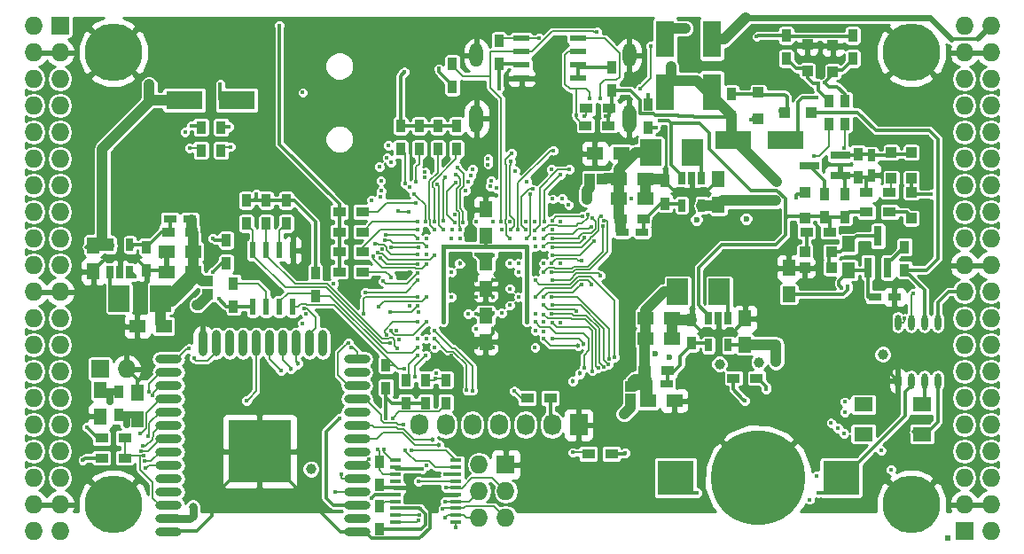
<source format=gbl>
G04 #@! TF.FileFunction,Copper,L4,Bot,Signal*
%FSLAX46Y46*%
G04 Gerber Fmt 4.6, Leading zero omitted, Abs format (unit mm)*
G04 Created by KiCad (PCBNEW 4.0.7+dfsg1-1) date Fri Nov 10 09:26:00 2017*
%MOMM*%
%LPD*%
G01*
G04 APERTURE LIST*
%ADD10C,0.100000*%
%ADD11R,0.500000X0.500000*%
%ADD12R,0.900000X1.200000*%
%ADD13R,1.000000X1.000000*%
%ADD14O,2.500000X0.900000*%
%ADD15O,0.900000X2.500000*%
%ADD16R,6.000000X6.000000*%
%ADD17R,1.800000X3.500000*%
%ADD18R,2.000000X2.500000*%
%ADD19R,0.700000X1.200000*%
%ADD20R,1.250000X1.500000*%
%ADD21R,1.500000X1.250000*%
%ADD22O,0.609600X1.473200*%
%ADD23R,0.800000X1.900000*%
%ADD24R,1.900000X0.800000*%
%ADD25R,1.200000X0.750000*%
%ADD26R,0.750000X1.200000*%
%ADD27R,1.200000X0.900000*%
%ADD28R,0.600000X1.550000*%
%ADD29R,1.550000X0.600000*%
%ADD30R,1.727200X1.727200*%
%ADD31O,1.727200X1.727200*%
%ADD32C,5.500000*%
%ADD33R,1.000000X0.400000*%
%ADD34R,1.727200X2.032000*%
%ADD35O,1.727200X2.032000*%
%ADD36O,1.300000X2.700000*%
%ADD37O,1.300000X2.300000*%
%ADD38R,1.800000X1.400000*%
%ADD39R,3.500000X1.800000*%
%ADD40R,3.500000X3.300000*%
%ADD41C,9.000000*%
%ADD42C,0.400000*%
%ADD43C,0.600000*%
%ADD44C,1.000000*%
%ADD45C,0.454000*%
%ADD46C,0.800000*%
%ADD47C,0.700000*%
%ADD48C,0.300000*%
%ADD49C,1.000000*%
%ADD50C,0.190000*%
%ADD51C,0.600000*%
%ADD52C,0.500000*%
%ADD53C,0.800000*%
%ADD54C,0.700000*%
%ADD55C,0.400000*%
%ADD56C,1.500000*%
%ADD57C,1.200000*%
%ADD58C,0.254000*%
G04 APERTURE END LIST*
D10*
D11*
X182675150Y-111637626D03*
D12*
X103498000Y-99858000D03*
X103498000Y-97658000D03*
D13*
X152393000Y-97142000D03*
X152393000Y-98342000D03*
D14*
X126260434Y-111030338D03*
X126260434Y-109760338D03*
X126260434Y-108490338D03*
X126260434Y-107220338D03*
X126260434Y-105950338D03*
X126260434Y-104680338D03*
X126260434Y-103410338D03*
X126260434Y-102140338D03*
X126260434Y-100870338D03*
X126260434Y-99600338D03*
X126260434Y-98330338D03*
X126260434Y-97060338D03*
X126260434Y-95790338D03*
X126260434Y-94520338D03*
D15*
X122975434Y-93030338D03*
X121705434Y-93030338D03*
X120435434Y-93030338D03*
X119165434Y-93030338D03*
X117895434Y-93030338D03*
X116625434Y-93030338D03*
X115355434Y-93030338D03*
X114085434Y-93030338D03*
X112815434Y-93030338D03*
X111545434Y-93030338D03*
D14*
X108260434Y-94520338D03*
X108260434Y-95790338D03*
X108260434Y-97060338D03*
X108260434Y-98330338D03*
X108260434Y-99600338D03*
X108260434Y-100870338D03*
X108260434Y-102140338D03*
X108260434Y-103410338D03*
X108260434Y-104680338D03*
X108260434Y-105950338D03*
X108260434Y-107220338D03*
X108260434Y-108490338D03*
X108260434Y-109760338D03*
X108260434Y-111030338D03*
D16*
X116960434Y-103330338D03*
D17*
X155695000Y-69000000D03*
X155695000Y-64000000D03*
D12*
X154044000Y-72426000D03*
X154044000Y-70226000D03*
D18*
X160870000Y-88090000D03*
X156870000Y-88090000D03*
D19*
X159825000Y-90600000D03*
X160775000Y-90600000D03*
X161725000Y-90600000D03*
X161725000Y-93200000D03*
X159825000Y-93200000D03*
D18*
X158330000Y-74755000D03*
X154330000Y-74755000D03*
D19*
X157285000Y-77235000D03*
X158235000Y-77235000D03*
X159185000Y-77235000D03*
X159185000Y-79835000D03*
X157285000Y-79835000D03*
D18*
X103530000Y-88725000D03*
X107530000Y-88725000D03*
D19*
X104575000Y-86215000D03*
X103625000Y-86215000D03*
X102675000Y-86215000D03*
X102675000Y-83615000D03*
X104575000Y-83615000D03*
D20*
X101085000Y-83665000D03*
X101085000Y-86165000D03*
D21*
X153810000Y-90630000D03*
X156310000Y-90630000D03*
X153810000Y-92535000D03*
X156310000Y-92535000D03*
D20*
X163315000Y-93150000D03*
X163315000Y-90650000D03*
D21*
X151270000Y-79200000D03*
X153770000Y-79200000D03*
X151270000Y-77295000D03*
X153770000Y-77295000D03*
D20*
X160775000Y-79815000D03*
X160775000Y-77315000D03*
D21*
X110590000Y-84280000D03*
X108090000Y-84280000D03*
X110590000Y-86185000D03*
X108090000Y-86185000D03*
D22*
X181730000Y-96599000D03*
X180460000Y-96599000D03*
X179190000Y-96599000D03*
X177920000Y-96599000D03*
X177920000Y-91011000D03*
X179190000Y-91011000D03*
X180460000Y-91011000D03*
X181730000Y-91011000D03*
D20*
X173221000Y-86038000D03*
X173221000Y-83538000D03*
D23*
X176965000Y-85780000D03*
X175065000Y-85780000D03*
X176015000Y-82780000D03*
D24*
X172435000Y-75075000D03*
X172435000Y-76975000D03*
X169435000Y-76025000D03*
D25*
X153910000Y-96910000D03*
X155810000Y-96910000D03*
X151570000Y-82375000D03*
X153470000Y-82375000D03*
X110290000Y-81105000D03*
X108390000Y-81105000D03*
D26*
X175380000Y-75075000D03*
X175380000Y-76975000D03*
D27*
X169200000Y-82375000D03*
X171400000Y-82375000D03*
D12*
X172840000Y-80935000D03*
X172840000Y-78735000D03*
D27*
X177115000Y-80470000D03*
X174915000Y-80470000D03*
D12*
X174110000Y-74925000D03*
X174110000Y-77125000D03*
X178555000Y-83815000D03*
X178555000Y-86015000D03*
X113785000Y-83180000D03*
X113785000Y-85380000D03*
X170935000Y-80935000D03*
X170935000Y-78735000D03*
X128390000Y-108580000D03*
X128390000Y-110780000D03*
D27*
X150572000Y-103584000D03*
X148372000Y-103584000D03*
X177115000Y-78565000D03*
X174915000Y-78565000D03*
X153760000Y-95640000D03*
X155960000Y-95640000D03*
X110440000Y-82375000D03*
X108240000Y-82375000D03*
X151420000Y-81105000D03*
X153620000Y-81105000D03*
D12*
X158235000Y-90800000D03*
X158235000Y-93000000D03*
X106165000Y-86015000D03*
X106165000Y-83815000D03*
X155695000Y-77465000D03*
X155695000Y-79665000D03*
D27*
X126782000Y-86185000D03*
X124582000Y-86185000D03*
X126782000Y-84279000D03*
X124582000Y-84279000D03*
X126782000Y-82375000D03*
X124582000Y-82375000D03*
X126782000Y-80470000D03*
X124582000Y-80470000D03*
D12*
X130422000Y-74458000D03*
X130422000Y-72258000D03*
X132200000Y-74458000D03*
X132200000Y-72258000D03*
X133978000Y-74458000D03*
X133978000Y-72258000D03*
X135756000Y-74458000D03*
X135756000Y-72258000D03*
D28*
X116325000Y-84120000D03*
X117595000Y-84120000D03*
X118865000Y-84120000D03*
X120135000Y-84120000D03*
X120135000Y-89520000D03*
X118865000Y-89520000D03*
X117595000Y-89520000D03*
X116325000Y-89520000D03*
D25*
X175700000Y-88598000D03*
X177600000Y-88598000D03*
D29*
X141980000Y-67705000D03*
X141980000Y-66435000D03*
X141980000Y-65165000D03*
X141980000Y-63895000D03*
X147380000Y-63895000D03*
X147380000Y-65165000D03*
X147380000Y-66435000D03*
X147380000Y-67705000D03*
D30*
X97910000Y-62690000D03*
D31*
X95370000Y-62690000D03*
X97910000Y-65230000D03*
X95370000Y-65230000D03*
X97910000Y-67770000D03*
X95370000Y-67770000D03*
X97910000Y-70310000D03*
X95370000Y-70310000D03*
X97910000Y-72850000D03*
X95370000Y-72850000D03*
X97910000Y-75390000D03*
X95370000Y-75390000D03*
X97910000Y-77930000D03*
X95370000Y-77930000D03*
X97910000Y-80470000D03*
X95370000Y-80470000D03*
X97910000Y-83010000D03*
X95370000Y-83010000D03*
X97910000Y-85550000D03*
X95370000Y-85550000D03*
X97910000Y-88090000D03*
X95370000Y-88090000D03*
X97910000Y-90630000D03*
X95370000Y-90630000D03*
X97910000Y-93170000D03*
X95370000Y-93170000D03*
X97910000Y-95710000D03*
X95370000Y-95710000D03*
X97910000Y-98250000D03*
X95370000Y-98250000D03*
X97910000Y-100790000D03*
X95370000Y-100790000D03*
X97910000Y-103330000D03*
X95370000Y-103330000D03*
X97910000Y-105870000D03*
X95370000Y-105870000D03*
X97910000Y-108410000D03*
X95370000Y-108410000D03*
X97910000Y-110950000D03*
X95370000Y-110950000D03*
D30*
X184270000Y-110950000D03*
D31*
X186810000Y-110950000D03*
X184270000Y-108410000D03*
X186810000Y-108410000D03*
X184270000Y-105870000D03*
X186810000Y-105870000D03*
X184270000Y-103330000D03*
X186810000Y-103330000D03*
X184270000Y-100790000D03*
X186810000Y-100790000D03*
X184270000Y-98250000D03*
X186810000Y-98250000D03*
X184270000Y-95710000D03*
X186810000Y-95710000D03*
X184270000Y-93170000D03*
X186810000Y-93170000D03*
X184270000Y-90630000D03*
X186810000Y-90630000D03*
X184270000Y-88090000D03*
X186810000Y-88090000D03*
X184270000Y-85550000D03*
X186810000Y-85550000D03*
X184270000Y-83010000D03*
X186810000Y-83010000D03*
X184270000Y-80470000D03*
X186810000Y-80470000D03*
X184270000Y-77930000D03*
X186810000Y-77930000D03*
X184270000Y-75390000D03*
X186810000Y-75390000D03*
X184270000Y-72850000D03*
X186810000Y-72850000D03*
X184270000Y-70310000D03*
X186810000Y-70310000D03*
X184270000Y-67770000D03*
X186810000Y-67770000D03*
X184270000Y-65230000D03*
X186810000Y-65230000D03*
X184270000Y-62690000D03*
X186810000Y-62690000D03*
D32*
X102990000Y-108410000D03*
X179190000Y-108410000D03*
X179190000Y-65230000D03*
X102990000Y-65230000D03*
D12*
X162045000Y-71410000D03*
X162045000Y-69210000D03*
X139820000Y-66330000D03*
X139820000Y-64130000D03*
X135375000Y-68532000D03*
X135375000Y-66332000D03*
X150615000Y-68870000D03*
X150615000Y-66670000D03*
D27*
X150275000Y-72215000D03*
X148075000Y-72215000D03*
X150380000Y-70600000D03*
X148180000Y-70600000D03*
D33*
X135735000Y-104215000D03*
X135735000Y-104865000D03*
X135735000Y-105515000D03*
X135735000Y-106165000D03*
X135735000Y-106815000D03*
X135735000Y-107465000D03*
X135735000Y-108115000D03*
X135735000Y-108765000D03*
X135735000Y-109415000D03*
X135735000Y-110065000D03*
X129935000Y-110065000D03*
X129935000Y-109415000D03*
X129935000Y-108765000D03*
X129935000Y-108115000D03*
X129935000Y-107465000D03*
X129935000Y-106815000D03*
X129935000Y-106165000D03*
X129935000Y-105515000D03*
X129935000Y-104865000D03*
X129935000Y-104215000D03*
D12*
X119500000Y-79370000D03*
X119500000Y-81570000D03*
X114480000Y-89500000D03*
X114480000Y-87300000D03*
X129025000Y-97275000D03*
X129025000Y-95075000D03*
X117595000Y-79370000D03*
X117595000Y-81570000D03*
X122280000Y-86300000D03*
X122280000Y-88500000D03*
X115690000Y-79370000D03*
X115690000Y-81570000D03*
D27*
X144730000Y-98250000D03*
X142530000Y-98250000D03*
D12*
X132835000Y-98715000D03*
X132835000Y-96515000D03*
X130930000Y-98715000D03*
X130930000Y-96515000D03*
D27*
X101890000Y-103965000D03*
X104090000Y-103965000D03*
D30*
X101720000Y-95456000D03*
D31*
X104260000Y-95456000D03*
D27*
X104090000Y-102060000D03*
X101890000Y-102060000D03*
D20*
X167506000Y-88324000D03*
X167506000Y-85824000D03*
D27*
X164415000Y-96345000D03*
X162215000Y-96345000D03*
D12*
X167252000Y-65822000D03*
X167252000Y-63622000D03*
D30*
X140455000Y-104600000D03*
D31*
X137915000Y-104600000D03*
X140455000Y-107140000D03*
X137915000Y-107140000D03*
X140455000Y-109680000D03*
X137915000Y-109680000D03*
D20*
X138550000Y-90396000D03*
X138550000Y-92896000D03*
X138550000Y-82736000D03*
X138550000Y-80236000D03*
X138550000Y-85316000D03*
X138550000Y-87816000D03*
X101720000Y-97508000D03*
X101720000Y-100008000D03*
D12*
X113277000Y-74585000D03*
X113277000Y-72385000D03*
X111372000Y-74585000D03*
X111372000Y-72385000D03*
X172840000Y-72045000D03*
X172840000Y-69845000D03*
X171316000Y-72045000D03*
X171316000Y-69845000D03*
D34*
X147440000Y-100790000D03*
D35*
X144900000Y-100790000D03*
X142360000Y-100790000D03*
X139820000Y-100790000D03*
X137280000Y-100790000D03*
X134740000Y-100790000D03*
X132200000Y-100790000D03*
D36*
X152280000Y-71550000D03*
X137680000Y-71550000D03*
D37*
X137680000Y-65500000D03*
X152280000Y-65500000D03*
D38*
X180212000Y-98882000D03*
X174612000Y-98882000D03*
X174612000Y-101682000D03*
X180212000Y-101682000D03*
D20*
X105276000Y-100262000D03*
X105276000Y-97762000D03*
D39*
X109761000Y-69802000D03*
X114761000Y-69802000D03*
X167212000Y-73612000D03*
X162212000Y-73612000D03*
D17*
X160140000Y-64000000D03*
X160140000Y-69000000D03*
D21*
X154064000Y-98504000D03*
X156564000Y-98504000D03*
X107796000Y-91392000D03*
X105296000Y-91392000D03*
X151484000Y-74882000D03*
X148984000Y-74882000D03*
D12*
X173602000Y-65822000D03*
X173602000Y-63622000D03*
X134740000Y-96515000D03*
X134740000Y-98715000D03*
D40*
X172485000Y-105870000D03*
X156685000Y-105870000D03*
D41*
X164585000Y-105870000D03*
D13*
X169284000Y-66988000D03*
X169284000Y-64488000D03*
X171697000Y-67081000D03*
X171697000Y-64581000D03*
X169050000Y-84280000D03*
X171550000Y-84280000D03*
X179190000Y-81085000D03*
X179190000Y-78585000D03*
X169030000Y-81085000D03*
X169030000Y-78585000D03*
X171550000Y-85804000D03*
X169050000Y-85804000D03*
X179190000Y-77275000D03*
X179190000Y-74775000D03*
X177285000Y-74775000D03*
X177285000Y-77275000D03*
X167145000Y-70945000D03*
X169645000Y-70945000D03*
X164585000Y-69060000D03*
X164585000Y-71560000D03*
X112007000Y-87109000D03*
X112007000Y-88309000D03*
X149691000Y-77295000D03*
X148491000Y-77295000D03*
D12*
X128390000Y-106546000D03*
X128390000Y-104346000D03*
D42*
X170309539Y-85441529D03*
X145698456Y-91073766D03*
D43*
X156262773Y-81349374D03*
X154657528Y-81463649D03*
D44*
X158233687Y-94760979D03*
D42*
X145672808Y-85396062D03*
X144103186Y-84622010D03*
X133216000Y-107465000D03*
X137680000Y-88600000D03*
X142480000Y-95000000D03*
X141680000Y-92600000D03*
X140836000Y-84534000D03*
X135284627Y-94985297D03*
X135288625Y-94225619D03*
X134455822Y-94267172D03*
X131280000Y-89450837D03*
X120770000Y-72215000D03*
X136095958Y-93369652D03*
D45*
X139264636Y-91615205D03*
D44*
X116880503Y-64802940D03*
X106974809Y-64953974D03*
X175210328Y-64948943D03*
X165417246Y-64954666D03*
D42*
X175495631Y-71457432D03*
X132880424Y-84561218D03*
X135567436Y-80702302D03*
X132810347Y-82177990D03*
X145680000Y-94177990D03*
X177285000Y-95710000D03*
D44*
X177229911Y-82281349D03*
D43*
X164741832Y-81130572D03*
X161067993Y-81216119D03*
D44*
X162992748Y-94820185D03*
D42*
X131254529Y-86251357D03*
X140880000Y-81400000D03*
X136085174Y-89394826D03*
X145680000Y-81400000D03*
X140874194Y-91433353D03*
X142480000Y-94200000D03*
X140880000Y-93400000D03*
X139280000Y-93400000D03*
X137680000Y-93400000D03*
X136880000Y-92600000D03*
X135280000Y-92600000D03*
X132880000Y-91800000D03*
X132880000Y-93400000D03*
D45*
X141042859Y-86994997D03*
X139280000Y-87000000D03*
X136110990Y-86995403D03*
X137680000Y-87000000D03*
X136080000Y-84600000D03*
X139280000Y-88600000D03*
D42*
X172564535Y-87722010D03*
D44*
X121861867Y-105030174D03*
D42*
X150030853Y-71331848D03*
X127656639Y-107816792D03*
D44*
X156235582Y-66548363D03*
X166321614Y-77572282D03*
X166248957Y-79408030D03*
X101932065Y-82585048D03*
X106417803Y-68312483D03*
X166280000Y-94800000D03*
X157600000Y-62944000D03*
D46*
X110593913Y-108636458D03*
D44*
X160884708Y-94994498D03*
D43*
X156077107Y-94326957D03*
X154726292Y-94009946D03*
D42*
X173137949Y-87594275D03*
D44*
X148202454Y-79278787D03*
D47*
X102710050Y-98594954D03*
D42*
X148160764Y-77980787D03*
X154794000Y-72426000D03*
X129005202Y-100174798D03*
X137659051Y-91638034D03*
X139820000Y-68665673D03*
X172834633Y-99599920D03*
X172879922Y-98618650D03*
X176305593Y-103279812D03*
X165349214Y-97422919D03*
X164433885Y-63737451D03*
X134079160Y-66786153D03*
X109828000Y-72830000D03*
X116654336Y-78777990D03*
D44*
X176474303Y-94069095D03*
D43*
X163422030Y-81120665D03*
X158680000Y-81210838D03*
D42*
X112515000Y-83010000D03*
X181065000Y-78785000D03*
X100080000Y-104200000D03*
X113080000Y-88800000D03*
D44*
X164653770Y-94825547D03*
D42*
X135273306Y-88618602D03*
X139272517Y-84611349D03*
X137680556Y-84534085D03*
X141680000Y-86200000D03*
X135280000Y-86200000D03*
X132880000Y-92600000D03*
X132080000Y-92600000D03*
X141680000Y-88600000D03*
X141680000Y-85400000D03*
D44*
X151758000Y-99774000D03*
D42*
X136885174Y-90194826D03*
X140094890Y-90122990D03*
X139280000Y-90122990D03*
X140880000Y-89400000D03*
X137680000Y-90172990D03*
X140880000Y-87800000D03*
X140880000Y-85400000D03*
D45*
X136080000Y-85400000D03*
D42*
X130022680Y-91834237D03*
X121369010Y-90164222D03*
X130279644Y-92674772D03*
X121041200Y-91125073D03*
D44*
X110991000Y-89360000D03*
D42*
X142480000Y-91000000D03*
X142480000Y-83800000D03*
X134480000Y-83800000D03*
X134480000Y-91000000D03*
X121086654Y-69078528D03*
X105037711Y-86632990D03*
X155149360Y-71764535D03*
X170182962Y-69571012D03*
X170362901Y-107286196D03*
X158716651Y-107325176D03*
X137295592Y-97538017D03*
X134750646Y-106810513D03*
X133680000Y-91800000D03*
D45*
X134074414Y-102752225D03*
D42*
X136740903Y-97514503D03*
X134675868Y-108131585D03*
D45*
X133449289Y-102232615D03*
D42*
X133680000Y-92600000D03*
X133685482Y-93402296D03*
X127358154Y-104128048D03*
X132936956Y-104698915D03*
X134463998Y-108841973D03*
X130692380Y-100790000D03*
X131808905Y-96227367D03*
X134636872Y-109719950D03*
X132846234Y-94197073D03*
X118858690Y-62658970D03*
X130761990Y-67119621D03*
X147186000Y-71200000D03*
X148477832Y-69619684D03*
X147983153Y-71347080D03*
X149475951Y-69619684D03*
X178558190Y-90656032D03*
X154329326Y-64643767D03*
X152497066Y-79193467D03*
X146481406Y-79819384D03*
X153322343Y-68673419D03*
X143650666Y-63862520D03*
X179375977Y-88226957D03*
X149183754Y-63257114D03*
X140035989Y-81400000D03*
X115729998Y-98493136D03*
X128776655Y-87110882D03*
X132077895Y-86272150D03*
X119008515Y-95662939D03*
D45*
X119978162Y-95412951D03*
X120634035Y-94977604D03*
D42*
X113212238Y-68244401D03*
X144962492Y-79235378D03*
X145834002Y-79198109D03*
X131453853Y-103260518D03*
X149771692Y-81825658D03*
X144080000Y-86200000D03*
X149520824Y-86534121D03*
X144894316Y-86977564D03*
X149549750Y-80868432D03*
X144917291Y-83835368D03*
D45*
X147355672Y-93219294D03*
D42*
X144113248Y-92588762D03*
X144875155Y-86218896D03*
X149846468Y-81303978D03*
X148719886Y-81056015D03*
X144916886Y-82991358D03*
D45*
X147915304Y-93063131D03*
D42*
X144882352Y-92577990D03*
X148747982Y-95669626D03*
X144891634Y-91073766D03*
X149795895Y-95251084D03*
X144867244Y-90229755D03*
X150278898Y-95040253D03*
X144892596Y-89385743D03*
X150345974Y-94517527D03*
X144877648Y-88622010D03*
X150889207Y-94332565D03*
X143280000Y-87000000D03*
X130807074Y-95454141D03*
X130141886Y-93532031D03*
X132080000Y-93400000D03*
X129438090Y-93014450D03*
X133852393Y-95875797D03*
X141280000Y-97600000D03*
X133762848Y-96395146D03*
X132080000Y-94200000D03*
X105895603Y-103765816D03*
X128669601Y-84020243D03*
X132080000Y-89450837D03*
X130839486Y-103260518D03*
X129459184Y-90039192D03*
X128806823Y-103185900D03*
X132162861Y-106185868D03*
X128321313Y-89539949D03*
X132880000Y-88600000D03*
X127040053Y-88166906D03*
X124741825Y-105494691D03*
X132080000Y-87000000D03*
X125740979Y-93452427D03*
X124202418Y-107207639D03*
X110313517Y-74380698D03*
X132146108Y-109940263D03*
X114166000Y-74247000D03*
X132189000Y-109415000D03*
X135694981Y-77648547D03*
X135567436Y-81489225D03*
X134702010Y-77200000D03*
X134471354Y-81347908D03*
X132761172Y-77202673D03*
X132737245Y-76676207D03*
X128545566Y-77476577D03*
X127643658Y-79355564D03*
X110718734Y-94451783D03*
X128515897Y-78994176D03*
X110249038Y-93533767D03*
X128569727Y-78469921D03*
X131253134Y-78134216D03*
X106368514Y-97662752D03*
X106741168Y-98035405D03*
X131709326Y-78745875D03*
X132783332Y-81399993D03*
X105572759Y-101661319D03*
X129016746Y-82660638D03*
X132084821Y-83022010D03*
X106281049Y-101893466D03*
X128948848Y-83183258D03*
X132886504Y-83777990D03*
X105813763Y-102819336D03*
X129513931Y-83860979D03*
X132117443Y-83866021D03*
X105627254Y-103312241D03*
X127966259Y-83515785D03*
X132079996Y-84503337D03*
X105992720Y-104283802D03*
X128261987Y-84383463D03*
X133671942Y-84595200D03*
X106088753Y-104974041D03*
X127824162Y-84676807D03*
X132875802Y-85428138D03*
D45*
X146862501Y-96617499D03*
X147534467Y-95913260D03*
D42*
X147927932Y-95329243D03*
X143280000Y-91000000D03*
X149284391Y-95377990D03*
X144077013Y-90266968D03*
X147207648Y-89973043D03*
X144076240Y-89395301D03*
X143281824Y-90201951D03*
X144102010Y-85397219D03*
X147687522Y-85093328D03*
X144868096Y-85371354D03*
X148610669Y-81900026D03*
X144102010Y-83000000D03*
X144888125Y-82147347D03*
X147695541Y-87377990D03*
X144082832Y-88584510D03*
X148688598Y-87378077D03*
X143278026Y-88595030D03*
X148298275Y-80739810D03*
X144102010Y-82185600D03*
X147802234Y-80917812D03*
X144880004Y-81303335D03*
X139280000Y-81400000D03*
X139578623Y-78205862D03*
X138968064Y-78040948D03*
X139046556Y-77517650D03*
X138775679Y-75942989D03*
X138779198Y-75400762D03*
X137680000Y-81400000D03*
X137308732Y-76415018D03*
X137106948Y-76979922D03*
X136856003Y-77562978D03*
X136634118Y-78451672D03*
X135830698Y-76200613D03*
X136411444Y-81497309D03*
X148878722Y-83261032D03*
X144915665Y-84598743D03*
X148001372Y-82958777D03*
X144103186Y-83777990D03*
X142841210Y-78784254D03*
X142473549Y-82998913D03*
X143057990Y-78303891D03*
X142396423Y-82191394D03*
X145713979Y-76895375D03*
X144146021Y-81374784D03*
X144860423Y-76406173D03*
X146557990Y-76430564D03*
X143257990Y-82207154D03*
X143257990Y-81379632D03*
X145017056Y-74611129D03*
X141657990Y-82130345D03*
X142413979Y-81382236D03*
X140080000Y-82200000D03*
X141342967Y-76554996D03*
X141046643Y-74873804D03*
X140864029Y-83041403D03*
X140980062Y-75681941D03*
X140924011Y-82179283D03*
X129542604Y-86703515D03*
X132880000Y-83022010D03*
X132080000Y-82177990D03*
X132080000Y-81400000D03*
X131847310Y-79589886D03*
X130856828Y-77786820D03*
X131923295Y-77584853D03*
X133654358Y-82177990D03*
X133627343Y-81396408D03*
X129493635Y-91853281D03*
X132880000Y-91000000D03*
X129092715Y-92195341D03*
X132077648Y-90977990D03*
X130196821Y-80377733D03*
X131180000Y-80500000D03*
X128489708Y-84867377D03*
X132079620Y-85428138D03*
X163908850Y-71651861D03*
X134501414Y-82177578D03*
X133922194Y-77854836D03*
X135656559Y-110610712D03*
X132448438Y-104994496D03*
X146844288Y-103452739D03*
X134707351Y-105508447D03*
X132280000Y-108800000D03*
D47*
X104260000Y-100790000D03*
D42*
X112515000Y-86185000D03*
X169506589Y-107953726D03*
X163277422Y-98501717D03*
X170157734Y-105666345D03*
X169895346Y-75092988D03*
X143257990Y-83000000D03*
X168166438Y-79108038D03*
X151896383Y-103510715D03*
X114039000Y-72342000D03*
X110483000Y-72215000D03*
X143269694Y-93414905D03*
X177274002Y-105079115D03*
X172761273Y-101651681D03*
X143280000Y-91800000D03*
X172193360Y-101105663D03*
X144064831Y-91877646D03*
X171540304Y-100645743D03*
X144080000Y-91000000D03*
X154044000Y-69294000D03*
X128386755Y-76157168D03*
X135280000Y-83022010D03*
X129493343Y-75737814D03*
X136080000Y-83000000D03*
X129125079Y-75315804D03*
X135345425Y-82176814D03*
X135725421Y-76909376D03*
X129252218Y-74142461D03*
X136080000Y-82200000D03*
X172746637Y-74347988D03*
X143280000Y-83800000D03*
X142480000Y-77600000D03*
X170300000Y-68151000D03*
X170950000Y-68125562D03*
X125423968Y-92992129D03*
X121206217Y-89662983D03*
X132156079Y-90030946D03*
X182675150Y-111637626D03*
X124027706Y-87347706D03*
X124027707Y-87347707D03*
X166678914Y-70803555D03*
X129660000Y-100155000D03*
X124580000Y-100155000D03*
X126880000Y-90200000D03*
X128280000Y-103200000D03*
X132080000Y-88600000D03*
X100450000Y-101044000D03*
D48*
X108260434Y-111030338D02*
X109060434Y-111030338D01*
X109060434Y-111030338D02*
X109140772Y-110950000D01*
X110957617Y-110950000D02*
X112380000Y-109527617D01*
X109140772Y-110950000D02*
X110957617Y-110950000D01*
X112380000Y-109527617D02*
X112380000Y-107854384D01*
X112380000Y-107854384D02*
X116904046Y-103330338D01*
X116904046Y-103330338D02*
X116960434Y-103330338D01*
X167506000Y-85824000D02*
X169927068Y-85824000D01*
X169927068Y-85824000D02*
X170109540Y-85641528D01*
X170109540Y-85641528D02*
X170309539Y-85441529D01*
X104260000Y-95456000D02*
X105276000Y-96472000D01*
X105276000Y-96472000D02*
X105276000Y-97762000D01*
X132254999Y-111657001D02*
X133216000Y-110696000D01*
X133216000Y-110696000D02*
X133216000Y-107465000D01*
X126260434Y-111030338D02*
X127060434Y-111030338D01*
X127060434Y-111030338D02*
X127687097Y-111657001D01*
X127687097Y-111657001D02*
X132254999Y-111657001D01*
X133216000Y-107465000D02*
X132214478Y-107465000D01*
X135735000Y-107465000D02*
X133216000Y-107465000D01*
X132214478Y-107465000D02*
X131572496Y-106823018D01*
X131572496Y-106823018D02*
X129919874Y-106823018D01*
X126260434Y-111030338D02*
X124660659Y-111030338D01*
X124660659Y-111030338D02*
X116960659Y-103330338D01*
X116960659Y-103330338D02*
X116960434Y-103330338D01*
X129935000Y-106815000D02*
X128659000Y-106815000D01*
X128659000Y-106815000D02*
X128390000Y-106546000D01*
X128390000Y-106546000D02*
X128558000Y-106546000D01*
X136126306Y-93400000D02*
X136095958Y-93369652D01*
X136880000Y-92600000D02*
X136110348Y-93369652D01*
X136049652Y-93369652D02*
X136095958Y-93369652D01*
X137680000Y-93400000D02*
X136126306Y-93400000D01*
X135280000Y-92600000D02*
X136049652Y-93369652D01*
X136110348Y-93369652D02*
X136095958Y-93369652D01*
X139264636Y-92054364D02*
X139264636Y-91936231D01*
X139264636Y-91936231D02*
X139264636Y-91615205D01*
X138550000Y-92769000D02*
X139264636Y-92054364D01*
X136880000Y-92600000D02*
X137680000Y-93400000D01*
X136880000Y-92600000D02*
X138381000Y-92600000D01*
X138381000Y-92600000D02*
X138550000Y-92769000D01*
X135280000Y-92600000D02*
X136880000Y-92600000D01*
X138550000Y-92769000D02*
X138649000Y-92769000D01*
X138649000Y-92769000D02*
X139280000Y-93400000D01*
X138550000Y-92769000D02*
X138311000Y-92769000D01*
X138311000Y-92769000D02*
X137680000Y-93400000D01*
X175042385Y-64781000D02*
X175210328Y-64948943D01*
X171697000Y-64781000D02*
X175042385Y-64781000D01*
X165683912Y-64688000D02*
X165417246Y-64954666D01*
X169284000Y-64688000D02*
X165683912Y-64688000D01*
X169284000Y-64688000D02*
X171604000Y-64688000D01*
X171604000Y-64688000D02*
X171697000Y-64781000D01*
X177285000Y-95710000D02*
X177285000Y-95964000D01*
X177285000Y-95964000D02*
X177920000Y-96599000D01*
X102210000Y-84915000D02*
X103625000Y-84915000D01*
X103625000Y-84915000D02*
X105215000Y-84915000D01*
X103625000Y-86215000D02*
X103625000Y-84915000D01*
X105215000Y-84915000D02*
X106165000Y-85865000D01*
X106165000Y-85865000D02*
X106165000Y-86015000D01*
X101085000Y-86165000D02*
X101085000Y-86040000D01*
X101085000Y-86040000D02*
X102210000Y-84915000D01*
X106165000Y-86015000D02*
X107920000Y-86015000D01*
X107920000Y-86015000D02*
X108090000Y-86185000D01*
D49*
X153770000Y-77295000D02*
X155525000Y-77295000D01*
D48*
X155525000Y-77295000D02*
X155695000Y-77465000D01*
D49*
X153770000Y-79200000D02*
X153770000Y-77295000D01*
D48*
X174110000Y-77125000D02*
X174745000Y-77125000D01*
X174745000Y-77125000D02*
X175230000Y-77125000D01*
X174915000Y-78565000D02*
X174915000Y-77295000D01*
X174915000Y-77295000D02*
X174745000Y-77125000D01*
X172840000Y-78735000D02*
X172840000Y-77380000D01*
X172840000Y-77380000D02*
X172435000Y-76975000D01*
X175230000Y-77125000D02*
X175380000Y-76975000D01*
X172435000Y-76975000D02*
X173960000Y-76975000D01*
X173960000Y-76975000D02*
X174110000Y-77125000D01*
X137680000Y-86200000D02*
X137680000Y-86600000D01*
X136080000Y-84600000D02*
X137680000Y-86200000D01*
X159850000Y-78365000D02*
X158235000Y-78365000D01*
X158235000Y-78365000D02*
X156445000Y-78365000D01*
X158235000Y-77235000D02*
X158235000Y-78365000D01*
X160775000Y-77315000D02*
X160775000Y-77440000D01*
X160775000Y-77440000D02*
X159850000Y-78365000D01*
X156445000Y-78365000D02*
X155695000Y-77615000D01*
X155695000Y-77615000D02*
X155695000Y-77465000D01*
D49*
X156310000Y-90630000D02*
X156310000Y-92535000D01*
X158235000Y-90800000D02*
X156480000Y-90800000D01*
D48*
X156480000Y-90800000D02*
X156310000Y-90630000D01*
X163315000Y-90650000D02*
X163315000Y-90834602D01*
X163315000Y-90834602D02*
X162249602Y-91900000D01*
X162249602Y-91900000D02*
X160775000Y-91900000D01*
X101085000Y-86165000D02*
X101085000Y-85929893D01*
X106165000Y-85944374D02*
X106165000Y-86015000D01*
X159185000Y-91900000D02*
X160775000Y-91900000D01*
X160775000Y-90600000D02*
X160775000Y-91900000D01*
X158235000Y-90800000D02*
X158235000Y-90950000D01*
X158235000Y-90950000D02*
X159185000Y-91900000D01*
X108090000Y-84280000D02*
X108090000Y-86185000D01*
X107625000Y-84745000D02*
X108090000Y-84280000D01*
X108070000Y-84260000D02*
X108090000Y-84280000D01*
X141037856Y-87000000D02*
X141042859Y-86994997D01*
X139280000Y-87000000D02*
X141037856Y-87000000D01*
X136432016Y-86995403D02*
X136110990Y-86995403D01*
X137284597Y-86995403D02*
X136432016Y-86995403D01*
X137680000Y-86600000D02*
X137284597Y-86995403D01*
X137680000Y-86600000D02*
X137680000Y-87000000D01*
D50*
X138029000Y-66332000D02*
X138115000Y-66246000D01*
D48*
X101085000Y-83665000D02*
X101684316Y-83665000D01*
X101684316Y-83665000D02*
X101913492Y-83435824D01*
D49*
X101913492Y-83435824D02*
X101913492Y-82603621D01*
D48*
X101913492Y-82603621D02*
X101932065Y-82585048D01*
X172296000Y-87453475D02*
X172364536Y-87522011D01*
X172364536Y-87522011D02*
X172564535Y-87722010D01*
X172296000Y-87088000D02*
X172296000Y-87453475D01*
X173221000Y-86038000D02*
X173221000Y-86163000D01*
X173221000Y-86163000D02*
X172296000Y-87088000D01*
X162045000Y-71410000D02*
X158501963Y-71410000D01*
X158501963Y-71410000D02*
X158407951Y-71315988D01*
X158407951Y-71315988D02*
X156965000Y-71315988D01*
X156965000Y-71315988D02*
X156924522Y-71275510D01*
X156924522Y-71275510D02*
X154741030Y-71275510D01*
X153316999Y-71047601D02*
X153316999Y-69786999D01*
X154741030Y-71275510D02*
X154568521Y-71103001D01*
X154568521Y-71103001D02*
X153372399Y-71103001D01*
X153372399Y-71103001D02*
X153316999Y-71047601D01*
X152400000Y-68870000D02*
X151365000Y-68870000D01*
X153316999Y-69786999D02*
X152400000Y-68870000D01*
X151365000Y-68870000D02*
X150615000Y-68870000D01*
X150275000Y-71465000D02*
X150380000Y-71360000D01*
X150380000Y-71360000D02*
X150380000Y-70600000D01*
X150615000Y-70935000D02*
X150615000Y-69995990D01*
X150615000Y-69995990D02*
X150615000Y-68870000D01*
X150313695Y-71331848D02*
X150030853Y-71331848D01*
X150141848Y-71331848D02*
X150030853Y-71331848D01*
X150275000Y-71465000D02*
X150141848Y-71331848D01*
X150275000Y-72215000D02*
X150275000Y-71465000D01*
X128008431Y-107465000D02*
X127856638Y-107616793D01*
X127856638Y-107616793D02*
X127656639Y-107816792D01*
X129935000Y-107465000D02*
X128008431Y-107465000D01*
X160140000Y-69000000D02*
X160140000Y-69850000D01*
X160140000Y-69850000D02*
X161700000Y-71410000D01*
D49*
X156235582Y-67716832D02*
X156235582Y-66548363D01*
X158681338Y-67896338D02*
X156415088Y-67896338D01*
X156415088Y-67896338D02*
X156235582Y-67716832D01*
D48*
X156235582Y-66578582D02*
X156235582Y-66548363D01*
D49*
X162045000Y-73295668D02*
X165821615Y-77072283D01*
X165821615Y-77072283D02*
X166321614Y-77572282D01*
X160790000Y-79800000D02*
X161181970Y-79408030D01*
X161181970Y-79408030D02*
X165541851Y-79408030D01*
X165541851Y-79408030D02*
X166248957Y-79408030D01*
X101932065Y-81877942D02*
X101932065Y-82585048D01*
X101932065Y-74415935D02*
X101932065Y-81877942D01*
X106407114Y-69940886D02*
X101932065Y-74415935D01*
X106417803Y-69019589D02*
X106417803Y-68312483D01*
X106417803Y-69930197D02*
X106417803Y-69019589D01*
X106407114Y-69940886D02*
X106417803Y-69930197D01*
X166280000Y-93150000D02*
X166280000Y-94800000D01*
D48*
X110610000Y-69548000D02*
X110610000Y-69802000D01*
D49*
X109975000Y-69802000D02*
X106546000Y-69802000D01*
X106546000Y-69802000D02*
X106419000Y-69929000D01*
D48*
X175065000Y-88598000D02*
X175065000Y-85780000D01*
X175700000Y-88598000D02*
X175065000Y-88598000D01*
D49*
X106419000Y-69929000D02*
X106407114Y-69940886D01*
D48*
X106419000Y-69675000D02*
X106419000Y-69929000D01*
X100572432Y-83665000D02*
X100424079Y-83813353D01*
X101085000Y-83665000D02*
X100572432Y-83665000D01*
X160790000Y-79800000D02*
X160775000Y-79815000D01*
D49*
X163315000Y-93150000D02*
X166280000Y-93150000D01*
D48*
X160775000Y-79940000D02*
X160775000Y-79815000D01*
X164925000Y-93150000D02*
X164240000Y-93150000D01*
X164240000Y-93150000D02*
X163315000Y-93150000D01*
X101085000Y-83665000D02*
X101085000Y-83790000D01*
D49*
X159185000Y-79835000D02*
X160755000Y-79835000D01*
D48*
X160755000Y-79835000D02*
X160775000Y-79815000D01*
X161725000Y-93200000D02*
X163265000Y-93200000D01*
X163265000Y-93200000D02*
X163315000Y-93150000D01*
X173221000Y-86038000D02*
X174807000Y-86038000D01*
X174807000Y-86038000D02*
X175065000Y-85780000D01*
D49*
X101085000Y-83665000D02*
X102625000Y-83665000D01*
D48*
X102625000Y-83665000D02*
X102675000Y-83615000D01*
X161700000Y-71410000D02*
X162045000Y-71410000D01*
D49*
X162045000Y-71410000D02*
X162045000Y-71260000D01*
X162045000Y-71260000D02*
X158681338Y-67896338D01*
X162045000Y-71410000D02*
X162045000Y-73295668D01*
D48*
X162045000Y-71753000D02*
X162045000Y-71410000D01*
X155695000Y-64000000D02*
X155695000Y-63368337D01*
X155695000Y-63368337D02*
X156119337Y-62944000D01*
D49*
X156119337Y-62944000D02*
X157600000Y-62944000D01*
X160140000Y-64000000D02*
X161340000Y-64000000D01*
X161340000Y-64000000D02*
X163399217Y-61940783D01*
D51*
X163399217Y-61940783D02*
X180980783Y-61940783D01*
D52*
X185540000Y-63960000D02*
X186810000Y-62690000D01*
D51*
X180980783Y-61940783D02*
X183000000Y-63960000D01*
D48*
X183000000Y-63960000D02*
X185540000Y-63960000D01*
D53*
X110593913Y-109202143D02*
X110593913Y-108636458D01*
X110593913Y-109476859D02*
X110593913Y-109202143D01*
X110310434Y-109760338D02*
X110593913Y-109476859D01*
X108260434Y-109760338D02*
X110310434Y-109760338D01*
D48*
X167506000Y-88324000D02*
X172691066Y-88324000D01*
X172691066Y-88324000D02*
X173137949Y-87877117D01*
X173137949Y-87877117D02*
X173137949Y-87594275D01*
D49*
X148202454Y-78413536D02*
X148202454Y-78571681D01*
X148202000Y-78413082D02*
X148202454Y-78413536D01*
X148202454Y-78571681D02*
X148202454Y-79278787D01*
D54*
X102710050Y-97683950D02*
X102710050Y-98099980D01*
X102736000Y-97658000D02*
X102710050Y-97683950D01*
X102710050Y-98099980D02*
X102710050Y-98594954D01*
X102736000Y-97658000D02*
X101870000Y-97658000D01*
X103498000Y-97658000D02*
X102736000Y-97658000D01*
D48*
X101870000Y-97658000D02*
X101720000Y-97508000D01*
X148202000Y-78413082D02*
X148491000Y-78124082D01*
D49*
X148491000Y-78124082D02*
X148491000Y-77295000D01*
X148202000Y-78413082D02*
X148439744Y-78175338D01*
D48*
X148160764Y-77980787D02*
X148160764Y-77625236D01*
X148160764Y-77625236D02*
X148491000Y-77295000D01*
X148202000Y-78022023D02*
X148160764Y-77980787D01*
X154806000Y-72438000D02*
X154794000Y-72426000D01*
X154044000Y-72426000D02*
X154794000Y-72426000D01*
X129025000Y-97275000D02*
X129025000Y-100155000D01*
X129025000Y-100155000D02*
X129005202Y-100174798D01*
X129025000Y-97275000D02*
X129025000Y-98175000D01*
X129025000Y-98175000D02*
X129565000Y-98715000D01*
X129565000Y-98715000D02*
X130180000Y-98715000D01*
X130180000Y-98715000D02*
X130930000Y-98715000D01*
X132835000Y-98715000D02*
X130930000Y-98715000D01*
X173602000Y-63706000D02*
X167336000Y-63706000D01*
X167336000Y-63706000D02*
X167252000Y-63622000D01*
X167252000Y-63622000D02*
X164549336Y-63622000D01*
X164549336Y-63622000D02*
X164433885Y-63737451D01*
X138550000Y-85042000D02*
X138188471Y-85042000D01*
X138188471Y-85042000D02*
X137680556Y-84534085D01*
X138550000Y-85042000D02*
X138841866Y-85042000D01*
X138841866Y-85042000D02*
X139272517Y-84611349D01*
X137680556Y-84534085D02*
X139195253Y-84534085D01*
X139195253Y-84534085D02*
X139272517Y-84611349D01*
X139820000Y-66330000D02*
X139820000Y-68665673D01*
X165349214Y-97129214D02*
X165349214Y-97422919D01*
X164565000Y-96345000D02*
X165349214Y-97129214D01*
X164415000Y-96345000D02*
X164565000Y-96345000D01*
X134079160Y-67068995D02*
X134079160Y-66786153D01*
X134079160Y-67086160D02*
X134079160Y-67068995D01*
X135375000Y-68382000D02*
X134079160Y-67086160D01*
X135375000Y-68532000D02*
X135375000Y-68382000D01*
X116654336Y-79155664D02*
X116654336Y-79060832D01*
X115690000Y-79370000D02*
X116440000Y-79370000D01*
X116440000Y-79370000D02*
X116654336Y-79155664D01*
X116654336Y-79060832D02*
X116654336Y-78777990D01*
X181730000Y-89106000D02*
X182746000Y-88090000D01*
X182746000Y-88090000D02*
X184270000Y-88090000D01*
X181730000Y-91011000D02*
X181730000Y-89106000D01*
X144730000Y-98250000D02*
X144730000Y-99266000D01*
X144730000Y-99266000D02*
X144730000Y-99400000D01*
X144730000Y-99400000D02*
X144730000Y-100620000D01*
X113785000Y-83180000D02*
X112685000Y-83180000D01*
X112685000Y-83180000D02*
X112515000Y-83010000D01*
X122280000Y-86300000D02*
X122280000Y-81400000D01*
X122280000Y-81400000D02*
X120250000Y-79370000D01*
X120250000Y-79370000D02*
X119500000Y-79370000D01*
X179190000Y-78785000D02*
X181065000Y-78785000D01*
X179190000Y-77075000D02*
X179190000Y-78785000D01*
X100315000Y-103965000D02*
X100080000Y-104200000D01*
X101890000Y-103965000D02*
X100315000Y-103965000D01*
X117595000Y-79370000D02*
X119500000Y-79370000D01*
X115690000Y-79370000D02*
X117595000Y-79370000D01*
X114480000Y-89500000D02*
X113780000Y-89500000D01*
X113780000Y-89500000D02*
X113080000Y-88800000D01*
X114480000Y-89500000D02*
X116305000Y-89500000D01*
X116305000Y-89500000D02*
X116325000Y-89520000D01*
X144900000Y-98250000D02*
X144730000Y-98250000D01*
X144730000Y-100620000D02*
X144900000Y-100790000D01*
X139820000Y-66330000D02*
X141875000Y-66330000D01*
X141875000Y-66330000D02*
X141980000Y-66435000D01*
D49*
X152393000Y-98392000D02*
X152393000Y-99139000D01*
X152393000Y-99139000D02*
X151758000Y-99774000D01*
D48*
X138550000Y-90269000D02*
X137776010Y-90269000D01*
X137776010Y-90269000D02*
X137680000Y-90172990D01*
X138550000Y-90269000D02*
X139133990Y-90269000D01*
X139133990Y-90269000D02*
X139280000Y-90122990D01*
X156010000Y-95710000D02*
X156524914Y-95710000D01*
X156524914Y-95710000D02*
X157145126Y-95089788D01*
X157145126Y-95089788D02*
X157145126Y-94239874D01*
X157145126Y-94239874D02*
X158235000Y-93150000D01*
X158235000Y-93150000D02*
X158235000Y-93000000D01*
X155960000Y-95640000D02*
X155960000Y-96760000D01*
X155960000Y-96760000D02*
X155810000Y-96910000D01*
X158235000Y-93000000D02*
X159625000Y-93000000D01*
X159625000Y-93000000D02*
X159825000Y-93200000D01*
D49*
X112007000Y-88471000D02*
X111118000Y-89360000D01*
X111118000Y-89360000D02*
X110991000Y-89360000D01*
D48*
X112007000Y-88359000D02*
X112007000Y-88471000D01*
D55*
X137480000Y-83800000D02*
X138550000Y-83800000D01*
X138550000Y-83800000D02*
X142480000Y-83800000D01*
D48*
X138550000Y-83298000D02*
X138550000Y-83800000D01*
D55*
X134480000Y-83800000D02*
X137480000Y-83800000D01*
X142480000Y-83800000D02*
X142480000Y-91000000D01*
X134480000Y-91000000D02*
X134480000Y-83800000D01*
D48*
X167183550Y-81105000D02*
X167183550Y-82681450D01*
X166265000Y-83600000D02*
X161080000Y-83600000D01*
X167183550Y-82681450D02*
X166265000Y-83600000D01*
X161080000Y-83600000D02*
X158880000Y-85800000D01*
X158880000Y-85800000D02*
X158880000Y-89400000D01*
X158880000Y-89400000D02*
X159825000Y-90345000D01*
X159825000Y-90345000D02*
X159825000Y-90600000D01*
X156280000Y-72000000D02*
X159003987Y-72000000D01*
X159003987Y-72000000D02*
X159926293Y-72922306D01*
X159926293Y-72922306D02*
X159926293Y-74478638D01*
X159926293Y-74478638D02*
X163850815Y-78403160D01*
X167183550Y-79228973D02*
X167183550Y-81105000D01*
X163850815Y-78403160D02*
X166357737Y-78403160D01*
X166357737Y-78403160D02*
X167183550Y-79228973D01*
X104619721Y-86215000D02*
X104837712Y-86432991D01*
X104575000Y-86215000D02*
X104619721Y-86215000D01*
X104837712Y-86432991D02*
X105037711Y-86632990D01*
X156280000Y-72000000D02*
X156044535Y-71764535D01*
X156044535Y-71764535D02*
X155432202Y-71764535D01*
X155432202Y-71764535D02*
X155149360Y-71764535D01*
X169030000Y-80885000D02*
X167403550Y-80885000D01*
X167403550Y-80885000D02*
X167183550Y-81105000D01*
X156280000Y-75980000D02*
X156280000Y-72000000D01*
X157285000Y-77235000D02*
X157285000Y-76985000D01*
X157285000Y-76985000D02*
X156280000Y-75980000D01*
X168980000Y-80885000D02*
X169030000Y-80885000D01*
X169030000Y-80885000D02*
X170885000Y-80885000D01*
X170885000Y-80885000D02*
X170935000Y-80935000D01*
X170935000Y-80935000D02*
X171570000Y-80935000D01*
X171570000Y-80935000D02*
X172840000Y-80935000D01*
X171400000Y-82375000D02*
X171400000Y-81105000D01*
X171400000Y-81105000D02*
X171570000Y-80935000D01*
X174915000Y-80470000D02*
X173305000Y-80470000D01*
X173305000Y-80470000D02*
X172840000Y-80935000D01*
X155210000Y-79665000D02*
X155695000Y-79665000D01*
X153620000Y-81105000D02*
X153770000Y-81105000D01*
X153770000Y-81105000D02*
X155210000Y-79665000D01*
X153620000Y-81105000D02*
X153620000Y-82225000D01*
X153620000Y-82225000D02*
X153470000Y-82375000D01*
X155695000Y-79665000D02*
X157115000Y-79665000D01*
X157115000Y-79665000D02*
X157285000Y-79835000D01*
X155525000Y-79835000D02*
X155695000Y-79665000D01*
X108240000Y-82375000D02*
X107605000Y-82375000D01*
X107605000Y-82375000D02*
X106165000Y-83815000D01*
X104575000Y-83615000D02*
X105965000Y-83615000D01*
X105965000Y-83615000D02*
X106165000Y-83815000D01*
X104775000Y-83815000D02*
X104575000Y-83615000D01*
X108070000Y-82545000D02*
X108240000Y-82375000D01*
X108390000Y-81105000D02*
X108390000Y-82225000D01*
X108390000Y-82225000D02*
X108240000Y-82375000D01*
X168141000Y-73485000D02*
X168402683Y-73223317D01*
X168402683Y-73223317D02*
X168402683Y-69932420D01*
X168402683Y-69932420D02*
X168764091Y-69571012D01*
X168764091Y-69571012D02*
X169900120Y-69571012D01*
X169900120Y-69571012D02*
X170182962Y-69571012D01*
X170645743Y-107286196D02*
X170362901Y-107286196D01*
X171252736Y-107286196D02*
X170645743Y-107286196D01*
X178585200Y-99953732D02*
X171252736Y-107286196D01*
X178585200Y-97635600D02*
X178585200Y-99953732D01*
X179190000Y-97030800D02*
X178585200Y-97635600D01*
X179190000Y-96599000D02*
X179190000Y-97030800D01*
X158433809Y-107325176D02*
X158716651Y-107325176D01*
X158140176Y-107325176D02*
X158433809Y-107325176D01*
X156685000Y-105870000D02*
X158140176Y-107325176D01*
D50*
X137295592Y-95171698D02*
X137295592Y-97255175D01*
X135366607Y-93486607D02*
X135610501Y-93486607D01*
X133680000Y-91800000D02*
X135366607Y-93486607D01*
X137295592Y-97255175D02*
X137295592Y-97538017D01*
X135610501Y-93486607D02*
X137295592Y-95171698D01*
X133753388Y-102752225D02*
X134074414Y-102752225D01*
X131793914Y-102752225D02*
X133753388Y-102752225D01*
X130570701Y-101529012D02*
X131793914Y-102752225D01*
X126260434Y-102140338D02*
X128151195Y-102140338D01*
X128151195Y-102140338D02*
X128762521Y-101529012D01*
X128762521Y-101529012D02*
X130570701Y-101529012D01*
X137254415Y-105873269D02*
X139188269Y-105873269D01*
X139188269Y-105873269D02*
X140455000Y-107140000D01*
X135735000Y-106856777D02*
X135718950Y-106872827D01*
X135718950Y-106872827D02*
X135656636Y-106810513D01*
X135656636Y-106810513D02*
X135033488Y-106810513D01*
X135033488Y-106810513D02*
X134750646Y-106810513D01*
X137254415Y-105873269D02*
X136254857Y-106872827D01*
X135735000Y-106815000D02*
X135735000Y-106856777D01*
X136254857Y-106872827D02*
X135718950Y-106872827D01*
X136740903Y-95065330D02*
X136740903Y-97231661D01*
X134883618Y-93803618D02*
X135479191Y-93803618D01*
X135479191Y-93803618D02*
X136740903Y-95065330D01*
X136740903Y-97231661D02*
X136740903Y-97514503D01*
X133680000Y-92600000D02*
X134883618Y-93803618D01*
X127700434Y-100870338D02*
X126260434Y-100870338D01*
X129997343Y-101048651D02*
X127878747Y-101048651D01*
X130160693Y-101212001D02*
X129997343Y-101048651D01*
X130702010Y-101212001D02*
X130160693Y-101212001D01*
X131722624Y-102232615D02*
X130702010Y-101212001D01*
X133449289Y-102232615D02*
X131722624Y-102232615D01*
X127878747Y-101048651D02*
X127700434Y-100870338D01*
X135735000Y-108115000D02*
X136940000Y-108115000D01*
X136940000Y-108115000D02*
X137915000Y-107140000D01*
X135644172Y-108131585D02*
X134958710Y-108131585D01*
X134958710Y-108131585D02*
X134675868Y-108131585D01*
X135669098Y-108106659D02*
X135644172Y-108131585D01*
X135726659Y-108106659D02*
X135669098Y-108106659D01*
X135735000Y-108115000D02*
X135726659Y-108106659D01*
X127158155Y-104328047D02*
X127358154Y-104128048D01*
X126805864Y-104680338D02*
X127158155Y-104328047D01*
X126260434Y-104680338D02*
X126805864Y-104680338D01*
X135735000Y-108765000D02*
X136425000Y-108765000D01*
X136595601Y-108594399D02*
X139369399Y-108594399D01*
X139369399Y-108594399D02*
X139591401Y-108816401D01*
X136425000Y-108765000D02*
X136595601Y-108594399D01*
X139591401Y-108816401D02*
X140455000Y-109680000D01*
X134540971Y-108765000D02*
X134463998Y-108841973D01*
X135735000Y-108765000D02*
X134540971Y-108765000D01*
X130692380Y-100790000D02*
X130187013Y-100790000D01*
X130187013Y-100790000D02*
X129993813Y-100596800D01*
X128802640Y-100596800D02*
X129993813Y-100596800D01*
X128583200Y-100377360D02*
X128802640Y-100596800D01*
X128583200Y-99853104D02*
X128583200Y-100377360D01*
X127060434Y-98330338D02*
X128583200Y-99853104D01*
X126260434Y-98330338D02*
X127060434Y-98330338D01*
X131808905Y-95944525D02*
X131808905Y-96227367D01*
X131808905Y-95234402D02*
X131808905Y-95944525D01*
X132846234Y-94197073D02*
X131808905Y-95234402D01*
X136690000Y-109680000D02*
X137915000Y-109680000D01*
X135735000Y-109415000D02*
X136425000Y-109415000D01*
X136425000Y-109415000D02*
X136690000Y-109680000D01*
X134636872Y-109719950D02*
X134941822Y-109415000D01*
X134941822Y-109415000D02*
X135735000Y-109415000D01*
D48*
X180460000Y-87920000D02*
X178555000Y-86015000D01*
X180460000Y-91011000D02*
X180460000Y-87920000D01*
X169445000Y-70945000D02*
X174084740Y-70945000D01*
X174084740Y-70945000D02*
X175826942Y-72687202D01*
X175826942Y-72687202D02*
X180932202Y-72687202D01*
X180932202Y-72687202D02*
X181730000Y-73485000D01*
X181730000Y-73485000D02*
X181730000Y-84915000D01*
X181730000Y-84915000D02*
X180630000Y-86015000D01*
X180630000Y-86015000D02*
X178555000Y-86015000D01*
X176015000Y-82780000D02*
X173979000Y-82780000D01*
X173979000Y-82780000D02*
X173221000Y-83538000D01*
X171350000Y-84280000D02*
X172479000Y-84280000D01*
X172479000Y-84280000D02*
X173221000Y-83538000D01*
X171350000Y-84280000D02*
X171350000Y-85804000D01*
X177285000Y-74975000D02*
X179190000Y-74975000D01*
X175380000Y-75075000D02*
X177185000Y-75075000D01*
X177185000Y-75075000D02*
X177285000Y-74975000D01*
X174110000Y-74925000D02*
X175230000Y-74925000D01*
X175230000Y-74925000D02*
X175380000Y-75075000D01*
X172435000Y-75075000D02*
X173960000Y-75075000D01*
X173960000Y-75075000D02*
X174110000Y-74925000D01*
X169200000Y-82375000D02*
X169200000Y-84230000D01*
X169200000Y-84230000D02*
X169250000Y-84280000D01*
X177115000Y-80470000D02*
X178775000Y-80470000D01*
X178775000Y-80470000D02*
X179190000Y-80885000D01*
X176965000Y-85780000D02*
X176965000Y-85405000D01*
X176965000Y-85405000D02*
X178555000Y-83815000D01*
X181730000Y-100536000D02*
X180784000Y-101482000D01*
X180784000Y-101482000D02*
X179412000Y-101482000D01*
X181730000Y-96599000D02*
X181730000Y-100536000D01*
X180460000Y-96599000D02*
X180460000Y-99057757D01*
X180460000Y-99057757D02*
X180446075Y-99071682D01*
X170935000Y-78735000D02*
X170935000Y-77525000D01*
X170935000Y-77525000D02*
X169435000Y-76025000D01*
D50*
X177285000Y-77075000D02*
X177285000Y-78395000D01*
X177285000Y-78395000D02*
X177115000Y-78565000D01*
D48*
X124582000Y-80470000D02*
X124582000Y-79720000D01*
X124582000Y-79720000D02*
X118858690Y-73996690D01*
X118858690Y-62941812D02*
X118858690Y-62658970D01*
X118858690Y-73996690D02*
X118858690Y-62941812D01*
X124582000Y-84279000D02*
X124582000Y-86185000D01*
X124582000Y-82375000D02*
X124582000Y-84279000D01*
X124582000Y-80470000D02*
X124582000Y-82375000D01*
X132200000Y-72258000D02*
X130422000Y-72258000D01*
X133978000Y-72258000D02*
X132200000Y-72258000D01*
X135756000Y-72258000D02*
X133978000Y-72258000D01*
X135748350Y-72191002D02*
X135722352Y-72217000D01*
X130402940Y-67478671D02*
X130761990Y-67119621D01*
X130402940Y-72217000D02*
X130402940Y-67478671D01*
D50*
X148477832Y-69002168D02*
X148167449Y-68691785D01*
X148167449Y-68691785D02*
X148071785Y-68691785D01*
X148477832Y-69619684D02*
X148477832Y-69002168D01*
X147186000Y-68691785D02*
X148071785Y-68691785D01*
X147380000Y-65165000D02*
X146460390Y-65165000D01*
X146586447Y-68691785D02*
X147186000Y-68691785D01*
X146460390Y-65165000D02*
X146133498Y-65491892D01*
X146133498Y-65491892D02*
X146133498Y-68238836D01*
X146133498Y-68238836D02*
X146586447Y-68691785D01*
X147186000Y-71476000D02*
X147186000Y-71200000D01*
X147186000Y-71200000D02*
X147186000Y-68691785D01*
X148075000Y-72215000D02*
X147925000Y-72215000D01*
X147925000Y-72215000D02*
X147186000Y-71476000D01*
X148075000Y-72215000D02*
X148075000Y-71961000D01*
X147380000Y-63895000D02*
X149915000Y-63895000D01*
X149475951Y-68307142D02*
X149475951Y-69336842D01*
X149915000Y-63895000D02*
X151352044Y-65332044D01*
X151352044Y-65332044D02*
X151352044Y-67579418D01*
X151352044Y-67579418D02*
X151043301Y-67888161D01*
X151043301Y-67888161D02*
X149894932Y-67888161D01*
X149894932Y-67888161D02*
X149475951Y-68307142D01*
X149475951Y-69336842D02*
X149475951Y-69619684D01*
X148072920Y-71347080D02*
X147983153Y-71347080D01*
X148180000Y-71240000D02*
X148072920Y-71347080D01*
X148180000Y-70600000D02*
X148180000Y-71240000D01*
X177920000Y-91011000D02*
X178414800Y-91011000D01*
X178558190Y-90867610D02*
X178558190Y-90656032D01*
X178414800Y-91011000D02*
X178558190Y-90867610D01*
X154329326Y-64926609D02*
X154329326Y-64643767D01*
X153322343Y-68673419D02*
X154329326Y-67666436D01*
X154329326Y-67666436D02*
X154329326Y-64926609D01*
X141980000Y-63895000D02*
X143618186Y-63895000D01*
X143618186Y-63895000D02*
X143650666Y-63862520D01*
X141980000Y-63895000D02*
X140055000Y-63895000D01*
X140055000Y-63895000D02*
X139820000Y-64130000D01*
X179190000Y-91011000D02*
X179190000Y-88412934D01*
X179190000Y-88412934D02*
X179375977Y-88226957D01*
X138980000Y-68578574D02*
X138980000Y-67516000D01*
X140035989Y-81400000D02*
X140035989Y-69634563D01*
X140035989Y-69634563D02*
X138980000Y-68578574D01*
X144895940Y-63214060D02*
X148857858Y-63214060D01*
X141980000Y-65165000D02*
X142945000Y-65165000D01*
X148857858Y-63214060D02*
X148900912Y-63257114D01*
X142945000Y-65165000D02*
X144895940Y-63214060D01*
X148900912Y-63257114D02*
X149183754Y-63257114D01*
X136409000Y-67516000D02*
X138980000Y-67516000D01*
X138980000Y-67516000D02*
X138980000Y-65165000D01*
X135375000Y-66332000D02*
X135375000Y-66482000D01*
X135375000Y-66482000D02*
X136409000Y-67516000D01*
X138980000Y-65165000D02*
X141980000Y-65165000D01*
D48*
X147380000Y-67705000D02*
X147380000Y-66435000D01*
X150615000Y-66670000D02*
X147615000Y-66670000D01*
X147615000Y-66670000D02*
X147380000Y-66435000D01*
D50*
X116625434Y-97597700D02*
X115929997Y-98293137D01*
X115929997Y-98293137D02*
X115729998Y-98493136D01*
X116625434Y-93030338D02*
X116625434Y-97597700D01*
X128976654Y-87310881D02*
X128776655Y-87110882D01*
X131039164Y-87310881D02*
X128976654Y-87310881D01*
X132077895Y-86272150D02*
X131039164Y-87310881D01*
X117895434Y-93030338D02*
X117895434Y-94549858D01*
X118808516Y-95462940D02*
X119008515Y-95662939D01*
X117895434Y-94549858D02*
X118808516Y-95462940D01*
X119751163Y-95185952D02*
X119978162Y-95412951D01*
X119165434Y-93030338D02*
X119165434Y-94600223D01*
X119165434Y-94600223D02*
X119751163Y-95185952D01*
X120435434Y-93030338D02*
X120435434Y-94779003D01*
X120435434Y-94779003D02*
X120634035Y-94977604D01*
D48*
X113212238Y-69737238D02*
X113212238Y-68527243D01*
X113277000Y-69802000D02*
X113212238Y-69737238D01*
X113212238Y-68527243D02*
X113212238Y-68244401D01*
D50*
X129935000Y-108115000D02*
X128895397Y-108115000D01*
X128895397Y-108115000D02*
X128373228Y-108637169D01*
X135760266Y-104239298D02*
X134781486Y-103260518D01*
X134781486Y-103260518D02*
X131736695Y-103260518D01*
X131736695Y-103260518D02*
X131453853Y-103260518D01*
X149771692Y-84259987D02*
X149771692Y-82108500D01*
X145138186Y-85796887D02*
X145206679Y-85865380D01*
X144080000Y-86200000D02*
X144483113Y-85796887D01*
X145206679Y-85865380D02*
X146790302Y-85865380D01*
X149771692Y-82108500D02*
X149771692Y-81825658D01*
X148343733Y-85687946D02*
X149771692Y-84259987D01*
X144483113Y-85796887D02*
X145138186Y-85796887D01*
X146967735Y-85687946D02*
X148343733Y-85687946D01*
X146790302Y-85865380D02*
X146967735Y-85687946D01*
X149308669Y-86321966D02*
X149320825Y-86334122D01*
X146574761Y-86977564D02*
X147230359Y-86321966D01*
X149320825Y-86334122D02*
X149520824Y-86534121D01*
X147230359Y-86321966D02*
X149308669Y-86321966D01*
X144894316Y-86977564D02*
X146574761Y-86977564D01*
X149349682Y-82233898D02*
X149349682Y-81068500D01*
X149349751Y-81068431D02*
X149549750Y-80868432D01*
X149349682Y-81068500D02*
X149349751Y-81068431D01*
X144917291Y-83835368D02*
X147748212Y-83835368D01*
X148456721Y-83126859D02*
X148456721Y-83061241D01*
X148456721Y-83061241D02*
X148676161Y-82841801D01*
X148676161Y-82841801D02*
X148741779Y-82841801D01*
X147748212Y-83835368D02*
X148456721Y-83126859D01*
X148741779Y-82841801D02*
X149349682Y-82233898D01*
X144113248Y-92588762D02*
X144743780Y-93219294D01*
X147034646Y-93219294D02*
X147355672Y-93219294D01*
X144743780Y-93219294D02*
X147034646Y-93219294D01*
X150193694Y-84286307D02*
X148475045Y-86004956D01*
X149846468Y-81303978D02*
X150129310Y-81303978D01*
X150129310Y-81303978D02*
X150193694Y-81368362D01*
X150193694Y-81368362D02*
X150193694Y-84286307D01*
X146885107Y-86218896D02*
X145157997Y-86218896D01*
X148475045Y-86004956D02*
X147099047Y-86004956D01*
X147099047Y-86004956D02*
X146885107Y-86218896D01*
X145157997Y-86218896D02*
X144875155Y-86218896D01*
X148919885Y-81256014D02*
X148719886Y-81056015D01*
X147466871Y-82868714D02*
X147810795Y-82524790D01*
X149032671Y-82102588D02*
X149032671Y-81368800D01*
X148610469Y-82524790D02*
X149032671Y-82102588D01*
X149032671Y-81368800D02*
X148919885Y-81256014D01*
X147466871Y-82991358D02*
X147466871Y-82868714D01*
X147810795Y-82524790D02*
X148610469Y-82524790D01*
X147466871Y-82991358D02*
X145199728Y-82991358D01*
X147481096Y-83005583D02*
X147466871Y-82991358D01*
X145199728Y-82991358D02*
X144916886Y-82991358D01*
X147688305Y-92836132D02*
X147915304Y-93063131D01*
X147430163Y-92577990D02*
X147688305Y-92836132D01*
X144882352Y-92577990D02*
X147430163Y-92577990D01*
X148723536Y-91850270D02*
X148723536Y-95362338D01*
X148369033Y-91495767D02*
X148723536Y-91850270D01*
X148747982Y-95386784D02*
X148747982Y-95669626D01*
X145313635Y-91495767D02*
X148369033Y-91495767D01*
X144891634Y-91073766D02*
X145313635Y-91495767D01*
X148723536Y-95362338D02*
X148747982Y-95386784D01*
X149368234Y-94823423D02*
X149595896Y-95051085D01*
X149368234Y-91598328D02*
X149368234Y-94823423D01*
X148164951Y-90395045D02*
X149368234Y-91598328D01*
X146754942Y-90229755D02*
X146920232Y-90395045D01*
X149595896Y-95051085D02*
X149795895Y-95251084D01*
X144867244Y-90229755D02*
X146754942Y-90229755D01*
X146920232Y-90395045D02*
X148164951Y-90395045D01*
X144892596Y-89385743D02*
X147603970Y-89385743D01*
X149828669Y-91610442D02*
X149828669Y-94609733D01*
X150259189Y-95040253D02*
X150278898Y-95040253D01*
X147603970Y-89385743D02*
X149828669Y-91610442D01*
X149828669Y-94609733D02*
X150259189Y-95040253D01*
X144877648Y-88622010D02*
X147288558Y-88622010D01*
X150345974Y-94234685D02*
X150345974Y-94517527D01*
X150345974Y-91679426D02*
X150345974Y-94234685D01*
X147288558Y-88622010D02*
X150345974Y-91679426D01*
X150889207Y-94049723D02*
X150889207Y-94332565D01*
X148574062Y-86638977D02*
X150889207Y-88954122D01*
X147361669Y-86638977D02*
X148574062Y-86638977D01*
X146600646Y-87400000D02*
X147361669Y-86638977D01*
X143680000Y-87400000D02*
X146600646Y-87400000D01*
X150889207Y-88954122D02*
X150889207Y-94049723D01*
X143280000Y-87000000D02*
X143680000Y-87400000D01*
X118865000Y-84120000D02*
X118865000Y-82205000D01*
X118865000Y-82205000D02*
X119500000Y-81570000D01*
X116780000Y-87300000D02*
X117595000Y-88115000D01*
X117595000Y-88115000D02*
X117595000Y-89520000D01*
X114480000Y-87300000D02*
X116780000Y-87300000D01*
X129025000Y-95075000D02*
X129805949Y-95075000D01*
X129805949Y-95075000D02*
X130185090Y-95454141D01*
X120904019Y-89240981D02*
X120625000Y-89520000D01*
X124071493Y-89340544D02*
X121508342Y-89340544D01*
X130185090Y-95454141D02*
X124071493Y-89340544D01*
X121408779Y-89240981D02*
X120904019Y-89240981D01*
X120625000Y-89520000D02*
X120135000Y-89520000D01*
X121508342Y-89340544D02*
X121408779Y-89240981D01*
X130807074Y-95454141D02*
X130185090Y-95454141D01*
X129941887Y-93332032D02*
X130141886Y-93532031D01*
X129860100Y-93250245D02*
X129941887Y-93332032D01*
X129860100Y-92720331D02*
X129860100Y-93250245D01*
X129295277Y-92617343D02*
X129411729Y-92500891D01*
X129411729Y-92500891D02*
X129640660Y-92500891D01*
X123436900Y-87360988D02*
X128693255Y-92617343D01*
X120360988Y-87360988D02*
X123436900Y-87360988D01*
X128693255Y-92617343D02*
X129295277Y-92617343D01*
X129640660Y-92500891D02*
X129860100Y-92720331D01*
X117595000Y-84595000D02*
X120360988Y-87360988D01*
X117595000Y-84120000D02*
X117595000Y-84595000D01*
X117595000Y-84120000D02*
X117595000Y-81570000D01*
X131525967Y-93954033D02*
X129133303Y-93954033D01*
X122920000Y-88500000D02*
X122280000Y-88500000D01*
X129133303Y-93954033D02*
X123679270Y-88500000D01*
X123679270Y-88500000D02*
X122920000Y-88500000D01*
X132080000Y-93400000D02*
X131525967Y-93954033D01*
X122280000Y-88500000D02*
X122031234Y-88251234D01*
X122031234Y-88251234D02*
X119658766Y-88251234D01*
X119658766Y-88251234D02*
X118865000Y-89045000D01*
X118865000Y-89045000D02*
X118865000Y-89520000D01*
X119407999Y-87677999D02*
X123305590Y-87677999D01*
X116325000Y-84595000D02*
X119407999Y-87677999D01*
X129155248Y-93014450D02*
X129438090Y-93014450D01*
X123305590Y-87677999D02*
X128642041Y-93014450D01*
X116325000Y-84120000D02*
X116325000Y-84595000D01*
X128642041Y-93014450D02*
X129155248Y-93014450D01*
X116325000Y-84120000D02*
X116325000Y-82205000D01*
X116325000Y-82205000D02*
X115690000Y-81570000D01*
X142530000Y-98250000D02*
X141930000Y-98250000D01*
X141930000Y-98250000D02*
X141280000Y-97600000D01*
X134045690Y-96395146D02*
X133762848Y-96395146D01*
X132835000Y-96515000D02*
X133642994Y-96515000D01*
X134902547Y-96248879D02*
X134756280Y-96395146D01*
X133642994Y-96515000D02*
X133762848Y-96395146D01*
X134756280Y-96395146D02*
X134045690Y-96395146D01*
X132080000Y-94200000D02*
X131242159Y-95037841D01*
X131242159Y-95037841D02*
X131242159Y-96202841D01*
X131242159Y-96202841D02*
X130930000Y-96515000D01*
X105895603Y-103765816D02*
X105530000Y-103765816D01*
X105530000Y-103765816D02*
X104289184Y-103765816D01*
X106701556Y-106279556D02*
X105530000Y-105108000D01*
X105530000Y-105108000D02*
X105530000Y-103765816D01*
X106748950Y-106279556D02*
X106701556Y-106279556D01*
X104289184Y-103765816D02*
X104090000Y-103965000D01*
X104090000Y-103965000D02*
X104090000Y-102432010D01*
X104090000Y-103965000D02*
X104434394Y-103965000D01*
X106748950Y-107778854D02*
X107460434Y-108490338D01*
X106748950Y-106279556D02*
X106748950Y-107778854D01*
X107460434Y-108490338D02*
X108260434Y-108490338D01*
X109060434Y-108490338D02*
X108260434Y-108490338D01*
X103945000Y-103965000D02*
X104090000Y-103965000D01*
D48*
X103940000Y-102060000D02*
X104090000Y-102060000D01*
X104260000Y-101890000D02*
X104090000Y-102060000D01*
D50*
X131880001Y-89650836D02*
X132080000Y-89450837D01*
X129459184Y-90039192D02*
X131491645Y-90039192D01*
X131491645Y-90039192D02*
X131880001Y-89650836D01*
X135735000Y-104865000D02*
X133727603Y-104865000D01*
X133727603Y-104865000D02*
X133139517Y-104276914D01*
X131039485Y-103460517D02*
X130839486Y-103260518D01*
X131855882Y-104276914D02*
X131039485Y-103460517D01*
X133139517Y-104276914D02*
X131855882Y-104276914D01*
X128806823Y-103386823D02*
X128806823Y-103185900D01*
X129635000Y-104215000D02*
X128806823Y-103386823D01*
X129935000Y-104215000D02*
X129635000Y-104215000D01*
X132451173Y-89028827D02*
X128832435Y-89028827D01*
X128832435Y-89028827D02*
X128521312Y-89339950D01*
X132880000Y-88600000D02*
X132451173Y-89028827D01*
X128521312Y-89339950D02*
X128321313Y-89539949D01*
X135792529Y-106185868D02*
X132445703Y-106185868D01*
X135798078Y-106180319D02*
X135792529Y-106185868D01*
X132445703Y-106185868D02*
X132162861Y-106185868D01*
X127322895Y-88166906D02*
X127040053Y-88166906D01*
X132080000Y-87000000D02*
X130913094Y-88166906D01*
X130913094Y-88166906D02*
X127322895Y-88166906D01*
X124741825Y-105871729D02*
X124741825Y-105777533D01*
X124741825Y-105777533D02*
X124741825Y-105494691D01*
X124820434Y-105950338D02*
X124741825Y-105871729D01*
X126260434Y-105950338D02*
X124820434Y-105950338D01*
X126260434Y-94520338D02*
X126260434Y-93880338D01*
X125832523Y-93452427D02*
X125740979Y-93452427D01*
X126260434Y-93880338D02*
X125832523Y-93452427D01*
X126260434Y-107220338D02*
X124215117Y-107220338D01*
X124215117Y-107220338D02*
X124202418Y-107207639D01*
X129989706Y-110093313D02*
X131993058Y-110093313D01*
X131993058Y-110093313D02*
X132146108Y-109940263D01*
X110313517Y-74380698D02*
X111167698Y-74380698D01*
X111167698Y-74380698D02*
X111372000Y-74585000D01*
X129920049Y-109454792D02*
X129959841Y-109415000D01*
X129959841Y-109415000D02*
X132189000Y-109415000D01*
X114166000Y-74247000D02*
X113615000Y-74247000D01*
X113615000Y-74247000D02*
X113277000Y-74585000D01*
X134832853Y-78510675D02*
X135494982Y-77848546D01*
X135494982Y-77848546D02*
X135694981Y-77648547D01*
X134832853Y-80754642D02*
X134832853Y-78510675D01*
X135567436Y-81489225D02*
X134832853Y-80754642D01*
X134471354Y-77430656D02*
X134502011Y-77399999D01*
X134502011Y-77399999D02*
X134702010Y-77200000D01*
X134471354Y-81347908D02*
X134471354Y-77430656D01*
X112815434Y-93030338D02*
X112815434Y-93830338D01*
X112815434Y-93830338D02*
X111993990Y-94651782D01*
X110918733Y-94651782D02*
X110718734Y-94451783D01*
X111993990Y-94651782D02*
X110918733Y-94651782D01*
X110047005Y-93533767D02*
X110249038Y-93533767D01*
X108260434Y-94520338D02*
X109060434Y-94520338D01*
X109060434Y-94520338D02*
X110047005Y-93533767D01*
X106368514Y-97379910D02*
X106368514Y-97662752D01*
X108260434Y-95790338D02*
X107460434Y-95790338D01*
X107460434Y-95790338D02*
X106368514Y-96882258D01*
X106368514Y-96882258D02*
X106368514Y-97379910D01*
X108260434Y-97060338D02*
X107460434Y-97060338D01*
X106820434Y-97700338D02*
X106820434Y-97956139D01*
X107460434Y-97060338D02*
X106820434Y-97700338D01*
X106820434Y-97956139D02*
X106741168Y-98035405D01*
X132783332Y-81399993D02*
X132783332Y-79819881D01*
X132783332Y-79819881D02*
X131909325Y-78945874D01*
X131909325Y-78945874D02*
X131709326Y-78745875D01*
X105772758Y-101461320D02*
X105572759Y-101661319D01*
X106123001Y-101111077D02*
X105772758Y-101461320D01*
X107460434Y-98330338D02*
X106123001Y-99667771D01*
X106123001Y-99667771D02*
X106123001Y-101111077D01*
X108260434Y-98330338D02*
X107460434Y-98330338D01*
X129299588Y-82660638D02*
X129016746Y-82660638D01*
X132084821Y-83022010D02*
X131723449Y-82660638D01*
X131723449Y-82660638D02*
X129299588Y-82660638D01*
X107460434Y-99600338D02*
X106440012Y-100620760D01*
X106440012Y-101734503D02*
X106281049Y-101893466D01*
X106440012Y-100620760D02*
X106440012Y-101734503D01*
X108260434Y-99600338D02*
X107460434Y-99600338D01*
X132552525Y-83444011D02*
X129716733Y-83444011D01*
X129455980Y-83183258D02*
X129231690Y-83183258D01*
X132886504Y-83777990D02*
X132552525Y-83444011D01*
X129716733Y-83444011D02*
X129455980Y-83183258D01*
X129231690Y-83183258D02*
X128948848Y-83183258D01*
X106096605Y-102819336D02*
X105813763Y-102819336D01*
X106698136Y-102041958D02*
X106698136Y-102217805D01*
X106820434Y-101510338D02*
X106820434Y-101919660D01*
X107460434Y-100870338D02*
X106820434Y-101510338D01*
X108260434Y-100870338D02*
X107460434Y-100870338D01*
X106698136Y-102217805D02*
X106096605Y-102819336D01*
X106820434Y-101919660D02*
X106698136Y-102041958D01*
X129518973Y-83866021D02*
X129513931Y-83860979D01*
X132117443Y-83866021D02*
X129518973Y-83866021D01*
X106288531Y-103312241D02*
X105910096Y-103312241D01*
X105910096Y-103312241D02*
X105627254Y-103312241D01*
X108260434Y-102140338D02*
X107460434Y-102140338D01*
X107460434Y-102140338D02*
X106288531Y-103312241D01*
X129515681Y-84503337D02*
X129091602Y-84079258D01*
X129091602Y-84079258D02*
X129091602Y-83817682D01*
X129091602Y-83817682D02*
X128872162Y-83598242D01*
X128872162Y-83598242D02*
X128331558Y-83598242D01*
X128331558Y-83598242D02*
X128249101Y-83515785D01*
X128249101Y-83515785D02*
X127966259Y-83515785D01*
X132079996Y-84503337D02*
X129515681Y-84503337D01*
X106275562Y-104283802D02*
X105992720Y-104283802D01*
X108260434Y-103410338D02*
X107460434Y-103410338D01*
X107460434Y-103410338D02*
X106586970Y-104283802D01*
X106586970Y-104283802D02*
X106275562Y-104283802D01*
X133261014Y-85006128D02*
X129253022Y-85006128D01*
X129253022Y-85006128D02*
X128692270Y-84445375D01*
X128692270Y-84445375D02*
X128323899Y-84445375D01*
X128323899Y-84445375D02*
X128261987Y-84383463D01*
X133671942Y-84595200D02*
X133261014Y-85006128D01*
X106288752Y-104774042D02*
X106088753Y-104974041D01*
X108260434Y-104680338D02*
X106382456Y-104680338D01*
X106382456Y-104680338D02*
X106288752Y-104774042D01*
X127824162Y-84959649D02*
X127824162Y-84676807D01*
X132875802Y-85428138D02*
X132453800Y-85850140D01*
X132453800Y-85850140D02*
X131877058Y-85850140D01*
X131877058Y-85850140D02*
X131797851Y-85770933D01*
X131797851Y-85770933D02*
X128635446Y-85770933D01*
X128635446Y-85770933D02*
X127824162Y-84959649D01*
X143280000Y-91000000D02*
X143730111Y-91450111D01*
X143730111Y-91450111D02*
X144643417Y-91450111D01*
X144643417Y-91450111D02*
X145296258Y-92102952D01*
X145296258Y-92102952D02*
X147909477Y-92102952D01*
X147909477Y-92102952D02*
X148406525Y-92600000D01*
X148406525Y-92600000D02*
X148406525Y-93715698D01*
X148406525Y-93715698D02*
X147927932Y-94194291D01*
X147927932Y-94194291D02*
X147927932Y-95329243D01*
X149040547Y-91718961D02*
X149040547Y-95134146D01*
X149040547Y-95134146D02*
X149084392Y-95177991D01*
X144461801Y-90651756D02*
X146728622Y-90651756D01*
X144077013Y-90266968D02*
X144461801Y-90651756D01*
X146728622Y-90651756D02*
X146788922Y-90712056D01*
X146788922Y-90712056D02*
X148033642Y-90712056D01*
X148033642Y-90712056D02*
X149040547Y-91718961D01*
X149084392Y-95177991D02*
X149284391Y-95377990D01*
X147042350Y-89807745D02*
X147207648Y-89973043D01*
X144488684Y-89807745D02*
X147042350Y-89807745D01*
X144076240Y-89395301D02*
X144488684Y-89807745D01*
X147285413Y-84974061D02*
X147404680Y-85093328D01*
X145265389Y-84974061D02*
X147285413Y-84974061D01*
X147404680Y-85093328D02*
X147687522Y-85093328D01*
X144868096Y-85371354D02*
X145265389Y-84974061D01*
X146869594Y-82569351D02*
X147338920Y-82100025D01*
X148410670Y-82100025D02*
X148610669Y-81900026D01*
X147338920Y-82100025D02*
X148410670Y-82100025D01*
X144532659Y-82569351D02*
X146869594Y-82569351D01*
X144102010Y-83000000D02*
X144532659Y-82569351D01*
X147495542Y-87577989D02*
X147695541Y-87377990D01*
X146895541Y-88177990D02*
X147495542Y-87577989D01*
X144082832Y-88584510D02*
X144489352Y-88177990D01*
X144489352Y-88177990D02*
X146895541Y-88177990D01*
X147492979Y-86955988D02*
X148266509Y-86955988D01*
X148488599Y-87178078D02*
X148688598Y-87378077D01*
X148266509Y-86955988D02*
X148488599Y-87178078D01*
X146692979Y-87755988D02*
X147492979Y-86955988D01*
X144117068Y-87755988D02*
X146692979Y-87755988D01*
X143278026Y-88595030D02*
X144117068Y-87755988D01*
X147404881Y-81585743D02*
X147735184Y-81585743D01*
X147735184Y-81585743D02*
X148298275Y-81022652D01*
X145380777Y-81725339D02*
X145477439Y-81822001D01*
X144102010Y-82185600D02*
X144562271Y-81725339D01*
X144562271Y-81725339D02*
X145380777Y-81725339D01*
X147168624Y-81822001D02*
X147404881Y-81585743D01*
X148298275Y-81022652D02*
X148298275Y-80739810D01*
X145477439Y-81822001D02*
X147168624Y-81822001D01*
X144880004Y-81303335D02*
X145265527Y-80917812D01*
X147519392Y-80917812D02*
X147802234Y-80917812D01*
X145265527Y-80917812D02*
X147519392Y-80917812D01*
X136103859Y-80165843D02*
X136103859Y-78385117D01*
X136434002Y-78054974D02*
X136434002Y-76803917D01*
X136411444Y-81497309D02*
X136411444Y-80473428D01*
X136411444Y-80473428D02*
X136103859Y-80165843D01*
X136103859Y-78385117D02*
X136434002Y-78054974D01*
X136030697Y-76400612D02*
X135830698Y-76200613D01*
X136434002Y-76803917D02*
X136030697Y-76400612D01*
X148878722Y-83269867D02*
X148878722Y-83261032D01*
X148884787Y-83275932D02*
X148878722Y-83269867D01*
X147561976Y-84598743D02*
X148884787Y-83275932D01*
X144915665Y-84598743D02*
X147561976Y-84598743D01*
X147546788Y-83413361D02*
X147801373Y-83158776D01*
X144103186Y-83777990D02*
X144467815Y-83413361D01*
X147801373Y-83158776D02*
X148001372Y-82958777D01*
X144467815Y-83413361D02*
X147546788Y-83413361D01*
X142835989Y-79072317D02*
X142841210Y-79067096D01*
X142473549Y-82998913D02*
X142835989Y-82636473D01*
X142841210Y-79067096D02*
X142841210Y-78784254D01*
X142835989Y-82636473D02*
X142835989Y-79072317D01*
X141980034Y-81775005D02*
X141980034Y-79023485D01*
X142775148Y-78303891D02*
X143057990Y-78303891D01*
X142396423Y-82191394D02*
X141980034Y-81775005D01*
X142699628Y-78303891D02*
X142775148Y-78303891D01*
X141980034Y-79023485D02*
X142699628Y-78303891D01*
X145513980Y-77095374D02*
X145713979Y-76895375D01*
X144146021Y-78463333D02*
X145513980Y-77095374D01*
X144146021Y-81374784D02*
X144146021Y-78463333D01*
X146275148Y-76430564D02*
X146557990Y-76430564D01*
X145460594Y-76430564D02*
X146275148Y-76430564D01*
X143724011Y-81741133D02*
X143724011Y-78167147D01*
X143724011Y-78167147D02*
X145460594Y-76430564D01*
X143257990Y-82207154D02*
X143724011Y-81741133D01*
X141657990Y-82130345D02*
X141657990Y-77687353D01*
X141657990Y-77687353D02*
X144734214Y-74611129D01*
X144734214Y-74611129D02*
X145017056Y-74611129D01*
X140502001Y-81646563D02*
X140457999Y-81602561D01*
X140846644Y-75073803D02*
X141046643Y-74873804D01*
X140440226Y-75480221D02*
X140846644Y-75073803D01*
X140502001Y-75946277D02*
X140440226Y-75884502D01*
X140864029Y-83041403D02*
X140502001Y-82679375D01*
X140457999Y-81602561D02*
X140457999Y-81197439D01*
X140440226Y-75884502D02*
X140440226Y-75480221D01*
X140502001Y-81153437D02*
X140502001Y-75946277D01*
X140502001Y-82679375D02*
X140502001Y-81646563D01*
X140457999Y-81197439D02*
X140502001Y-81153437D01*
X140924011Y-82179283D02*
X141302001Y-81801293D01*
X140893701Y-76051144D02*
X140980062Y-75964783D01*
X140893701Y-80789139D02*
X140893701Y-76051144D01*
X141302001Y-81197439D02*
X140893701Y-80789139D01*
X140980062Y-75964783D02*
X140980062Y-75681941D01*
X141302001Y-81801293D02*
X141302001Y-81197439D01*
X126782000Y-86185000D02*
X129024089Y-86185000D01*
X129024089Y-86185000D02*
X129342605Y-86503516D01*
X129342605Y-86503516D02*
X129542604Y-86703515D01*
X126782000Y-83888542D02*
X128492552Y-82177990D01*
X131797158Y-82177990D02*
X132080000Y-82177990D01*
X126782000Y-84279000D02*
X126782000Y-83888542D01*
X128492552Y-82177990D02*
X131797158Y-82177990D01*
X132080000Y-81400000D02*
X127757000Y-81400000D01*
X127757000Y-81400000D02*
X126782000Y-82375000D01*
X131564468Y-79589886D02*
X131847310Y-79589886D01*
X129090114Y-79589886D02*
X131564468Y-79589886D01*
X128210000Y-80470000D02*
X129090114Y-79589886D01*
X126782000Y-80470000D02*
X128210000Y-80470000D01*
X130856828Y-74903041D02*
X130856828Y-77503978D01*
X130406165Y-74452378D02*
X130856828Y-74903041D01*
X130856828Y-77503978D02*
X130856828Y-77786820D01*
X132187803Y-74438238D02*
X132187803Y-75854197D01*
X132187803Y-75854197D02*
X131923295Y-76118705D01*
X131923295Y-76118705D02*
X131923295Y-77302011D01*
X131923295Y-77302011D02*
X131923295Y-77584853D01*
X133976510Y-74417028D02*
X133976510Y-76727635D01*
X133976510Y-76727635D02*
X133183181Y-77520964D01*
X133183181Y-77520964D02*
X133183181Y-81175285D01*
X133205338Y-81728970D02*
X133454359Y-81977991D01*
X133454359Y-81977991D02*
X133654358Y-82177990D01*
X133183181Y-81175285D02*
X133205338Y-81197442D01*
X133205338Y-81197442D02*
X133205338Y-81728970D01*
X135708658Y-74438238D02*
X135729868Y-74459448D01*
X135729868Y-74459448D02*
X135729868Y-75422598D01*
X135729868Y-75422598D02*
X133500192Y-77652274D01*
X133500192Y-77652274D02*
X133500192Y-78057398D01*
X133500192Y-78057398D02*
X133627343Y-78184549D01*
X133627343Y-78184549D02*
X133627343Y-81113566D01*
X133627343Y-81113566D02*
X133627343Y-81396408D01*
X130230471Y-92251008D02*
X130225241Y-92256238D01*
X129844328Y-92256238D02*
X129493635Y-91905545D01*
X130225241Y-92256238D02*
X129844328Y-92256238D01*
X131628992Y-92251008D02*
X130230471Y-92251008D01*
X132880000Y-91000000D02*
X131628992Y-92251008D01*
X129493635Y-91905545D02*
X129493635Y-91853281D01*
X132077648Y-90977990D02*
X129705906Y-90977990D01*
X128892716Y-91791180D02*
X128892716Y-91995342D01*
X129705906Y-90977990D02*
X128892716Y-91791180D01*
X128892716Y-91995342D02*
X129092715Y-92195341D01*
X130319088Y-80500000D02*
X130196821Y-80377733D01*
X131180000Y-80500000D02*
X130319088Y-80500000D01*
X128689707Y-85067376D02*
X128489708Y-84867377D01*
X132079620Y-85428138D02*
X129050469Y-85428138D01*
X129050469Y-85428138D02*
X128689707Y-85067376D01*
X164170000Y-71360000D02*
X163908850Y-71621150D01*
X163908850Y-71621150D02*
X163908850Y-71651861D01*
X164585000Y-71360000D02*
X164170000Y-71360000D01*
X134501414Y-82177578D02*
X134049344Y-81725508D01*
X134049344Y-77981986D02*
X133922194Y-77854836D01*
X134049344Y-81725508D02*
X134049344Y-77981986D01*
X135656559Y-110327870D02*
X135656559Y-110610712D01*
X135815000Y-110065000D02*
X135656559Y-110223441D01*
X135656559Y-110223441D02*
X135656559Y-110327870D01*
D48*
X132165596Y-104994496D02*
X132448438Y-104994496D01*
X130058273Y-104994496D02*
X132165596Y-104994496D01*
X129931513Y-104867736D02*
X130058273Y-104994496D01*
D50*
X146844288Y-103452739D02*
X148240739Y-103452739D01*
X148240739Y-103452739D02*
X148372000Y-103584000D01*
D48*
X132788989Y-109308989D02*
X132479999Y-108999999D01*
X132479999Y-108999999D02*
X132280000Y-108800000D01*
X132788989Y-110361011D02*
X132788989Y-109308989D01*
X132370000Y-110780000D02*
X132788989Y-110361011D01*
X128390000Y-110780000D02*
X132370000Y-110780000D01*
X134990193Y-105508447D02*
X134707351Y-105508447D01*
X135769012Y-105508447D02*
X134990193Y-105508447D01*
X135798078Y-105537513D02*
X135769012Y-105508447D01*
X129908439Y-108769832D02*
X132249832Y-108769832D01*
X132249832Y-108769832D02*
X132280000Y-108800000D01*
D54*
X103498000Y-99858000D02*
X104260000Y-99858000D01*
X104260000Y-99858000D02*
X104872000Y-99858000D01*
X104260000Y-100790000D02*
X104260000Y-99858000D01*
D48*
X104872000Y-99858000D02*
X105276000Y-100262000D01*
X113785000Y-85380000D02*
X113320000Y-85380000D01*
X113320000Y-85380000D02*
X112515000Y-86185000D01*
X163077423Y-98301718D02*
X163277422Y-98501717D01*
X162215000Y-96345000D02*
X162215000Y-97439295D01*
X162215000Y-97439295D02*
X163077423Y-98301718D01*
D50*
X171316000Y-72045000D02*
X171316000Y-74208602D01*
X170178188Y-75092988D02*
X169895346Y-75092988D01*
X171316000Y-74208602D02*
X170431614Y-75092988D01*
X170431614Y-75092988D02*
X170178188Y-75092988D01*
D48*
X169030000Y-78785000D02*
X168280000Y-78785000D01*
X168166438Y-78898562D02*
X168166438Y-79108038D01*
X168280000Y-78785000D02*
X168166438Y-78898562D01*
X150572000Y-103584000D02*
X151823098Y-103584000D01*
X151823098Y-103584000D02*
X151896383Y-103510715D01*
X114039000Y-72342000D02*
X113320000Y-72342000D01*
X113320000Y-72342000D02*
X113277000Y-72385000D01*
X111202000Y-72215000D02*
X111372000Y-72385000D01*
X110483000Y-72215000D02*
X111202000Y-72215000D01*
X154044000Y-70226000D02*
X154044000Y-69294000D01*
D50*
X135786848Y-80297153D02*
X135786848Y-78226992D01*
X136116991Y-77896849D02*
X136116991Y-77300946D01*
X135989437Y-80499741D02*
X135786848Y-80297153D01*
X136080000Y-81917158D02*
X135989437Y-81826595D01*
X136080000Y-82200000D02*
X136080000Y-81917158D01*
X135989437Y-81826595D02*
X135989437Y-80499741D01*
X135786848Y-78226992D02*
X136116991Y-77896849D01*
X136116991Y-77300946D02*
X135925420Y-77109375D01*
X135925420Y-77109375D02*
X135725421Y-76909376D01*
X172840000Y-74254625D02*
X172746637Y-74347988D01*
X172840000Y-72045000D02*
X172840000Y-74254625D01*
D48*
X169284000Y-66788000D02*
X168218000Y-66788000D01*
X168218000Y-66788000D02*
X167252000Y-65822000D01*
X167379000Y-65822000D02*
X167379000Y-65972000D01*
X169792000Y-68151000D02*
X169284000Y-67643000D01*
X169284000Y-67643000D02*
X169284000Y-66788000D01*
X170300000Y-68151000D02*
X169792000Y-68151000D01*
X170300000Y-68151000D02*
X170300000Y-68829000D01*
X170300000Y-68829000D02*
X171316000Y-69845000D01*
X171697000Y-66881000D02*
X172627000Y-66881000D01*
X172627000Y-66881000D02*
X173602000Y-65906000D01*
X171697000Y-66881000D02*
X171697000Y-67378562D01*
X171697000Y-67378562D02*
X170950000Y-68125562D01*
X170950000Y-68125562D02*
X171321817Y-68497379D01*
X172840000Y-69221505D02*
X172840000Y-69845000D01*
X171321817Y-68497379D02*
X172115874Y-68497379D01*
X172115874Y-68497379D02*
X172840000Y-69221505D01*
D50*
X124455554Y-93960543D02*
X125223969Y-93192128D01*
X124455554Y-96055458D02*
X124455554Y-93960543D01*
X125460434Y-97060338D02*
X124455554Y-96055458D01*
X125223969Y-93192128D02*
X125423968Y-92992129D01*
X126260434Y-97060338D02*
X125460434Y-97060338D01*
X121705434Y-93030338D02*
X121705434Y-92230338D01*
X121705434Y-92230338D02*
X122345434Y-91590338D01*
X121489059Y-89662983D02*
X121206217Y-89662983D01*
X122345434Y-91590338D02*
X122345434Y-90519358D01*
X122345434Y-90519358D02*
X121489059Y-89662983D01*
D48*
X162045000Y-69210000D02*
X164535000Y-69210000D01*
X166961756Y-70803555D02*
X166678914Y-70803555D01*
X167345000Y-70945000D02*
X167203555Y-70803555D01*
X167203555Y-70803555D02*
X166961756Y-70803555D01*
X167345000Y-70945000D02*
X167345000Y-69480000D01*
X167345000Y-69480000D02*
X167125000Y-69260000D01*
X164585000Y-69260000D02*
X167125000Y-69260000D01*
X164535000Y-69210000D02*
X164585000Y-69260000D01*
D50*
X134073010Y-99551990D02*
X134073010Y-99531990D01*
X134073010Y-99531990D02*
X134740000Y-98865000D01*
X134740000Y-98865000D02*
X134740000Y-98715000D01*
X129660000Y-100155000D02*
X130263010Y-99551990D01*
X130263010Y-99551990D02*
X134073010Y-99551990D01*
D48*
X123310000Y-101425000D02*
X124580000Y-100155000D01*
X123310000Y-107775000D02*
X123310000Y-101425000D01*
X124025338Y-108490338D02*
X123310000Y-107775000D01*
X126260434Y-108490338D02*
X124025338Y-108490338D01*
D56*
X153733519Y-96686345D02*
X152894918Y-96686345D01*
X152894918Y-96686345D02*
X152774476Y-96806787D01*
D57*
X153910000Y-96910000D02*
X153910000Y-98350000D01*
D48*
X153910000Y-98350000D02*
X154064000Y-98504000D01*
X153733519Y-97228519D02*
X153733519Y-96686345D01*
D49*
X153701005Y-95301005D02*
X153810000Y-95410000D01*
X153701005Y-92643995D02*
X153701005Y-95301005D01*
X153810000Y-92535000D02*
X153701005Y-92643995D01*
D48*
X153810000Y-95410000D02*
X154110000Y-95710000D01*
X154110000Y-95710000D02*
X154110000Y-96385000D01*
D49*
X156870000Y-88090000D02*
X155570000Y-88090000D01*
X155570000Y-88090000D02*
X153810000Y-89850000D01*
X153810000Y-89850000D02*
X153810000Y-90630000D01*
X153810000Y-92535000D02*
X153810000Y-90630000D01*
D48*
X153695000Y-90515000D02*
X153810000Y-90630000D01*
D49*
X149993577Y-77289735D02*
X151038211Y-77289735D01*
X151038211Y-77289735D02*
X151095040Y-77232906D01*
D48*
X154044000Y-74469000D02*
X154330000Y-74755000D01*
X151330000Y-75000000D02*
X151330000Y-77235000D01*
X151330000Y-77235000D02*
X151270000Y-77295000D01*
D49*
X151270000Y-77295000D02*
X151264735Y-77289735D01*
X151270000Y-77295000D02*
X151270000Y-76370000D01*
D48*
X152885000Y-74755000D02*
X153030000Y-74755000D01*
D49*
X151270000Y-76370000D02*
X152885000Y-74755000D01*
X153030000Y-74755000D02*
X154330000Y-74755000D01*
X151420000Y-81105000D02*
X151420000Y-82225000D01*
D48*
X151420000Y-82225000D02*
X151570000Y-82375000D01*
D49*
X151270000Y-79200000D02*
X151270000Y-80955000D01*
D48*
X151270000Y-80955000D02*
X151420000Y-81105000D01*
D49*
X151270000Y-77295000D02*
X151270000Y-79200000D01*
D48*
X151790000Y-76775000D02*
X151270000Y-77295000D01*
D49*
X112007000Y-87059000D02*
X111464000Y-87059000D01*
X111464000Y-87059000D02*
X110590000Y-86185000D01*
D56*
X110633895Y-86585984D02*
X108494879Y-88725000D01*
X108494879Y-88725000D02*
X107530000Y-88725000D01*
D49*
X107530000Y-88725000D02*
X107530000Y-91126000D01*
D48*
X107530000Y-91126000D02*
X107796000Y-91392000D01*
D49*
X110440000Y-82375000D02*
X110440000Y-81255000D01*
D48*
X110440000Y-81255000D02*
X110290000Y-81105000D01*
D49*
X110590000Y-84280000D02*
X110590000Y-82525000D01*
D48*
X110590000Y-82525000D02*
X110440000Y-82375000D01*
D49*
X110590000Y-86185000D02*
X110590000Y-84280000D01*
D48*
X110070000Y-86705000D02*
X110590000Y-86185000D01*
X160870000Y-88090000D02*
X161725000Y-88945000D01*
X161725000Y-88945000D02*
X161725000Y-90600000D01*
X159185000Y-77235000D02*
X159185000Y-75610000D01*
X159185000Y-75610000D02*
X158330000Y-74755000D01*
X102675000Y-86215000D02*
X102675000Y-87870000D01*
X102675000Y-87870000D02*
X103530000Y-88725000D01*
D50*
X129935000Y-105515000D02*
X128769000Y-105515000D01*
X128769000Y-105515000D02*
X128390000Y-105136000D01*
X128390000Y-105136000D02*
X128390000Y-104346000D01*
X128390000Y-104346000D02*
X128390000Y-103310000D01*
X128390000Y-103310000D02*
X128280000Y-103200000D01*
X126880000Y-88800000D02*
X126880000Y-90200000D01*
X127080000Y-88600000D02*
X126880000Y-88800000D01*
X132080000Y-88600000D02*
X127080000Y-88600000D01*
D48*
X101890000Y-102060000D02*
X101466000Y-102060000D01*
X101466000Y-102060000D02*
X100450000Y-101044000D01*
D58*
G36*
X175451466Y-73062673D02*
X175451468Y-73062676D01*
X175595149Y-73158680D01*
X175623737Y-73177782D01*
X175826942Y-73218203D01*
X175826947Y-73218202D01*
X180712254Y-73218202D01*
X181199000Y-73704948D01*
X181199000Y-78211545D01*
X181181075Y-78204102D01*
X180949939Y-78203900D01*
X180828687Y-78254000D01*
X180078464Y-78254000D01*
X180078464Y-78085000D01*
X180051897Y-77943810D01*
X180044081Y-77931663D01*
X180047859Y-77926134D01*
X180078464Y-77775000D01*
X180078464Y-76775000D01*
X180051897Y-76633810D01*
X179968454Y-76504135D01*
X179841134Y-76417141D01*
X179690000Y-76386536D01*
X178690000Y-76386536D01*
X178548810Y-76413103D01*
X178419135Y-76496546D01*
X178332141Y-76623866D01*
X178301536Y-76775000D01*
X178301536Y-77775000D01*
X178328103Y-77916190D01*
X178335919Y-77928337D01*
X178332141Y-77933866D01*
X178301536Y-78085000D01*
X178301536Y-79085000D01*
X178328103Y-79226190D01*
X178411546Y-79355865D01*
X178538866Y-79442859D01*
X178690000Y-79473464D01*
X179690000Y-79473464D01*
X179831190Y-79446897D01*
X179960865Y-79363454D01*
X179993289Y-79316000D01*
X180828757Y-79316000D01*
X180948925Y-79365898D01*
X181180061Y-79366100D01*
X181199000Y-79358275D01*
X181199000Y-84695052D01*
X180410052Y-85484000D01*
X179393464Y-85484000D01*
X179393464Y-85415000D01*
X179366897Y-85273810D01*
X179283454Y-85144135D01*
X179156134Y-85057141D01*
X179005000Y-85026536D01*
X178105000Y-85026536D01*
X178091957Y-85028990D01*
X178317483Y-84803464D01*
X179005000Y-84803464D01*
X179146190Y-84776897D01*
X179275865Y-84693454D01*
X179362859Y-84566134D01*
X179393464Y-84415000D01*
X179393464Y-83215000D01*
X179366897Y-83073810D01*
X179283454Y-82944135D01*
X179156134Y-82857141D01*
X179005000Y-82826536D01*
X178105000Y-82826536D01*
X177963810Y-82853103D01*
X177834135Y-82936546D01*
X177747141Y-83063866D01*
X177716536Y-83215000D01*
X177716536Y-83902517D01*
X177177516Y-84441536D01*
X176565000Y-84441536D01*
X176423810Y-84468103D01*
X176294135Y-84551546D01*
X176207141Y-84678866D01*
X176176536Y-84830000D01*
X176176536Y-86730000D01*
X176203103Y-86871190D01*
X176286546Y-87000865D01*
X176413866Y-87087859D01*
X176565000Y-87118464D01*
X177365000Y-87118464D01*
X177506190Y-87091897D01*
X177635865Y-87008454D01*
X177722859Y-86881134D01*
X177746950Y-86762168D01*
X177826546Y-86885865D01*
X177953866Y-86972859D01*
X178105000Y-87003464D01*
X178792516Y-87003464D01*
X179435061Y-87646009D01*
X179260916Y-87645857D01*
X179047297Y-87734122D01*
X178883717Y-87897417D01*
X178818007Y-88055665D01*
X178738327Y-87863301D01*
X178559698Y-87684673D01*
X178326309Y-87588000D01*
X177885750Y-87588000D01*
X177727000Y-87746750D01*
X177727000Y-88471000D01*
X177747000Y-88471000D01*
X177747000Y-88725000D01*
X177727000Y-88725000D01*
X177727000Y-89449250D01*
X177885750Y-89608000D01*
X178326309Y-89608000D01*
X178559698Y-89511327D01*
X178714000Y-89357026D01*
X178714000Y-90066401D01*
X178705066Y-90072371D01*
X178696931Y-90084546D01*
X178674265Y-90075134D01*
X178443129Y-90074932D01*
X178414539Y-90086745D01*
X178404934Y-90072371D01*
X178182444Y-89923708D01*
X177920000Y-89871505D01*
X177657556Y-89923708D01*
X177435066Y-90072371D01*
X177286403Y-90294861D01*
X177234200Y-90557305D01*
X177234200Y-91464695D01*
X177286403Y-91727139D01*
X177435066Y-91949629D01*
X177657556Y-92098292D01*
X177920000Y-92150495D01*
X178182444Y-92098292D01*
X178404934Y-91949629D01*
X178553597Y-91727139D01*
X178555000Y-91720086D01*
X178556403Y-91727139D01*
X178705066Y-91949629D01*
X178927556Y-92098292D01*
X179190000Y-92150495D01*
X179452444Y-92098292D01*
X179674934Y-91949629D01*
X179823597Y-91727139D01*
X179825000Y-91720086D01*
X179826403Y-91727139D01*
X179975066Y-91949629D01*
X180197556Y-92098292D01*
X180460000Y-92150495D01*
X180722444Y-92098292D01*
X180944934Y-91949629D01*
X181093597Y-91727139D01*
X181095000Y-91720086D01*
X181096403Y-91727139D01*
X181245066Y-91949629D01*
X181467556Y-92098292D01*
X181730000Y-92150495D01*
X181992444Y-92098292D01*
X182214934Y-91949629D01*
X182363597Y-91727139D01*
X182415800Y-91464695D01*
X182415800Y-90605617D01*
X183025400Y-90605617D01*
X183025400Y-90654383D01*
X183120140Y-91130671D01*
X183389935Y-91534448D01*
X183793712Y-91804243D01*
X184270000Y-91898983D01*
X184746288Y-91804243D01*
X185150065Y-91534448D01*
X185419860Y-91130671D01*
X185514600Y-90654383D01*
X185514600Y-90605617D01*
X185419860Y-90129329D01*
X185150065Y-89725552D01*
X184746288Y-89455757D01*
X184270000Y-89361017D01*
X183793712Y-89455757D01*
X183389935Y-89725552D01*
X183120140Y-90129329D01*
X183025400Y-90605617D01*
X182415800Y-90605617D01*
X182415800Y-90557305D01*
X182363597Y-90294861D01*
X182261000Y-90141314D01*
X182261000Y-89325948D01*
X182965948Y-88621000D01*
X183140405Y-88621000D01*
X183389935Y-88994448D01*
X183793712Y-89264243D01*
X184270000Y-89358983D01*
X184746288Y-89264243D01*
X185150065Y-88994448D01*
X185419860Y-88590671D01*
X185514600Y-88114383D01*
X185514600Y-88065617D01*
X185419860Y-87589329D01*
X185150065Y-87185552D01*
X184783828Y-86940841D01*
X185044947Y-86832688D01*
X185476821Y-86438490D01*
X185540000Y-86303687D01*
X185603179Y-86438490D01*
X186035053Y-86832688D01*
X186296172Y-86940841D01*
X185929935Y-87185552D01*
X185660140Y-87589329D01*
X185565400Y-88065617D01*
X185565400Y-88114383D01*
X185660140Y-88590671D01*
X185929935Y-88994448D01*
X186333712Y-89264243D01*
X186810000Y-89358983D01*
X187286288Y-89264243D01*
X187549000Y-89088705D01*
X187549000Y-89631295D01*
X187286288Y-89455757D01*
X186810000Y-89361017D01*
X186333712Y-89455757D01*
X185929935Y-89725552D01*
X185660140Y-90129329D01*
X185565400Y-90605617D01*
X185565400Y-90654383D01*
X185660140Y-91130671D01*
X185929935Y-91534448D01*
X186333712Y-91804243D01*
X186810000Y-91898983D01*
X187286288Y-91804243D01*
X187549000Y-91628705D01*
X187549000Y-92171295D01*
X187286288Y-91995757D01*
X186810000Y-91901017D01*
X186333712Y-91995757D01*
X185929935Y-92265552D01*
X185660140Y-92669329D01*
X185565400Y-93145617D01*
X185565400Y-93194383D01*
X185660140Y-93670671D01*
X185929935Y-94074448D01*
X186333712Y-94344243D01*
X186810000Y-94438983D01*
X187286288Y-94344243D01*
X187549000Y-94168705D01*
X187549000Y-94711295D01*
X187286288Y-94535757D01*
X186810000Y-94441017D01*
X186333712Y-94535757D01*
X185929935Y-94805552D01*
X185660140Y-95209329D01*
X185565400Y-95685617D01*
X185565400Y-95734383D01*
X185660140Y-96210671D01*
X185929935Y-96614448D01*
X186333712Y-96884243D01*
X186810000Y-96978983D01*
X187286288Y-96884243D01*
X187549000Y-96708705D01*
X187549000Y-97251295D01*
X187286288Y-97075757D01*
X186810000Y-96981017D01*
X186333712Y-97075757D01*
X185929935Y-97345552D01*
X185660140Y-97749329D01*
X185565400Y-98225617D01*
X185565400Y-98274383D01*
X185660140Y-98750671D01*
X185929935Y-99154448D01*
X186333712Y-99424243D01*
X186810000Y-99518983D01*
X187286288Y-99424243D01*
X187549000Y-99248705D01*
X187549000Y-99791295D01*
X187286288Y-99615757D01*
X186810000Y-99521017D01*
X186333712Y-99615757D01*
X185929935Y-99885552D01*
X185660140Y-100289329D01*
X185565400Y-100765617D01*
X185565400Y-100814383D01*
X185660140Y-101290671D01*
X185929935Y-101694448D01*
X186333712Y-101964243D01*
X186810000Y-102058983D01*
X187286288Y-101964243D01*
X187549000Y-101788705D01*
X187549000Y-102331295D01*
X187286288Y-102155757D01*
X186810000Y-102061017D01*
X186333712Y-102155757D01*
X185929935Y-102425552D01*
X185660140Y-102829329D01*
X185565400Y-103305617D01*
X185565400Y-103354383D01*
X185660140Y-103830671D01*
X185929935Y-104234448D01*
X186333712Y-104504243D01*
X186810000Y-104598983D01*
X187286288Y-104504243D01*
X187549000Y-104328705D01*
X187549000Y-104871295D01*
X187286288Y-104695757D01*
X186810000Y-104601017D01*
X186333712Y-104695757D01*
X185929935Y-104965552D01*
X185660140Y-105369329D01*
X185565400Y-105845617D01*
X185565400Y-105894383D01*
X185660140Y-106370671D01*
X185929935Y-106774448D01*
X186296172Y-107019159D01*
X186035053Y-107127312D01*
X185603179Y-107521510D01*
X185540000Y-107656313D01*
X185476821Y-107521510D01*
X185044947Y-107127312D01*
X184783828Y-107019159D01*
X185150065Y-106774448D01*
X185419860Y-106370671D01*
X185514600Y-105894383D01*
X185514600Y-105845617D01*
X185419860Y-105369329D01*
X185150065Y-104965552D01*
X184746288Y-104695757D01*
X184270000Y-104601017D01*
X183793712Y-104695757D01*
X183389935Y-104965552D01*
X183120140Y-105369329D01*
X183025400Y-105845617D01*
X183025400Y-105894383D01*
X183120140Y-106370671D01*
X183389935Y-106774448D01*
X183756172Y-107019159D01*
X183495053Y-107127312D01*
X183063179Y-107521510D01*
X182815032Y-108050973D01*
X182935531Y-108283000D01*
X184143000Y-108283000D01*
X184143000Y-108263000D01*
X184397000Y-108263000D01*
X184397000Y-108283000D01*
X186683000Y-108283000D01*
X186683000Y-108263000D01*
X186937000Y-108263000D01*
X186937000Y-108283000D01*
X186957000Y-108283000D01*
X186957000Y-108537000D01*
X186937000Y-108537000D01*
X186937000Y-108557000D01*
X186683000Y-108557000D01*
X186683000Y-108537000D01*
X184397000Y-108537000D01*
X184397000Y-108557000D01*
X184143000Y-108557000D01*
X184143000Y-108537000D01*
X182935531Y-108537000D01*
X182815032Y-108769027D01*
X182944374Y-109045000D01*
X182573446Y-109045000D01*
X182576648Y-107745024D01*
X182064380Y-106499629D01*
X182054932Y-106485487D01*
X181606266Y-106173339D01*
X179369605Y-108410000D01*
X179383748Y-108424143D01*
X179204143Y-108603748D01*
X179190000Y-108589605D01*
X179175858Y-108603748D01*
X178996253Y-108424143D01*
X179010395Y-108410000D01*
X176773734Y-106173339D01*
X176325068Y-106485487D01*
X175806669Y-107728343D01*
X175803426Y-109045000D01*
X168652484Y-109045000D01*
X168894092Y-108843758D01*
X169099463Y-108368265D01*
X169177049Y-108445986D01*
X169390514Y-108534624D01*
X169621650Y-108534826D01*
X169835269Y-108446561D01*
X169998849Y-108283266D01*
X170087487Y-108069801D01*
X170087689Y-107838665D01*
X170068911Y-107793217D01*
X170246826Y-107867094D01*
X170477962Y-107867296D01*
X170534323Y-107844008D01*
X170583866Y-107877859D01*
X170735000Y-107908464D01*
X174235000Y-107908464D01*
X174376190Y-107881897D01*
X174505865Y-107798454D01*
X174592859Y-107671134D01*
X174623464Y-107520000D01*
X174623464Y-105194176D01*
X176692902Y-105194176D01*
X176781167Y-105407795D01*
X176944462Y-105571375D01*
X177157927Y-105660013D01*
X177185500Y-105660037D01*
X176953339Y-105993734D01*
X179190000Y-108230395D01*
X181426661Y-105993734D01*
X181114513Y-105545068D01*
X179871657Y-105026669D01*
X178525024Y-105023352D01*
X177802919Y-105320375D01*
X177854900Y-105195190D01*
X177855102Y-104964054D01*
X177766837Y-104750435D01*
X177603542Y-104586855D01*
X177390077Y-104498217D01*
X177158941Y-104498015D01*
X176945322Y-104586280D01*
X176781742Y-104749575D01*
X176693104Y-104963040D01*
X176692902Y-105194176D01*
X174623464Y-105194176D01*
X174623464Y-104666416D01*
X175774348Y-103515532D01*
X175812758Y-103608492D01*
X175976053Y-103772072D01*
X176189518Y-103860710D01*
X176420654Y-103860912D01*
X176634273Y-103772647D01*
X176797853Y-103609352D01*
X176886491Y-103395887D01*
X176886569Y-103305617D01*
X183025400Y-103305617D01*
X183025400Y-103354383D01*
X183120140Y-103830671D01*
X183389935Y-104234448D01*
X183793712Y-104504243D01*
X184270000Y-104598983D01*
X184746288Y-104504243D01*
X185150065Y-104234448D01*
X185419860Y-103830671D01*
X185514600Y-103354383D01*
X185514600Y-103305617D01*
X185419860Y-102829329D01*
X185150065Y-102425552D01*
X184746288Y-102155757D01*
X184270000Y-102061017D01*
X183793712Y-102155757D01*
X183389935Y-102425552D01*
X183120140Y-102829329D01*
X183025400Y-103305617D01*
X176886569Y-103305617D01*
X176886693Y-103164751D01*
X176798428Y-102951132D01*
X176635133Y-102787552D01*
X176541293Y-102748587D01*
X178960674Y-100329206D01*
X179075780Y-100156937D01*
X179116200Y-99953732D01*
X179116200Y-99909340D01*
X179160866Y-99939859D01*
X179312000Y-99970464D01*
X181112000Y-99970464D01*
X181199000Y-99954094D01*
X181199000Y-100316052D01*
X180921516Y-100593536D01*
X179312000Y-100593536D01*
X179170810Y-100620103D01*
X179041135Y-100703546D01*
X178954141Y-100830866D01*
X178923536Y-100982000D01*
X178923536Y-101275628D01*
X178921420Y-101278795D01*
X178881000Y-101482000D01*
X178921420Y-101685205D01*
X178923536Y-101688372D01*
X178923536Y-102382000D01*
X178950103Y-102523190D01*
X179033546Y-102652865D01*
X179160866Y-102739859D01*
X179312000Y-102770464D01*
X181112000Y-102770464D01*
X181253190Y-102743897D01*
X181382865Y-102660454D01*
X181469859Y-102533134D01*
X181500464Y-102382000D01*
X181500464Y-101516484D01*
X182105474Y-100911474D01*
X182202932Y-100765617D01*
X183025400Y-100765617D01*
X183025400Y-100814383D01*
X183120140Y-101290671D01*
X183389935Y-101694448D01*
X183793712Y-101964243D01*
X184270000Y-102058983D01*
X184746288Y-101964243D01*
X185150065Y-101694448D01*
X185419860Y-101290671D01*
X185514600Y-100814383D01*
X185514600Y-100765617D01*
X185419860Y-100289329D01*
X185150065Y-99885552D01*
X184746288Y-99615757D01*
X184270000Y-99521017D01*
X183793712Y-99615757D01*
X183389935Y-99885552D01*
X183120140Y-100289329D01*
X183025400Y-100765617D01*
X182202932Y-100765617D01*
X182220580Y-100739205D01*
X182261000Y-100536000D01*
X182261000Y-98225617D01*
X183025400Y-98225617D01*
X183025400Y-98274383D01*
X183120140Y-98750671D01*
X183389935Y-99154448D01*
X183793712Y-99424243D01*
X184270000Y-99518983D01*
X184746288Y-99424243D01*
X185150065Y-99154448D01*
X185419860Y-98750671D01*
X185514600Y-98274383D01*
X185514600Y-98225617D01*
X185419860Y-97749329D01*
X185150065Y-97345552D01*
X184746288Y-97075757D01*
X184270000Y-96981017D01*
X183793712Y-97075757D01*
X183389935Y-97345552D01*
X183120140Y-97749329D01*
X183025400Y-98225617D01*
X182261000Y-98225617D01*
X182261000Y-97468686D01*
X182363597Y-97315139D01*
X182415800Y-97052695D01*
X182415800Y-96145305D01*
X182363597Y-95882861D01*
X182231803Y-95685617D01*
X183025400Y-95685617D01*
X183025400Y-95734383D01*
X183120140Y-96210671D01*
X183389935Y-96614448D01*
X183793712Y-96884243D01*
X184270000Y-96978983D01*
X184746288Y-96884243D01*
X185150065Y-96614448D01*
X185419860Y-96210671D01*
X185514600Y-95734383D01*
X185514600Y-95685617D01*
X185419860Y-95209329D01*
X185150065Y-94805552D01*
X184746288Y-94535757D01*
X184270000Y-94441017D01*
X183793712Y-94535757D01*
X183389935Y-94805552D01*
X183120140Y-95209329D01*
X183025400Y-95685617D01*
X182231803Y-95685617D01*
X182214934Y-95660371D01*
X181992444Y-95511708D01*
X181730000Y-95459505D01*
X181467556Y-95511708D01*
X181245066Y-95660371D01*
X181096403Y-95882861D01*
X181095000Y-95889914D01*
X181093597Y-95882861D01*
X180944934Y-95660371D01*
X180722444Y-95511708D01*
X180460000Y-95459505D01*
X180197556Y-95511708D01*
X179975066Y-95660371D01*
X179826403Y-95882861D01*
X179825000Y-95889914D01*
X179823597Y-95882861D01*
X179674934Y-95660371D01*
X179452444Y-95511708D01*
X179190000Y-95459505D01*
X178927556Y-95511708D01*
X178710246Y-95656910D01*
X178494736Y-95412858D01*
X178191105Y-95267353D01*
X178047000Y-95396544D01*
X178047000Y-96472000D01*
X178067000Y-96472000D01*
X178067000Y-96726000D01*
X178047000Y-96726000D01*
X178047000Y-97801456D01*
X178054200Y-97807911D01*
X178054200Y-99733784D01*
X175900464Y-101887520D01*
X175900464Y-100982000D01*
X175873897Y-100840810D01*
X175790454Y-100711135D01*
X175663134Y-100624141D01*
X175512000Y-100593536D01*
X173712000Y-100593536D01*
X173570810Y-100620103D01*
X173441135Y-100703546D01*
X173354141Y-100830866D01*
X173323536Y-100982000D01*
X173323536Y-101491031D01*
X173254108Y-101323001D01*
X173090813Y-101159421D01*
X172877348Y-101070783D01*
X172774390Y-101070693D01*
X172774460Y-100990602D01*
X172686195Y-100776983D01*
X172522900Y-100613403D01*
X172309435Y-100524765D01*
X172118890Y-100524598D01*
X172033139Y-100317063D01*
X171869844Y-100153483D01*
X171656379Y-100064845D01*
X171425243Y-100064643D01*
X171211624Y-100152908D01*
X171048044Y-100316203D01*
X170959406Y-100529668D01*
X170959204Y-100760804D01*
X171047469Y-100974423D01*
X171210764Y-101138003D01*
X171424229Y-101226641D01*
X171614774Y-101226808D01*
X171700525Y-101434343D01*
X171863820Y-101597923D01*
X172077285Y-101686561D01*
X172180243Y-101686651D01*
X172180173Y-101766742D01*
X172268438Y-101980361D01*
X172431733Y-102143941D01*
X172645198Y-102232579D01*
X172876334Y-102232781D01*
X173089953Y-102144516D01*
X173253533Y-101981221D01*
X173323536Y-101812634D01*
X173323536Y-102382000D01*
X173350103Y-102523190D01*
X173433546Y-102652865D01*
X173560866Y-102739859D01*
X173712000Y-102770464D01*
X175017520Y-102770464D01*
X173956448Y-103831536D01*
X170735000Y-103831536D01*
X170593810Y-103858103D01*
X170464135Y-103941546D01*
X170377141Y-104068866D01*
X170346536Y-104220000D01*
X170346536Y-105115646D01*
X170273809Y-105085447D01*
X170042673Y-105085245D01*
X169829054Y-105173510D01*
X169729543Y-105272848D01*
X169734753Y-104925777D01*
X168981413Y-103026927D01*
X168894092Y-102896242D01*
X168263555Y-102371050D01*
X164764605Y-105870000D01*
X164778748Y-105884143D01*
X164599143Y-106063748D01*
X164585000Y-106049605D01*
X164570858Y-106063748D01*
X164391253Y-105884143D01*
X164405395Y-105870000D01*
X160906445Y-102371050D01*
X160275908Y-102896242D01*
X159465910Y-104771623D01*
X159435247Y-106814223D01*
X160188587Y-108713073D01*
X160275908Y-108843758D01*
X160517516Y-109045000D01*
X141515104Y-109045000D01*
X141335065Y-108775552D01*
X140931288Y-108505757D01*
X140455000Y-108411017D01*
X139978712Y-108505757D01*
X139963852Y-108515686D01*
X139705982Y-108257816D01*
X139551557Y-108154632D01*
X139369399Y-108118399D01*
X138684389Y-108118399D01*
X138795065Y-108044448D01*
X139064860Y-107640671D01*
X139159600Y-107164383D01*
X139159600Y-107115617D01*
X139064860Y-106639329D01*
X138871048Y-106349269D01*
X138991103Y-106349269D01*
X139301162Y-106659328D01*
X139210400Y-107115617D01*
X139210400Y-107164383D01*
X139305140Y-107640671D01*
X139574935Y-108044448D01*
X139978712Y-108314243D01*
X140455000Y-108408983D01*
X140931288Y-108314243D01*
X141335065Y-108044448D01*
X141604860Y-107640671D01*
X141699600Y-107164383D01*
X141699600Y-107115617D01*
X141604860Y-106639329D01*
X141335065Y-106235552D01*
X141130102Y-106098600D01*
X141444910Y-106098600D01*
X141678299Y-106001927D01*
X141856927Y-105823298D01*
X141953600Y-105589909D01*
X141953600Y-104885750D01*
X141794850Y-104727000D01*
X140582000Y-104727000D01*
X140582000Y-104747000D01*
X140328000Y-104747000D01*
X140328000Y-104727000D01*
X140308000Y-104727000D01*
X140308000Y-104473000D01*
X140328000Y-104473000D01*
X140328000Y-103260150D01*
X140582000Y-103260150D01*
X140582000Y-104473000D01*
X141794850Y-104473000D01*
X141953600Y-104314250D01*
X141953600Y-103610091D01*
X141936083Y-103567800D01*
X146263188Y-103567800D01*
X146351453Y-103781419D01*
X146514748Y-103944999D01*
X146728213Y-104033637D01*
X146959349Y-104033839D01*
X147172968Y-103945574D01*
X147189832Y-103928739D01*
X147383536Y-103928739D01*
X147383536Y-104034000D01*
X147410103Y-104175190D01*
X147493546Y-104304865D01*
X147620866Y-104391859D01*
X147772000Y-104422464D01*
X148972000Y-104422464D01*
X149113190Y-104395897D01*
X149242865Y-104312454D01*
X149329859Y-104185134D01*
X149360464Y-104034000D01*
X149360464Y-103134000D01*
X149583536Y-103134000D01*
X149583536Y-104034000D01*
X149610103Y-104175190D01*
X149693546Y-104304865D01*
X149820866Y-104391859D01*
X149972000Y-104422464D01*
X151172000Y-104422464D01*
X151313190Y-104395897D01*
X151442865Y-104312454D01*
X151506036Y-104220000D01*
X154546536Y-104220000D01*
X154546536Y-107520000D01*
X154573103Y-107661190D01*
X154656546Y-107790865D01*
X154783866Y-107877859D01*
X154935000Y-107908464D01*
X158435000Y-107908464D01*
X158552903Y-107886279D01*
X158600576Y-107906074D01*
X158831712Y-107906276D01*
X159045331Y-107818011D01*
X159208911Y-107654716D01*
X159297549Y-107441251D01*
X159297751Y-107210115D01*
X159209486Y-106996496D01*
X159046191Y-106832916D01*
X158832726Y-106744278D01*
X158823464Y-106744270D01*
X158823464Y-104220000D01*
X158796897Y-104078810D01*
X158713454Y-103949135D01*
X158586134Y-103862141D01*
X158435000Y-103831536D01*
X154935000Y-103831536D01*
X154793810Y-103858103D01*
X154664135Y-103941546D01*
X154577141Y-104068866D01*
X154546536Y-104220000D01*
X151506036Y-104220000D01*
X151529859Y-104185134D01*
X151544061Y-104115000D01*
X151823098Y-104115000D01*
X151939971Y-104091753D01*
X152011444Y-104091815D01*
X152225063Y-104003550D01*
X152388643Y-103840255D01*
X152477281Y-103626790D01*
X152477483Y-103395654D01*
X152389218Y-103182035D01*
X152225923Y-103018455D01*
X152012458Y-102929817D01*
X151781322Y-102929615D01*
X151567703Y-103017880D01*
X151543214Y-103042326D01*
X151533897Y-102992810D01*
X151450454Y-102863135D01*
X151323134Y-102776141D01*
X151172000Y-102745536D01*
X149972000Y-102745536D01*
X149830810Y-102772103D01*
X149701135Y-102855546D01*
X149614141Y-102982866D01*
X149583536Y-103134000D01*
X149360464Y-103134000D01*
X149333897Y-102992810D01*
X149250454Y-102863135D01*
X149123134Y-102776141D01*
X148972000Y-102745536D01*
X147772000Y-102745536D01*
X147630810Y-102772103D01*
X147501135Y-102855546D01*
X147418327Y-102976739D01*
X147190060Y-102976739D01*
X147173828Y-102960479D01*
X146960363Y-102871841D01*
X146729227Y-102871639D01*
X146515608Y-102959904D01*
X146352028Y-103123199D01*
X146263390Y-103336664D01*
X146263188Y-103567800D01*
X141936083Y-103567800D01*
X141856927Y-103376702D01*
X141678299Y-103198073D01*
X141444910Y-103101400D01*
X140740750Y-103101400D01*
X140582000Y-103260150D01*
X140328000Y-103260150D01*
X140169250Y-103101400D01*
X139465090Y-103101400D01*
X139231701Y-103198073D01*
X139053073Y-103376702D01*
X138956400Y-103610091D01*
X138956400Y-103937007D01*
X138795065Y-103695552D01*
X138391288Y-103425757D01*
X137915000Y-103331017D01*
X137438712Y-103425757D01*
X137034935Y-103695552D01*
X136765140Y-104099329D01*
X136670400Y-104575617D01*
X136670400Y-104624383D01*
X136765140Y-105100671D01*
X137013682Y-105472641D01*
X136917832Y-105536686D01*
X136917830Y-105536689D01*
X136602252Y-105852267D01*
X136599080Y-105835412D01*
X136623464Y-105715000D01*
X136623464Y-105315000D01*
X136599080Y-105185412D01*
X136623464Y-105065000D01*
X136623464Y-104665000D01*
X136599080Y-104535412D01*
X136623464Y-104415000D01*
X136623464Y-104015000D01*
X136596897Y-103873810D01*
X136513454Y-103744135D01*
X136386134Y-103657141D01*
X136235000Y-103626536D01*
X135820670Y-103626536D01*
X135118069Y-102923935D01*
X134963644Y-102820751D01*
X134781486Y-102784518D01*
X134682386Y-102784518D01*
X134682519Y-102631817D01*
X134590152Y-102408271D01*
X134419268Y-102237089D01*
X134195883Y-102144331D01*
X134057366Y-102144210D01*
X134057394Y-102112207D01*
X133982945Y-101932027D01*
X134263712Y-102119629D01*
X134740000Y-102214369D01*
X135216288Y-102119629D01*
X135620065Y-101849834D01*
X135889860Y-101446057D01*
X135984600Y-100969769D01*
X135984600Y-100610231D01*
X136035400Y-100610231D01*
X136035400Y-100969769D01*
X136130140Y-101446057D01*
X136399935Y-101849834D01*
X136803712Y-102119629D01*
X137280000Y-102214369D01*
X137756288Y-102119629D01*
X138160065Y-101849834D01*
X138429860Y-101446057D01*
X138524600Y-100969769D01*
X138524600Y-100610231D01*
X138575400Y-100610231D01*
X138575400Y-100969769D01*
X138670140Y-101446057D01*
X138939935Y-101849834D01*
X139343712Y-102119629D01*
X139820000Y-102214369D01*
X140296288Y-102119629D01*
X140700065Y-101849834D01*
X140969860Y-101446057D01*
X141064600Y-100969769D01*
X141064600Y-100610231D01*
X141115400Y-100610231D01*
X141115400Y-100969769D01*
X141210140Y-101446057D01*
X141479935Y-101849834D01*
X141883712Y-102119629D01*
X142360000Y-102214369D01*
X142836288Y-102119629D01*
X143240065Y-101849834D01*
X143509860Y-101446057D01*
X143604600Y-100969769D01*
X143604600Y-100610231D01*
X143655400Y-100610231D01*
X143655400Y-100969769D01*
X143750140Y-101446057D01*
X144019935Y-101849834D01*
X144423712Y-102119629D01*
X144900000Y-102214369D01*
X145376288Y-102119629D01*
X145780065Y-101849834D01*
X145941400Y-101608379D01*
X145941400Y-101932310D01*
X146038073Y-102165699D01*
X146216702Y-102344327D01*
X146450091Y-102441000D01*
X147154250Y-102441000D01*
X147313000Y-102282250D01*
X147313000Y-100917000D01*
X147567000Y-100917000D01*
X147567000Y-102282250D01*
X147725750Y-102441000D01*
X148429909Y-102441000D01*
X148663298Y-102344327D01*
X148816180Y-102191445D01*
X161086050Y-102191445D01*
X164585000Y-105690395D01*
X168083950Y-102191445D01*
X167558758Y-101560908D01*
X165683377Y-100750910D01*
X163640777Y-100720247D01*
X161741927Y-101473587D01*
X161611242Y-101560908D01*
X161086050Y-102191445D01*
X148816180Y-102191445D01*
X148841927Y-102165699D01*
X148938600Y-101932310D01*
X148938600Y-101075750D01*
X148779850Y-100917000D01*
X147567000Y-100917000D01*
X147313000Y-100917000D01*
X147293000Y-100917000D01*
X147293000Y-100663000D01*
X147313000Y-100663000D01*
X147313000Y-99297750D01*
X147567000Y-99297750D01*
X147567000Y-100663000D01*
X148779850Y-100663000D01*
X148938600Y-100504250D01*
X148938600Y-99647690D01*
X148841927Y-99414301D01*
X148663298Y-99235673D01*
X148429909Y-99139000D01*
X147725750Y-99139000D01*
X147567000Y-99297750D01*
X147313000Y-99297750D01*
X147154250Y-99139000D01*
X146450091Y-99139000D01*
X146216702Y-99235673D01*
X146038073Y-99414301D01*
X145941400Y-99647690D01*
X145941400Y-99971621D01*
X145780065Y-99730166D01*
X145376288Y-99460371D01*
X145261000Y-99437439D01*
X145261000Y-99088464D01*
X145330000Y-99088464D01*
X145471190Y-99061897D01*
X145600865Y-98978454D01*
X145687859Y-98851134D01*
X145718464Y-98700000D01*
X145718464Y-97800000D01*
X145691897Y-97658810D01*
X145608454Y-97529135D01*
X145481134Y-97442141D01*
X145330000Y-97411536D01*
X144130000Y-97411536D01*
X143988810Y-97438103D01*
X143859135Y-97521546D01*
X143772141Y-97648866D01*
X143741536Y-97800000D01*
X143741536Y-98700000D01*
X143768103Y-98841190D01*
X143851546Y-98970865D01*
X143978866Y-99057859D01*
X144130000Y-99088464D01*
X144199000Y-99088464D01*
X144199000Y-99610519D01*
X144019935Y-99730166D01*
X143750140Y-100133943D01*
X143655400Y-100610231D01*
X143604600Y-100610231D01*
X143509860Y-100133943D01*
X143240065Y-99730166D01*
X142836288Y-99460371D01*
X142360000Y-99365631D01*
X141883712Y-99460371D01*
X141479935Y-99730166D01*
X141210140Y-100133943D01*
X141115400Y-100610231D01*
X141064600Y-100610231D01*
X140969860Y-100133943D01*
X140700065Y-99730166D01*
X140296288Y-99460371D01*
X139820000Y-99365631D01*
X139343712Y-99460371D01*
X138939935Y-99730166D01*
X138670140Y-100133943D01*
X138575400Y-100610231D01*
X138524600Y-100610231D01*
X138429860Y-100133943D01*
X138160065Y-99730166D01*
X137756288Y-99460371D01*
X137280000Y-99365631D01*
X136803712Y-99460371D01*
X136399935Y-99730166D01*
X136130140Y-100133943D01*
X136035400Y-100610231D01*
X135984600Y-100610231D01*
X135889860Y-100133943D01*
X135620065Y-99730166D01*
X135437735Y-99608337D01*
X135460865Y-99593454D01*
X135547859Y-99466134D01*
X135578464Y-99315000D01*
X135578464Y-98115000D01*
X135551897Y-97973810D01*
X135468454Y-97844135D01*
X135341134Y-97757141D01*
X135190000Y-97726536D01*
X134290000Y-97726536D01*
X134148810Y-97753103D01*
X134019135Y-97836546D01*
X133932141Y-97963866D01*
X133901536Y-98115000D01*
X133901536Y-99030298D01*
X133855844Y-99075990D01*
X133673464Y-99075990D01*
X133673464Y-98115000D01*
X133646897Y-97973810D01*
X133563454Y-97844135D01*
X133436134Y-97757141D01*
X133285000Y-97726536D01*
X132385000Y-97726536D01*
X132243810Y-97753103D01*
X132114135Y-97836546D01*
X132027141Y-97963866D01*
X131996536Y-98115000D01*
X131996536Y-98184000D01*
X131768464Y-98184000D01*
X131768464Y-98115000D01*
X131741897Y-97973810D01*
X131658454Y-97844135D01*
X131531134Y-97757141D01*
X131380000Y-97726536D01*
X130480000Y-97726536D01*
X130338810Y-97753103D01*
X130209135Y-97836546D01*
X130122141Y-97963866D01*
X130091536Y-98115000D01*
X130091536Y-98184000D01*
X129784947Y-98184000D01*
X129749330Y-98148383D01*
X129832859Y-98026134D01*
X129863464Y-97875000D01*
X129863464Y-96675000D01*
X129836897Y-96533810D01*
X129753454Y-96404135D01*
X129626134Y-96317141D01*
X129475000Y-96286536D01*
X128575000Y-96286536D01*
X128433810Y-96313103D01*
X128304135Y-96396546D01*
X128217141Y-96523866D01*
X128186536Y-96675000D01*
X128186536Y-97875000D01*
X128213103Y-98016190D01*
X128296546Y-98145865D01*
X128423866Y-98232859D01*
X128494000Y-98247061D01*
X128494000Y-99090738D01*
X127891899Y-98488637D01*
X127923387Y-98330338D01*
X127860131Y-98012328D01*
X127679993Y-97742732D01*
X127609063Y-97695338D01*
X127679993Y-97647944D01*
X127860131Y-97378348D01*
X127923387Y-97060338D01*
X127860131Y-96742328D01*
X127679993Y-96472732D01*
X127609063Y-96425338D01*
X127679993Y-96377944D01*
X127860131Y-96108348D01*
X127923387Y-95790338D01*
X127860131Y-95472328D01*
X127679993Y-95202732D01*
X127609063Y-95155338D01*
X127679993Y-95107944D01*
X127860131Y-94838348D01*
X127923387Y-94520338D01*
X127860131Y-94202328D01*
X127679993Y-93932732D01*
X127410397Y-93752594D01*
X127092387Y-93689338D01*
X126694292Y-93689338D01*
X126597017Y-93543755D01*
X126273812Y-93220550D01*
X126233814Y-93123747D01*
X126070519Y-92960167D01*
X126005019Y-92932969D01*
X126005068Y-92877068D01*
X125916803Y-92663449D01*
X125753508Y-92499869D01*
X125540043Y-92411231D01*
X125308907Y-92411029D01*
X125095288Y-92499294D01*
X124931708Y-92662589D01*
X124843070Y-92876054D01*
X124843049Y-92899882D01*
X124118971Y-93623960D01*
X124015787Y-93778385D01*
X123992666Y-93894622D01*
X123979554Y-93960543D01*
X123979554Y-96055458D01*
X124015787Y-96237616D01*
X124118971Y-96392041D01*
X124628969Y-96902039D01*
X124597481Y-97060338D01*
X124660737Y-97378348D01*
X124840875Y-97647944D01*
X124911805Y-97695338D01*
X124840875Y-97742732D01*
X124660737Y-98012328D01*
X124597481Y-98330338D01*
X124660737Y-98648348D01*
X124840875Y-98917944D01*
X124911805Y-98965338D01*
X124840875Y-99012732D01*
X124660737Y-99282328D01*
X124602716Y-99574020D01*
X124464939Y-99573900D01*
X124251320Y-99662165D01*
X124087740Y-99825460D01*
X124037429Y-99946623D01*
X122934526Y-101049526D01*
X122819420Y-101221795D01*
X122779000Y-101425000D01*
X122779000Y-107775000D01*
X122819420Y-107978205D01*
X122934526Y-108150474D01*
X123649862Y-108865809D01*
X123649864Y-108865812D01*
X123810338Y-108973037D01*
X123822133Y-108980918D01*
X124025338Y-109021339D01*
X124025343Y-109021338D01*
X124803052Y-109021338D01*
X124818862Y-109045000D01*
X111374913Y-109045000D01*
X111374913Y-108637140D01*
X111375049Y-108481789D01*
X111256399Y-108194635D01*
X111036892Y-107974744D01*
X110749945Y-107855594D01*
X110439244Y-107855322D01*
X110152090Y-107973972D01*
X109932199Y-108193479D01*
X109886317Y-108303975D01*
X109860131Y-108172328D01*
X109679993Y-107902732D01*
X109609063Y-107855338D01*
X109679993Y-107807944D01*
X109860131Y-107538348D01*
X109923387Y-107220338D01*
X109860131Y-106902328D01*
X109679993Y-106632732D01*
X109609063Y-106585338D01*
X109679993Y-106537944D01*
X109860131Y-106268348D01*
X109923387Y-105950338D01*
X109860131Y-105632328D01*
X109679993Y-105362732D01*
X109609063Y-105315338D01*
X109679993Y-105267944D01*
X109860131Y-104998348D01*
X109923387Y-104680338D01*
X109860131Y-104362328D01*
X109679993Y-104092732D01*
X109609063Y-104045338D01*
X109679993Y-103997944D01*
X109860131Y-103728348D01*
X109882460Y-103616088D01*
X113325434Y-103616088D01*
X113325434Y-106456648D01*
X113422107Y-106690037D01*
X113600736Y-106868665D01*
X113834125Y-106965338D01*
X116674684Y-106965338D01*
X116833434Y-106806588D01*
X116833434Y-103457338D01*
X117087434Y-103457338D01*
X117087434Y-106806588D01*
X117246184Y-106965338D01*
X120086743Y-106965338D01*
X120320132Y-106868665D01*
X120498761Y-106690037D01*
X120595434Y-106456648D01*
X120595434Y-105204647D01*
X120980714Y-105204647D01*
X121114556Y-105528569D01*
X121362169Y-105776614D01*
X121685856Y-105911021D01*
X122036340Y-105911327D01*
X122360262Y-105777485D01*
X122608307Y-105529872D01*
X122742714Y-105206185D01*
X122743020Y-104855701D01*
X122609178Y-104531779D01*
X122361565Y-104283734D01*
X122037878Y-104149327D01*
X121687394Y-104149021D01*
X121363472Y-104282863D01*
X121115427Y-104530476D01*
X120981020Y-104854163D01*
X120980714Y-105204647D01*
X120595434Y-105204647D01*
X120595434Y-103616088D01*
X120436684Y-103457338D01*
X117087434Y-103457338D01*
X116833434Y-103457338D01*
X113484184Y-103457338D01*
X113325434Y-103616088D01*
X109882460Y-103616088D01*
X109923387Y-103410338D01*
X109860131Y-103092328D01*
X109679993Y-102822732D01*
X109609063Y-102775338D01*
X109679993Y-102727944D01*
X109860131Y-102458348D01*
X109923387Y-102140338D01*
X109860131Y-101822328D01*
X109679993Y-101552732D01*
X109609063Y-101505338D01*
X109679993Y-101457944D01*
X109860131Y-101188348D01*
X109923387Y-100870338D01*
X109860131Y-100552328D01*
X109679993Y-100282732D01*
X109609063Y-100235338D01*
X109655921Y-100204028D01*
X113325434Y-100204028D01*
X113325434Y-103044588D01*
X113484184Y-103203338D01*
X116833434Y-103203338D01*
X116833434Y-99854088D01*
X117087434Y-99854088D01*
X117087434Y-103203338D01*
X120436684Y-103203338D01*
X120595434Y-103044588D01*
X120595434Y-100204028D01*
X120498761Y-99970639D01*
X120320132Y-99792011D01*
X120086743Y-99695338D01*
X117246184Y-99695338D01*
X117087434Y-99854088D01*
X116833434Y-99854088D01*
X116674684Y-99695338D01*
X113834125Y-99695338D01*
X113600736Y-99792011D01*
X113422107Y-99970639D01*
X113325434Y-100204028D01*
X109655921Y-100204028D01*
X109679993Y-100187944D01*
X109860131Y-99918348D01*
X109923387Y-99600338D01*
X109860131Y-99282328D01*
X109679993Y-99012732D01*
X109609063Y-98965338D01*
X109679993Y-98917944D01*
X109860131Y-98648348D01*
X109923387Y-98330338D01*
X109860131Y-98012328D01*
X109679993Y-97742732D01*
X109609063Y-97695338D01*
X109679993Y-97647944D01*
X109860131Y-97378348D01*
X109923387Y-97060338D01*
X109860131Y-96742328D01*
X109679993Y-96472732D01*
X109609063Y-96425338D01*
X109679993Y-96377944D01*
X109860131Y-96108348D01*
X109923387Y-95790338D01*
X109860131Y-95472328D01*
X109679993Y-95202732D01*
X109609063Y-95155338D01*
X109679993Y-95107944D01*
X109860131Y-94838348D01*
X109923387Y-94520338D01*
X109891899Y-94362039D01*
X110139267Y-94114671D01*
X110233977Y-94114753D01*
X110226474Y-94122243D01*
X110137836Y-94335708D01*
X110137634Y-94566844D01*
X110225899Y-94780463D01*
X110389194Y-94944043D01*
X110602659Y-95032681D01*
X110648534Y-95032721D01*
X110736576Y-95091549D01*
X110918733Y-95127782D01*
X111993990Y-95127782D01*
X112176148Y-95091549D01*
X112330573Y-94988365D01*
X112657135Y-94661803D01*
X112815434Y-94693291D01*
X113133444Y-94630035D01*
X113403040Y-94449897D01*
X113450434Y-94378967D01*
X113497828Y-94449897D01*
X113767424Y-94630035D01*
X114085434Y-94693291D01*
X114403444Y-94630035D01*
X114673040Y-94449897D01*
X114720434Y-94378967D01*
X114767828Y-94449897D01*
X115037424Y-94630035D01*
X115355434Y-94693291D01*
X115673444Y-94630035D01*
X115943040Y-94449897D01*
X115990434Y-94378967D01*
X116037828Y-94449897D01*
X116149434Y-94524470D01*
X116149434Y-97400534D01*
X115637912Y-97912056D01*
X115614937Y-97912036D01*
X115401318Y-98000301D01*
X115237738Y-98163596D01*
X115149100Y-98377061D01*
X115148898Y-98608197D01*
X115237163Y-98821816D01*
X115400458Y-98985396D01*
X115613923Y-99074034D01*
X115845059Y-99074236D01*
X116058678Y-98985971D01*
X116222258Y-98822676D01*
X116310896Y-98609211D01*
X116310917Y-98585383D01*
X116962017Y-97934283D01*
X116998956Y-97879000D01*
X117065201Y-97779857D01*
X117101434Y-97597700D01*
X117101434Y-94524470D01*
X117213040Y-94449897D01*
X117260434Y-94378967D01*
X117307828Y-94449897D01*
X117419434Y-94524470D01*
X117419434Y-94549858D01*
X117455667Y-94732016D01*
X117558851Y-94886441D01*
X118427435Y-95755025D01*
X118427415Y-95778000D01*
X118515680Y-95991619D01*
X118678975Y-96155199D01*
X118892440Y-96243837D01*
X119123576Y-96244039D01*
X119337195Y-96155774D01*
X119500775Y-95992479D01*
X119558592Y-95853240D01*
X119633308Y-95928087D01*
X119856693Y-96020845D01*
X120098570Y-96021056D01*
X120322116Y-95928689D01*
X120493298Y-95757805D01*
X120564828Y-95585544D01*
X120754443Y-95585709D01*
X120977989Y-95493342D01*
X121149171Y-95322458D01*
X121241929Y-95099073D01*
X121242140Y-94857196D01*
X121149773Y-94633650D01*
X120989027Y-94472624D01*
X121023040Y-94449897D01*
X121070434Y-94378967D01*
X121117828Y-94449897D01*
X121387424Y-94630035D01*
X121705434Y-94693291D01*
X122023444Y-94630035D01*
X122293040Y-94449897D01*
X122340434Y-94378967D01*
X122387828Y-94449897D01*
X122657424Y-94630035D01*
X122975434Y-94693291D01*
X123293444Y-94630035D01*
X123563040Y-94449897D01*
X123743178Y-94180301D01*
X123806434Y-93862291D01*
X123806434Y-92198385D01*
X123743178Y-91880375D01*
X123563040Y-91610779D01*
X123293444Y-91430641D01*
X122975434Y-91367385D01*
X122821434Y-91398017D01*
X122821434Y-90519358D01*
X122803231Y-90427843D01*
X122785201Y-90337200D01*
X122682017Y-90182775D01*
X122315786Y-89816544D01*
X123874327Y-89816544D01*
X128283918Y-94226135D01*
X128217141Y-94323866D01*
X128186536Y-94475000D01*
X128186536Y-95675000D01*
X128213103Y-95816190D01*
X128296546Y-95945865D01*
X128423866Y-96032859D01*
X128575000Y-96063464D01*
X129475000Y-96063464D01*
X129616190Y-96036897D01*
X129745865Y-95953454D01*
X129832859Y-95826134D01*
X129841457Y-95783674D01*
X129848507Y-95790724D01*
X130002932Y-95893908D01*
X130092211Y-95911666D01*
X130091536Y-95915000D01*
X130091536Y-97115000D01*
X130118103Y-97256190D01*
X130201546Y-97385865D01*
X130328866Y-97472859D01*
X130480000Y-97503464D01*
X131380000Y-97503464D01*
X131521190Y-97476897D01*
X131650865Y-97393454D01*
X131737859Y-97266134D01*
X131768464Y-97115000D01*
X131768464Y-96808331D01*
X131923966Y-96808467D01*
X131996536Y-96778482D01*
X131996536Y-97115000D01*
X132023103Y-97256190D01*
X132106546Y-97385865D01*
X132233866Y-97472859D01*
X132385000Y-97503464D01*
X133285000Y-97503464D01*
X133426190Y-97476897D01*
X133555865Y-97393454D01*
X133642859Y-97266134D01*
X133673464Y-97115000D01*
X133673464Y-96984939D01*
X133717871Y-96976106D01*
X133877909Y-96976246D01*
X133901536Y-96966484D01*
X133901536Y-97115000D01*
X133928103Y-97256190D01*
X134011546Y-97385865D01*
X134138866Y-97472859D01*
X134290000Y-97503464D01*
X135190000Y-97503464D01*
X135331190Y-97476897D01*
X135460865Y-97393454D01*
X135547859Y-97266134D01*
X135578464Y-97115000D01*
X135578464Y-95915000D01*
X135551897Y-95773810D01*
X135468454Y-95644135D01*
X135341134Y-95557141D01*
X135190000Y-95526536D01*
X134324683Y-95526536D01*
X134181933Y-95383537D01*
X133968468Y-95294899D01*
X133737332Y-95294697D01*
X133523713Y-95382962D01*
X133363886Y-95542511D01*
X133285000Y-95526536D01*
X132385000Y-95526536D01*
X132284905Y-95545370D01*
X132284905Y-95431568D01*
X132938320Y-94778153D01*
X132961295Y-94778173D01*
X133174914Y-94689908D01*
X133338494Y-94526613D01*
X133427132Y-94313148D01*
X133427334Y-94082012D01*
X133345598Y-93884194D01*
X133355942Y-93894556D01*
X133569407Y-93983194D01*
X133800543Y-93983396D01*
X134014162Y-93895131D01*
X134158189Y-93751355D01*
X134547035Y-94140201D01*
X134701460Y-94243385D01*
X134883618Y-94279618D01*
X135282025Y-94279618D01*
X136264903Y-95262496D01*
X136264903Y-97168731D01*
X136248643Y-97184963D01*
X136160005Y-97398428D01*
X136159803Y-97629564D01*
X136248068Y-97843183D01*
X136411363Y-98006763D01*
X136624828Y-98095401D01*
X136855964Y-98095603D01*
X136990000Y-98040221D01*
X137179517Y-98118915D01*
X137410653Y-98119117D01*
X137624272Y-98030852D01*
X137787852Y-97867557D01*
X137851173Y-97715061D01*
X140698900Y-97715061D01*
X140787165Y-97928680D01*
X140950460Y-98092260D01*
X141163925Y-98180898D01*
X141187753Y-98180919D01*
X141541536Y-98534702D01*
X141541536Y-98700000D01*
X141568103Y-98841190D01*
X141651546Y-98970865D01*
X141778866Y-99057859D01*
X141930000Y-99088464D01*
X143130000Y-99088464D01*
X143271190Y-99061897D01*
X143400865Y-98978454D01*
X143487859Y-98851134D01*
X143518464Y-98700000D01*
X143518464Y-97800000D01*
X143491897Y-97658810D01*
X143408454Y-97529135D01*
X143281134Y-97442141D01*
X143130000Y-97411536D01*
X141930000Y-97411536D01*
X141837929Y-97428861D01*
X141772835Y-97271320D01*
X141609540Y-97107740D01*
X141396075Y-97019102D01*
X141164939Y-97018900D01*
X140951320Y-97107165D01*
X140787740Y-97270460D01*
X140699102Y-97483925D01*
X140698900Y-97715061D01*
X137851173Y-97715061D01*
X137876490Y-97654092D01*
X137876692Y-97422956D01*
X137788427Y-97209337D01*
X137771592Y-97192473D01*
X137771592Y-95171703D01*
X137771593Y-95171698D01*
X137735359Y-94989541D01*
X137632175Y-94835115D01*
X135978810Y-93181750D01*
X137290000Y-93181750D01*
X137290000Y-93772309D01*
X137386673Y-94005698D01*
X137565301Y-94184327D01*
X137798690Y-94281000D01*
X138264250Y-94281000D01*
X138423000Y-94122250D01*
X138423000Y-93023000D01*
X138677000Y-93023000D01*
X138677000Y-94122250D01*
X138835750Y-94281000D01*
X139301310Y-94281000D01*
X139534699Y-94184327D01*
X139713327Y-94005698D01*
X139810000Y-93772309D01*
X139810000Y-93529966D01*
X142688594Y-93529966D01*
X142776859Y-93743585D01*
X142940154Y-93907165D01*
X143153619Y-93995803D01*
X143384755Y-93996005D01*
X143598374Y-93907740D01*
X143761954Y-93744445D01*
X143850592Y-93530980D01*
X143850794Y-93299844D01*
X143762529Y-93086225D01*
X143599234Y-92922645D01*
X143385769Y-92834007D01*
X143154633Y-92833805D01*
X142941014Y-92922070D01*
X142777434Y-93085365D01*
X142688796Y-93298830D01*
X142688594Y-93529966D01*
X139810000Y-93529966D01*
X139810000Y-93181750D01*
X139651250Y-93023000D01*
X138677000Y-93023000D01*
X138423000Y-93023000D01*
X137448750Y-93023000D01*
X137290000Y-93181750D01*
X135978810Y-93181750D01*
X135947084Y-93150024D01*
X135792659Y-93046840D01*
X135610501Y-93010607D01*
X135563772Y-93010607D01*
X134261080Y-91707914D01*
X134261100Y-91684939D01*
X134187913Y-91507812D01*
X134257659Y-91536773D01*
X134257661Y-91536774D01*
X134257663Y-91536774D01*
X134363925Y-91580898D01*
X134479997Y-91580999D01*
X134480000Y-91581000D01*
X134480003Y-91580999D01*
X134595061Y-91581100D01*
X134808680Y-91492835D01*
X134972260Y-91329540D01*
X135060898Y-91116075D01*
X135060999Y-91000003D01*
X135061000Y-91000000D01*
X135061000Y-90999363D01*
X135061100Y-90884939D01*
X135061000Y-90884697D01*
X135061000Y-89159542D01*
X135157231Y-89199500D01*
X135388367Y-89199702D01*
X135601986Y-89111437D01*
X135765566Y-88948142D01*
X135854204Y-88734677D01*
X135854406Y-88503541D01*
X135766141Y-88289922D01*
X135602846Y-88126342D01*
X135543622Y-88101750D01*
X137290000Y-88101750D01*
X137290000Y-88692309D01*
X137386673Y-88925698D01*
X137565301Y-89104327D01*
X137798690Y-89201000D01*
X138264250Y-89201000D01*
X138423000Y-89042250D01*
X138423000Y-87943000D01*
X138677000Y-87943000D01*
X138677000Y-89042250D01*
X138835750Y-89201000D01*
X139301310Y-89201000D01*
X139534699Y-89104327D01*
X139713327Y-88925698D01*
X139810000Y-88692309D01*
X139810000Y-88101750D01*
X139651250Y-87943000D01*
X138677000Y-87943000D01*
X138423000Y-87943000D01*
X137448750Y-87943000D01*
X137290000Y-88101750D01*
X135543622Y-88101750D01*
X135389381Y-88037704D01*
X135158245Y-88037502D01*
X135061000Y-88077683D01*
X135061000Y-86738160D01*
X135163925Y-86780898D01*
X135395061Y-86781100D01*
X135608680Y-86692835D01*
X135772260Y-86529540D01*
X135860898Y-86316075D01*
X135861100Y-86084939D01*
X135802494Y-85943102D01*
X135958531Y-86007894D01*
X136200408Y-86008105D01*
X136423954Y-85915738D01*
X136595136Y-85744854D01*
X136687894Y-85521469D01*
X136688105Y-85279592D01*
X136595738Y-85056046D01*
X136424854Y-84884864D01*
X136201469Y-84792106D01*
X135959592Y-84791895D01*
X135736046Y-84884262D01*
X135564864Y-85055146D01*
X135472106Y-85278531D01*
X135471895Y-85520408D01*
X135536823Y-85677545D01*
X135396075Y-85619102D01*
X135164939Y-85618900D01*
X135061000Y-85661846D01*
X135061000Y-84381000D01*
X137115026Y-84381000D01*
X137099658Y-84418010D01*
X137099456Y-84649146D01*
X137187721Y-84862765D01*
X137351016Y-85026345D01*
X137472179Y-85076656D01*
X137536536Y-85141013D01*
X137536536Y-86066000D01*
X137563103Y-86207190D01*
X137646546Y-86336865D01*
X137773866Y-86423859D01*
X137809130Y-86431000D01*
X137798690Y-86431000D01*
X137565301Y-86527673D01*
X137386673Y-86706302D01*
X137290000Y-86939691D01*
X137290000Y-87530250D01*
X137448750Y-87689000D01*
X138423000Y-87689000D01*
X138423000Y-87669000D01*
X138677000Y-87669000D01*
X138677000Y-87689000D01*
X139651250Y-87689000D01*
X139810000Y-87530250D01*
X139810000Y-86939691D01*
X139713327Y-86706302D01*
X139534699Y-86527673D01*
X139301310Y-86431000D01*
X139299699Y-86431000D01*
X139316190Y-86427897D01*
X139445865Y-86344454D01*
X139532859Y-86217134D01*
X139563464Y-86066000D01*
X139563464Y-85119775D01*
X139601197Y-85104184D01*
X139764777Y-84940889D01*
X139853415Y-84727424D01*
X139853617Y-84496288D01*
X139805981Y-84381000D01*
X141899000Y-84381000D01*
X141899000Y-84861840D01*
X141796075Y-84819102D01*
X141564939Y-84818900D01*
X141351320Y-84907165D01*
X141280019Y-84978342D01*
X141209540Y-84907740D01*
X140996075Y-84819102D01*
X140764939Y-84818900D01*
X140551320Y-84907165D01*
X140387740Y-85070460D01*
X140299102Y-85283925D01*
X140298900Y-85515061D01*
X140387165Y-85728680D01*
X140550460Y-85892260D01*
X140763925Y-85980898D01*
X140995061Y-85981100D01*
X141172188Y-85907913D01*
X141099102Y-86083925D01*
X141098900Y-86315061D01*
X141187165Y-86528680D01*
X141350460Y-86692260D01*
X141563925Y-86780898D01*
X141795061Y-86781100D01*
X141899000Y-86738154D01*
X141899000Y-88061840D01*
X141796075Y-88019102D01*
X141564939Y-88018900D01*
X141387812Y-88092087D01*
X141460898Y-87916075D01*
X141461100Y-87684939D01*
X141372835Y-87471320D01*
X141209540Y-87307740D01*
X140996075Y-87219102D01*
X140764939Y-87218900D01*
X140551320Y-87307165D01*
X140387740Y-87470460D01*
X140299102Y-87683925D01*
X140298900Y-87915061D01*
X140387165Y-88128680D01*
X140550460Y-88292260D01*
X140763925Y-88380898D01*
X140995061Y-88381100D01*
X141172188Y-88307913D01*
X141099102Y-88483925D01*
X141098900Y-88715061D01*
X141172087Y-88892188D01*
X140996075Y-88819102D01*
X140764939Y-88818900D01*
X140551320Y-88907165D01*
X140387740Y-89070460D01*
X140299102Y-89283925D01*
X140298900Y-89515061D01*
X140330594Y-89591766D01*
X140210965Y-89542092D01*
X139979829Y-89541890D01*
X139766210Y-89630155D01*
X139687451Y-89708777D01*
X139609540Y-89630730D01*
X139556442Y-89608682D01*
X139536897Y-89504810D01*
X139453454Y-89375135D01*
X139326134Y-89288141D01*
X139175000Y-89257536D01*
X137925000Y-89257536D01*
X137783810Y-89284103D01*
X137654135Y-89367546D01*
X137567141Y-89494866D01*
X137545900Y-89599757D01*
X137351320Y-89680155D01*
X137271692Y-89759644D01*
X137214714Y-89702566D01*
X137001249Y-89613928D01*
X136770113Y-89613726D01*
X136556494Y-89701991D01*
X136392914Y-89865286D01*
X136304276Y-90078751D01*
X136304074Y-90309887D01*
X136392339Y-90523506D01*
X136555634Y-90687086D01*
X136769099Y-90775724D01*
X137000235Y-90775926D01*
X137213854Y-90687661D01*
X137293482Y-90608172D01*
X137350460Y-90665250D01*
X137536536Y-90742515D01*
X137536536Y-91060014D01*
X137330371Y-91145199D01*
X137166791Y-91308494D01*
X137078153Y-91521959D01*
X137077951Y-91753095D01*
X137166216Y-91966714D01*
X137290000Y-92090714D01*
X137290000Y-92610250D01*
X137448750Y-92769000D01*
X138423000Y-92769000D01*
X138423000Y-92749000D01*
X138677000Y-92749000D01*
X138677000Y-92769000D01*
X139651250Y-92769000D01*
X139810000Y-92610250D01*
X139810000Y-92019691D01*
X139713327Y-91786302D01*
X139534699Y-91607673D01*
X139301310Y-91511000D01*
X139299699Y-91511000D01*
X139316190Y-91507897D01*
X139445865Y-91424454D01*
X139532859Y-91297134D01*
X139563464Y-91146000D01*
X139563464Y-90634508D01*
X139608680Y-90615825D01*
X139687439Y-90537203D01*
X139765350Y-90615250D01*
X139978815Y-90703888D01*
X140209951Y-90704090D01*
X140423570Y-90615825D01*
X140587150Y-90452530D01*
X140675788Y-90239065D01*
X140675990Y-90007929D01*
X140644296Y-89931224D01*
X140763925Y-89980898D01*
X140995061Y-89981100D01*
X141208680Y-89892835D01*
X141372260Y-89729540D01*
X141460898Y-89516075D01*
X141461100Y-89284939D01*
X141387913Y-89107812D01*
X141563925Y-89180898D01*
X141795061Y-89181100D01*
X141899000Y-89138154D01*
X141899000Y-91000000D01*
X141899001Y-91000003D01*
X141898900Y-91115061D01*
X141987165Y-91328680D01*
X142150460Y-91492260D01*
X142257659Y-91536773D01*
X142257661Y-91536774D01*
X142257663Y-91536774D01*
X142363925Y-91580898D01*
X142479997Y-91580999D01*
X142480000Y-91581000D01*
X142480003Y-91580999D01*
X142595061Y-91581100D01*
X142772188Y-91507913D01*
X142699102Y-91683925D01*
X142698900Y-91915061D01*
X142787165Y-92128680D01*
X142950460Y-92292260D01*
X143163925Y-92380898D01*
X143395061Y-92381100D01*
X143606689Y-92293658D01*
X143532350Y-92472687D01*
X143532148Y-92703823D01*
X143620413Y-92917442D01*
X143783708Y-93081022D01*
X143997173Y-93169660D01*
X144021001Y-93169681D01*
X144407197Y-93555877D01*
X144561622Y-93659061D01*
X144743780Y-93695294D01*
X146971750Y-93695294D01*
X147010818Y-93734430D01*
X147234203Y-93827188D01*
X147476080Y-93827399D01*
X147699626Y-93735032D01*
X147772584Y-93662201D01*
X147782669Y-93666388D01*
X147591349Y-93857708D01*
X147488165Y-94012133D01*
X147456592Y-94170865D01*
X147451932Y-94194291D01*
X147451932Y-94983471D01*
X147435672Y-94999703D01*
X147347034Y-95213168D01*
X147346929Y-95332892D01*
X147190513Y-95397522D01*
X147019331Y-95568406D01*
X146926573Y-95791791D01*
X146926383Y-96009555D01*
X146742093Y-96009394D01*
X146518547Y-96101761D01*
X146347365Y-96272645D01*
X146254607Y-96496030D01*
X146254396Y-96737907D01*
X146346763Y-96961453D01*
X146517647Y-97132635D01*
X146741032Y-97225393D01*
X146982909Y-97225604D01*
X147206455Y-97133237D01*
X147377637Y-96962353D01*
X147470395Y-96738968D01*
X147470585Y-96521204D01*
X147654875Y-96521365D01*
X147878421Y-96428998D01*
X148049603Y-96258114D01*
X148142361Y-96034729D01*
X148142505Y-95869226D01*
X148193164Y-95848294D01*
X148255147Y-95998306D01*
X148418442Y-96161886D01*
X148631907Y-96250524D01*
X148863043Y-96250726D01*
X149076662Y-96162461D01*
X149240242Y-95999166D01*
X149256935Y-95958965D01*
X149399452Y-95959090D01*
X149613071Y-95870825D01*
X149660160Y-95823818D01*
X149679820Y-95831982D01*
X149910956Y-95832184D01*
X150124575Y-95743919D01*
X150247483Y-95621225D01*
X150393959Y-95621353D01*
X150607578Y-95533088D01*
X150771158Y-95369793D01*
X150859796Y-95156328D01*
X150859998Y-94925192D01*
X150855181Y-94913535D01*
X151004268Y-94913665D01*
X151217887Y-94825400D01*
X151381467Y-94662105D01*
X151470105Y-94448640D01*
X151470307Y-94217504D01*
X151382042Y-94003885D01*
X151365207Y-93987021D01*
X151365207Y-88954122D01*
X151328974Y-88771965D01*
X151225790Y-88617539D01*
X149697863Y-87089612D01*
X149849504Y-87026956D01*
X150013084Y-86863661D01*
X150101722Y-86650196D01*
X150101924Y-86419060D01*
X150013659Y-86205441D01*
X149850364Y-86041861D01*
X149636899Y-85953223D01*
X149597069Y-85953188D01*
X149490827Y-85882199D01*
X149308669Y-85845966D01*
X149307201Y-85845966D01*
X150530277Y-84622890D01*
X150633461Y-84468465D01*
X150669694Y-84286307D01*
X150669694Y-82986906D01*
X150691546Y-83020865D01*
X150818866Y-83107859D01*
X150970000Y-83138464D01*
X152170000Y-83138464D01*
X152311190Y-83111897D01*
X152440865Y-83028454D01*
X152520980Y-82911202D01*
X152591546Y-83020865D01*
X152718866Y-83107859D01*
X152870000Y-83138464D01*
X154070000Y-83138464D01*
X154211190Y-83111897D01*
X154340865Y-83028454D01*
X154427859Y-82901134D01*
X154458464Y-82750000D01*
X154458464Y-82000000D01*
X154434010Y-81870039D01*
X154490865Y-81833454D01*
X154577859Y-81706134D01*
X154608464Y-81555000D01*
X154608464Y-81017484D01*
X155039937Y-80586011D01*
X155093866Y-80622859D01*
X155245000Y-80653464D01*
X156145000Y-80653464D01*
X156286190Y-80626897D01*
X156415865Y-80543454D01*
X156502859Y-80416134D01*
X156533464Y-80265000D01*
X156533464Y-80196000D01*
X156546536Y-80196000D01*
X156546536Y-80435000D01*
X156573103Y-80576190D01*
X156656546Y-80705865D01*
X156783866Y-80792859D01*
X156935000Y-80823464D01*
X157635000Y-80823464D01*
X157776190Y-80796897D01*
X157905865Y-80713454D01*
X157992859Y-80586134D01*
X158023464Y-80435000D01*
X158023464Y-79235000D01*
X157996897Y-79093810D01*
X157913454Y-78964135D01*
X157786134Y-78877141D01*
X157635000Y-78846536D01*
X156935000Y-78846536D01*
X156793810Y-78873103D01*
X156664135Y-78956546D01*
X156577141Y-79083866D01*
X156566989Y-79134000D01*
X156533464Y-79134000D01*
X156533464Y-79065000D01*
X156506897Y-78923810D01*
X156423454Y-78794135D01*
X156296134Y-78707141D01*
X156260870Y-78700000D01*
X156271310Y-78700000D01*
X156504699Y-78603327D01*
X156683327Y-78424698D01*
X156780000Y-78191309D01*
X156780000Y-78190217D01*
X156783866Y-78192859D01*
X156935000Y-78223464D01*
X157375438Y-78223464D01*
X157525302Y-78373327D01*
X157758691Y-78470000D01*
X157949250Y-78470000D01*
X158108000Y-78311250D01*
X158108000Y-77362000D01*
X158088000Y-77362000D01*
X158088000Y-77108000D01*
X158108000Y-77108000D01*
X158108000Y-77088000D01*
X158362000Y-77088000D01*
X158362000Y-77108000D01*
X158382000Y-77108000D01*
X158382000Y-77362000D01*
X158362000Y-77362000D01*
X158362000Y-78311250D01*
X158520750Y-78470000D01*
X158711309Y-78470000D01*
X158944698Y-78373327D01*
X159094562Y-78223464D01*
X159528319Y-78223464D01*
X159611673Y-78424698D01*
X159790301Y-78603327D01*
X160023690Y-78700000D01*
X160025301Y-78700000D01*
X160008810Y-78703103D01*
X159879135Y-78786546D01*
X159792141Y-78913866D01*
X159785789Y-78945232D01*
X159686134Y-78877141D01*
X159535000Y-78846536D01*
X158835000Y-78846536D01*
X158693810Y-78873103D01*
X158564135Y-78956546D01*
X158477141Y-79083866D01*
X158446536Y-79235000D01*
X158446536Y-79384901D01*
X158371062Y-79497856D01*
X158304000Y-79835000D01*
X158371062Y-80172144D01*
X158446536Y-80285099D01*
X158446536Y-80435000D01*
X158470186Y-80560688D01*
X158294748Y-80633177D01*
X158103013Y-80824579D01*
X157999118Y-81074784D01*
X157998882Y-81345703D01*
X158102339Y-81596090D01*
X158293741Y-81787825D01*
X158543946Y-81891720D01*
X158814865Y-81891956D01*
X159065252Y-81788499D01*
X159256987Y-81597097D01*
X159360882Y-81346892D01*
X159360961Y-81255530D01*
X162740912Y-81255530D01*
X162844369Y-81505917D01*
X163035771Y-81697652D01*
X163285976Y-81801547D01*
X163556895Y-81801783D01*
X163807282Y-81698326D01*
X163999017Y-81506924D01*
X164102912Y-81256719D01*
X164103148Y-80985800D01*
X163999691Y-80735413D01*
X163808289Y-80543678D01*
X163558084Y-80439783D01*
X163287165Y-80439547D01*
X163036778Y-80543004D01*
X162845043Y-80734406D01*
X162741148Y-80984611D01*
X162740912Y-81255530D01*
X159360961Y-81255530D01*
X159361118Y-81075973D01*
X159257661Y-80825586D01*
X159255543Y-80823464D01*
X159535000Y-80823464D01*
X159676190Y-80796897D01*
X159796610Y-80719410D01*
X159871546Y-80835865D01*
X159998866Y-80922859D01*
X160150000Y-80953464D01*
X161400000Y-80953464D01*
X161541190Y-80926897D01*
X161670865Y-80843454D01*
X161757859Y-80716134D01*
X161788464Y-80565000D01*
X161788464Y-80289030D01*
X166248188Y-80289030D01*
X166423430Y-80289183D01*
X166652550Y-80194512D01*
X166652550Y-82461502D01*
X166045052Y-83069000D01*
X161080005Y-83069000D01*
X161080000Y-83068999D01*
X160876795Y-83109420D01*
X160704526Y-83224526D01*
X158504526Y-85424526D01*
X158389420Y-85596795D01*
X158349000Y-85800000D01*
X158349000Y-89400000D01*
X158389420Y-89603205D01*
X158426721Y-89659029D01*
X158362000Y-89723750D01*
X158362000Y-90673000D01*
X158382000Y-90673000D01*
X158382000Y-90927000D01*
X158362000Y-90927000D01*
X158362000Y-90947000D01*
X158108000Y-90947000D01*
X158108000Y-90927000D01*
X158088000Y-90927000D01*
X158088000Y-90673000D01*
X158108000Y-90673000D01*
X158108000Y-89723750D01*
X158056799Y-89672549D01*
X158140865Y-89618454D01*
X158227859Y-89491134D01*
X158258464Y-89340000D01*
X158258464Y-86840000D01*
X158231897Y-86698810D01*
X158148454Y-86569135D01*
X158021134Y-86482141D01*
X157870000Y-86451536D01*
X155870000Y-86451536D01*
X155728810Y-86478103D01*
X155599135Y-86561546D01*
X155512141Y-86688866D01*
X155481536Y-86840000D01*
X155481536Y-87226597D01*
X155232856Y-87276062D01*
X154947039Y-87467039D01*
X153187039Y-89227039D01*
X152996062Y-89512856D01*
X152972151Y-89633066D01*
X152918810Y-89643103D01*
X152789135Y-89726546D01*
X152702141Y-89853866D01*
X152671536Y-90005000D01*
X152671536Y-91255000D01*
X152698103Y-91396190D01*
X152781546Y-91525865D01*
X152864881Y-91582805D01*
X152789135Y-91631546D01*
X152702141Y-91758866D01*
X152671536Y-91910000D01*
X152671536Y-93160000D01*
X152698103Y-93301190D01*
X152781546Y-93430865D01*
X152820005Y-93457143D01*
X152820005Y-95012721D01*
X152802141Y-95038866D01*
X152771536Y-95190000D01*
X152771536Y-95579886D01*
X152462103Y-95641437D01*
X152095180Y-95886607D01*
X151974738Y-96007049D01*
X151798110Y-96271391D01*
X151751810Y-96280103D01*
X151622135Y-96363546D01*
X151535141Y-96490866D01*
X151504536Y-96642000D01*
X151504536Y-97642000D01*
X151524043Y-97745670D01*
X151504536Y-97842000D01*
X151504536Y-98781542D01*
X151135582Y-99150496D01*
X151011560Y-99274302D01*
X150877153Y-99597989D01*
X150876847Y-99948473D01*
X151010689Y-100272395D01*
X151258302Y-100520440D01*
X151581989Y-100654847D01*
X151932473Y-100655153D01*
X152256395Y-100521311D01*
X152504440Y-100273698D01*
X152504593Y-100273329D01*
X153015961Y-99761961D01*
X153195379Y-99493443D01*
X153314000Y-99517464D01*
X154814000Y-99517464D01*
X154955190Y-99490897D01*
X155084865Y-99407454D01*
X155171859Y-99280134D01*
X155179000Y-99244870D01*
X155179000Y-99255310D01*
X155275673Y-99488699D01*
X155454302Y-99667327D01*
X155687691Y-99764000D01*
X156278250Y-99764000D01*
X156437000Y-99605250D01*
X156437000Y-98631000D01*
X156691000Y-98631000D01*
X156691000Y-99605250D01*
X156849750Y-99764000D01*
X157440309Y-99764000D01*
X157558651Y-99714981D01*
X172253533Y-99714981D01*
X172341798Y-99928600D01*
X172505093Y-100092180D01*
X172718558Y-100180818D01*
X172949694Y-100181020D01*
X173163313Y-100092755D01*
X173326893Y-99929460D01*
X173388054Y-99782168D01*
X173433546Y-99852865D01*
X173560866Y-99939859D01*
X173712000Y-99970464D01*
X175512000Y-99970464D01*
X175653190Y-99943897D01*
X175782865Y-99860454D01*
X175869859Y-99733134D01*
X175900464Y-99582000D01*
X175900464Y-98182000D01*
X175873897Y-98040810D01*
X175790454Y-97911135D01*
X175663134Y-97824141D01*
X175512000Y-97793536D01*
X173712000Y-97793536D01*
X173570810Y-97820103D01*
X173441135Y-97903546D01*
X173354141Y-98030866D01*
X173323536Y-98182000D01*
X173323536Y-98240663D01*
X173209462Y-98126390D01*
X172995997Y-98037752D01*
X172764861Y-98037550D01*
X172551242Y-98125815D01*
X172387662Y-98289110D01*
X172299024Y-98502575D01*
X172298822Y-98733711D01*
X172387087Y-98947330D01*
X172534705Y-99095205D01*
X172505953Y-99107085D01*
X172342373Y-99270380D01*
X172253735Y-99483845D01*
X172253533Y-99714981D01*
X157558651Y-99714981D01*
X157673698Y-99667327D01*
X157852327Y-99488699D01*
X157949000Y-99255310D01*
X157949000Y-98789750D01*
X157790250Y-98631000D01*
X156691000Y-98631000D01*
X156437000Y-98631000D01*
X156417000Y-98631000D01*
X156417000Y-98377000D01*
X156437000Y-98377000D01*
X156437000Y-98357000D01*
X156691000Y-98357000D01*
X156691000Y-98377000D01*
X157790250Y-98377000D01*
X157949000Y-98218250D01*
X157949000Y-97752690D01*
X157852327Y-97519301D01*
X157673698Y-97340673D01*
X157440309Y-97244000D01*
X156849750Y-97244000D01*
X156795852Y-97297898D01*
X156798464Y-97285000D01*
X156798464Y-96535000D01*
X156774010Y-96405039D01*
X156830865Y-96368454D01*
X156917859Y-96241134D01*
X156948464Y-96090000D01*
X156948464Y-96037398D01*
X157520600Y-95465262D01*
X157635706Y-95292993D01*
X157660375Y-95168971D01*
X160003555Y-95168971D01*
X160137397Y-95492893D01*
X160385010Y-95740938D01*
X160708697Y-95875345D01*
X161059181Y-95875651D01*
X161246094Y-95798420D01*
X161226536Y-95895000D01*
X161226536Y-96795000D01*
X161253103Y-96936190D01*
X161336546Y-97065865D01*
X161463866Y-97152859D01*
X161615000Y-97183464D01*
X161684000Y-97183464D01*
X161684000Y-97439295D01*
X161724420Y-97642500D01*
X161839526Y-97814769D01*
X162701947Y-98677189D01*
X162701949Y-98677192D01*
X162734899Y-98710142D01*
X162784587Y-98830397D01*
X162947882Y-98993977D01*
X163161347Y-99082615D01*
X163392483Y-99082817D01*
X163606102Y-98994552D01*
X163769682Y-98831257D01*
X163858320Y-98617792D01*
X163858522Y-98386656D01*
X163770257Y-98173037D01*
X163606962Y-98009457D01*
X163485799Y-97959146D01*
X163452897Y-97926244D01*
X163452894Y-97926242D01*
X162746000Y-97219347D01*
X162746000Y-97183464D01*
X162815000Y-97183464D01*
X162956190Y-97156897D01*
X163085865Y-97073454D01*
X163172859Y-96946134D01*
X163203464Y-96795000D01*
X163203464Y-95895000D01*
X163176897Y-95753810D01*
X163093454Y-95624135D01*
X162966134Y-95537141D01*
X162815000Y-95506536D01*
X161618786Y-95506536D01*
X161631148Y-95494196D01*
X161765555Y-95170509D01*
X161765861Y-94820025D01*
X161632019Y-94496103D01*
X161384406Y-94248058D01*
X161060719Y-94113651D01*
X160710235Y-94113345D01*
X160386313Y-94247187D01*
X160138268Y-94494800D01*
X160003861Y-94818487D01*
X160003555Y-95168971D01*
X157660375Y-95168971D01*
X157676126Y-95089788D01*
X157676126Y-94459822D01*
X158147483Y-93988464D01*
X158685000Y-93988464D01*
X158826190Y-93961897D01*
X158955865Y-93878454D01*
X159042859Y-93751134D01*
X159073464Y-93600000D01*
X159073464Y-93531000D01*
X159086536Y-93531000D01*
X159086536Y-93800000D01*
X159113103Y-93941190D01*
X159196546Y-94070865D01*
X159323866Y-94157859D01*
X159475000Y-94188464D01*
X160175000Y-94188464D01*
X160316190Y-94161897D01*
X160445865Y-94078454D01*
X160532859Y-93951134D01*
X160563464Y-93800000D01*
X160563464Y-92600000D01*
X160536897Y-92458810D01*
X160453454Y-92329135D01*
X160326134Y-92242141D01*
X160175000Y-92211536D01*
X159475000Y-92211536D01*
X159333810Y-92238103D01*
X159204135Y-92321546D01*
X159117141Y-92448866D01*
X159113064Y-92469000D01*
X159073464Y-92469000D01*
X159073464Y-92400000D01*
X159046897Y-92258810D01*
X158963454Y-92129135D01*
X158836134Y-92042141D01*
X158800870Y-92035000D01*
X158811310Y-92035000D01*
X159044699Y-91938327D01*
X159223327Y-91759698D01*
X159310667Y-91548841D01*
X159323866Y-91557859D01*
X159475000Y-91588464D01*
X159915438Y-91588464D01*
X160065302Y-91738327D01*
X160298691Y-91835000D01*
X160489250Y-91835000D01*
X160648000Y-91676250D01*
X160648000Y-90727000D01*
X160628000Y-90727000D01*
X160628000Y-90473000D01*
X160648000Y-90473000D01*
X160648000Y-90453000D01*
X160902000Y-90453000D01*
X160902000Y-90473000D01*
X160922000Y-90473000D01*
X160922000Y-90727000D01*
X160902000Y-90727000D01*
X160902000Y-91676250D01*
X161060750Y-91835000D01*
X161251309Y-91835000D01*
X161484698Y-91738327D01*
X161634562Y-91588464D01*
X162075000Y-91588464D01*
X162080330Y-91587461D01*
X162151673Y-91759698D01*
X162330301Y-91938327D01*
X162563690Y-92035000D01*
X162565301Y-92035000D01*
X162548810Y-92038103D01*
X162419135Y-92121546D01*
X162332141Y-92248866D01*
X162320453Y-92306586D01*
X162226134Y-92242141D01*
X162075000Y-92211536D01*
X161375000Y-92211536D01*
X161233810Y-92238103D01*
X161104135Y-92321546D01*
X161017141Y-92448866D01*
X160986536Y-92600000D01*
X160986536Y-93800000D01*
X161013103Y-93941190D01*
X161096546Y-94070865D01*
X161223866Y-94157859D01*
X161375000Y-94188464D01*
X162075000Y-94188464D01*
X162216190Y-94161897D01*
X162345865Y-94078454D01*
X162349067Y-94073768D01*
X162411546Y-94170865D01*
X162538866Y-94257859D01*
X162690000Y-94288464D01*
X163940000Y-94288464D01*
X163945891Y-94287356D01*
X163907330Y-94325849D01*
X163772923Y-94649536D01*
X163772617Y-95000020D01*
X163906459Y-95323942D01*
X164088735Y-95506536D01*
X163815000Y-95506536D01*
X163673810Y-95533103D01*
X163544135Y-95616546D01*
X163457141Y-95743866D01*
X163426536Y-95895000D01*
X163426536Y-96795000D01*
X163453103Y-96936190D01*
X163536546Y-97065865D01*
X163663866Y-97152859D01*
X163815000Y-97183464D01*
X164652516Y-97183464D01*
X164770540Y-97301488D01*
X164768316Y-97306844D01*
X164768114Y-97537980D01*
X164856379Y-97751599D01*
X165019674Y-97915179D01*
X165233139Y-98003817D01*
X165464275Y-98004019D01*
X165677894Y-97915754D01*
X165841474Y-97752459D01*
X165930112Y-97538994D01*
X165930314Y-97307858D01*
X165880214Y-97186606D01*
X165880214Y-97129214D01*
X165839794Y-96926009D01*
X165724688Y-96753740D01*
X165696948Y-96726000D01*
X176980200Y-96726000D01*
X176980200Y-97157800D01*
X177100339Y-97507779D01*
X177345264Y-97785142D01*
X177648895Y-97930647D01*
X177793000Y-97801456D01*
X177793000Y-96726000D01*
X176980200Y-96726000D01*
X165696948Y-96726000D01*
X165403464Y-96432516D01*
X165403464Y-96040200D01*
X176980200Y-96040200D01*
X176980200Y-96472000D01*
X177793000Y-96472000D01*
X177793000Y-95396544D01*
X177648895Y-95267353D01*
X177345264Y-95412858D01*
X177100339Y-95690221D01*
X176980200Y-96040200D01*
X165403464Y-96040200D01*
X165403464Y-95895000D01*
X165376897Y-95753810D01*
X165293454Y-95624135D01*
X165179082Y-95545988D01*
X165400210Y-95325245D01*
X165472174Y-95151937D01*
X165532689Y-95298395D01*
X165780302Y-95546440D01*
X166103989Y-95680847D01*
X166454473Y-95681153D01*
X166778395Y-95547311D01*
X167026440Y-95299698D01*
X167160847Y-94976011D01*
X167161153Y-94625527D01*
X167161000Y-94625157D01*
X167161000Y-94243568D01*
X175593150Y-94243568D01*
X175726992Y-94567490D01*
X175974605Y-94815535D01*
X176298292Y-94949942D01*
X176648776Y-94950248D01*
X176972698Y-94816406D01*
X177220743Y-94568793D01*
X177355150Y-94245106D01*
X177355456Y-93894622D01*
X177221614Y-93570700D01*
X176974001Y-93322655D01*
X176650314Y-93188248D01*
X176299830Y-93187942D01*
X175975908Y-93321784D01*
X175727863Y-93569397D01*
X175593456Y-93893084D01*
X175593150Y-94243568D01*
X167161000Y-94243568D01*
X167161000Y-93150000D01*
X167160129Y-93145617D01*
X183025400Y-93145617D01*
X183025400Y-93194383D01*
X183120140Y-93670671D01*
X183389935Y-94074448D01*
X183793712Y-94344243D01*
X184270000Y-94438983D01*
X184746288Y-94344243D01*
X185150065Y-94074448D01*
X185419860Y-93670671D01*
X185514600Y-93194383D01*
X185514600Y-93145617D01*
X185419860Y-92669329D01*
X185150065Y-92265552D01*
X184746288Y-91995757D01*
X184270000Y-91901017D01*
X183793712Y-91995757D01*
X183389935Y-92265552D01*
X183120140Y-92669329D01*
X183025400Y-93145617D01*
X167160129Y-93145617D01*
X167093938Y-92812856D01*
X166902961Y-92527039D01*
X166617144Y-92336062D01*
X166280000Y-92269000D01*
X164303814Y-92269000D01*
X164301897Y-92258810D01*
X164218454Y-92129135D01*
X164091134Y-92042141D01*
X164055870Y-92035000D01*
X164066310Y-92035000D01*
X164299699Y-91938327D01*
X164478327Y-91759698D01*
X164575000Y-91526309D01*
X164575000Y-90935750D01*
X164416250Y-90777000D01*
X163442000Y-90777000D01*
X163442000Y-90797000D01*
X163188000Y-90797000D01*
X163188000Y-90777000D01*
X163168000Y-90777000D01*
X163168000Y-90523000D01*
X163188000Y-90523000D01*
X163188000Y-89423750D01*
X163442000Y-89423750D01*
X163442000Y-90523000D01*
X164416250Y-90523000D01*
X164575000Y-90364250D01*
X164575000Y-89773691D01*
X164478327Y-89540302D01*
X164299699Y-89361673D01*
X164066310Y-89265000D01*
X163600750Y-89265000D01*
X163442000Y-89423750D01*
X163188000Y-89423750D01*
X163029250Y-89265000D01*
X162563690Y-89265000D01*
X162330301Y-89361673D01*
X162256000Y-89435974D01*
X162256000Y-89352168D01*
X162258464Y-89340000D01*
X162258464Y-86840000D01*
X162231897Y-86698810D01*
X162148454Y-86569135D01*
X162021134Y-86482141D01*
X161870000Y-86451536D01*
X159870000Y-86451536D01*
X159728810Y-86478103D01*
X159599135Y-86561546D01*
X159512141Y-86688866D01*
X159481536Y-86840000D01*
X159481536Y-89250588D01*
X159411000Y-89180052D01*
X159411000Y-86019948D01*
X160483257Y-84947691D01*
X166246000Y-84947691D01*
X166246000Y-85538250D01*
X166404750Y-85697000D01*
X167379000Y-85697000D01*
X167379000Y-84597750D01*
X167220250Y-84439000D01*
X166754690Y-84439000D01*
X166521301Y-84535673D01*
X166342673Y-84714302D01*
X166246000Y-84947691D01*
X160483257Y-84947691D01*
X161299948Y-84131000D01*
X166265000Y-84131000D01*
X166468205Y-84090580D01*
X166640474Y-83975474D01*
X167559024Y-83056924D01*
X167674130Y-82884655D01*
X167714551Y-82681450D01*
X167714550Y-82681445D01*
X167714550Y-81416000D01*
X168141536Y-81416000D01*
X168141536Y-81585000D01*
X168168103Y-81726190D01*
X168231762Y-81825120D01*
X168211536Y-81925000D01*
X168211536Y-82825000D01*
X168238103Y-82966190D01*
X168321546Y-83095865D01*
X168448866Y-83182859D01*
X168600000Y-83213464D01*
X168669000Y-83213464D01*
X168669000Y-83391536D01*
X168550000Y-83391536D01*
X168408810Y-83418103D01*
X168279135Y-83501546D01*
X168192141Y-83628866D01*
X168161536Y-83780000D01*
X168161536Y-84439000D01*
X167791750Y-84439000D01*
X167633000Y-84597750D01*
X167633000Y-85697000D01*
X168607250Y-85697000D01*
X168627250Y-85677000D01*
X168923000Y-85677000D01*
X168923000Y-85657000D01*
X169177000Y-85657000D01*
X169177000Y-85677000D01*
X170026250Y-85677000D01*
X170185000Y-85518250D01*
X170185000Y-85177690D01*
X170088327Y-84944301D01*
X169936032Y-84792007D01*
X169938464Y-84780000D01*
X169938464Y-83780000D01*
X169911897Y-83638810D01*
X169828454Y-83509135D01*
X169731000Y-83442548D01*
X169731000Y-83213464D01*
X169800000Y-83213464D01*
X169941190Y-83186897D01*
X170070865Y-83103454D01*
X170157859Y-82976134D01*
X170188464Y-82825000D01*
X170188464Y-81925000D01*
X170161897Y-81783810D01*
X170078454Y-81654135D01*
X169951134Y-81567141D01*
X169918464Y-81560525D01*
X169918464Y-81416000D01*
X170096536Y-81416000D01*
X170096536Y-81535000D01*
X170123103Y-81676190D01*
X170206546Y-81805865D01*
X170333866Y-81892859D01*
X170414729Y-81909234D01*
X170411536Y-81925000D01*
X170411536Y-82825000D01*
X170438103Y-82966190D01*
X170521546Y-83095865D01*
X170648866Y-83182859D01*
X170800000Y-83213464D01*
X172000000Y-83213464D01*
X172141190Y-83186897D01*
X172207536Y-83144205D01*
X172207536Y-83426515D01*
X172201134Y-83422141D01*
X172050000Y-83391536D01*
X171050000Y-83391536D01*
X170908810Y-83418103D01*
X170779135Y-83501546D01*
X170692141Y-83628866D01*
X170661536Y-83780000D01*
X170661536Y-84780000D01*
X170688103Y-84921190D01*
X170766836Y-85043546D01*
X170692141Y-85152866D01*
X170661536Y-85304000D01*
X170661536Y-86304000D01*
X170688103Y-86445190D01*
X170771546Y-86574865D01*
X170898866Y-86661859D01*
X171050000Y-86692464D01*
X171940588Y-86692464D01*
X171920526Y-86712526D01*
X171805420Y-86884795D01*
X171765000Y-87088000D01*
X171765000Y-87453475D01*
X171805420Y-87656680D01*
X171896506Y-87793000D01*
X168519464Y-87793000D01*
X168519464Y-87574000D01*
X168492897Y-87432810D01*
X168409454Y-87303135D01*
X168282134Y-87216141D01*
X168246870Y-87209000D01*
X168257310Y-87209000D01*
X168490699Y-87112327D01*
X168664025Y-86939000D01*
X168764250Y-86939000D01*
X168923000Y-86780250D01*
X168923000Y-85931000D01*
X169177000Y-85931000D01*
X169177000Y-86780250D01*
X169335750Y-86939000D01*
X169676309Y-86939000D01*
X169909698Y-86842327D01*
X170088327Y-86663699D01*
X170185000Y-86430310D01*
X170185000Y-86089750D01*
X170026250Y-85931000D01*
X169177000Y-85931000D01*
X168923000Y-85931000D01*
X168073750Y-85931000D01*
X168053750Y-85951000D01*
X167633000Y-85951000D01*
X167633000Y-85971000D01*
X167379000Y-85971000D01*
X167379000Y-85951000D01*
X166404750Y-85951000D01*
X166246000Y-86109750D01*
X166246000Y-86700309D01*
X166342673Y-86933698D01*
X166521301Y-87112327D01*
X166754690Y-87209000D01*
X166756301Y-87209000D01*
X166739810Y-87212103D01*
X166610135Y-87295546D01*
X166523141Y-87422866D01*
X166492536Y-87574000D01*
X166492536Y-89074000D01*
X166519103Y-89215190D01*
X166602546Y-89344865D01*
X166729866Y-89431859D01*
X166881000Y-89462464D01*
X168131000Y-89462464D01*
X168272190Y-89435897D01*
X168401865Y-89352454D01*
X168488859Y-89225134D01*
X168519464Y-89074000D01*
X168519464Y-88855000D01*
X172691066Y-88855000D01*
X172894271Y-88814580D01*
X173066540Y-88699474D01*
X173513423Y-88252591D01*
X173628529Y-88080322D01*
X173668949Y-87877117D01*
X173668949Y-87830518D01*
X173718847Y-87710350D01*
X173719049Y-87479214D01*
X173630784Y-87265595D01*
X173541808Y-87176464D01*
X173846000Y-87176464D01*
X173987190Y-87149897D01*
X174116865Y-87066454D01*
X174203859Y-86939134D01*
X174234464Y-86788000D01*
X174234464Y-86569000D01*
X174276536Y-86569000D01*
X174276536Y-86730000D01*
X174303103Y-86871190D01*
X174386546Y-87000865D01*
X174513866Y-87087859D01*
X174534000Y-87091936D01*
X174534000Y-88598000D01*
X174574420Y-88801205D01*
X174689526Y-88973474D01*
X174714803Y-88990364D01*
X174738103Y-89114190D01*
X174821546Y-89243865D01*
X174948866Y-89330859D01*
X175100000Y-89361464D01*
X176300000Y-89361464D01*
X176441190Y-89334897D01*
X176458081Y-89324028D01*
X176461673Y-89332699D01*
X176640302Y-89511327D01*
X176873691Y-89608000D01*
X177314250Y-89608000D01*
X177473000Y-89449250D01*
X177473000Y-88725000D01*
X177453000Y-88725000D01*
X177453000Y-88471000D01*
X177473000Y-88471000D01*
X177473000Y-87746750D01*
X177314250Y-87588000D01*
X176873691Y-87588000D01*
X176640302Y-87684673D01*
X176461673Y-87863301D01*
X176458754Y-87870348D01*
X176451134Y-87865141D01*
X176300000Y-87834536D01*
X175596000Y-87834536D01*
X175596000Y-87093814D01*
X175606190Y-87091897D01*
X175735865Y-87008454D01*
X175822859Y-86881134D01*
X175853464Y-86730000D01*
X175853464Y-84830000D01*
X175826897Y-84688810D01*
X175743454Y-84559135D01*
X175616134Y-84472141D01*
X175465000Y-84441536D01*
X174665000Y-84441536D01*
X174523810Y-84468103D01*
X174394135Y-84551546D01*
X174307141Y-84678866D01*
X174276536Y-84830000D01*
X174276536Y-85507000D01*
X174234464Y-85507000D01*
X174234464Y-85288000D01*
X174207897Y-85146810D01*
X174124454Y-85017135D01*
X173997134Y-84930141D01*
X173846000Y-84899536D01*
X172596000Y-84899536D01*
X172454810Y-84926103D01*
X172377153Y-84976073D01*
X172407859Y-84931134D01*
X172432186Y-84811000D01*
X172479000Y-84811000D01*
X172682205Y-84770580D01*
X172823060Y-84676464D01*
X173846000Y-84676464D01*
X173987190Y-84649897D01*
X174116865Y-84566454D01*
X174203859Y-84439134D01*
X174234464Y-84288000D01*
X174234464Y-83311000D01*
X175226536Y-83311000D01*
X175226536Y-83730000D01*
X175253103Y-83871190D01*
X175336546Y-84000865D01*
X175463866Y-84087859D01*
X175615000Y-84118464D01*
X176415000Y-84118464D01*
X176556190Y-84091897D01*
X176685865Y-84008454D01*
X176772859Y-83881134D01*
X176803464Y-83730000D01*
X176803464Y-81830000D01*
X176776897Y-81688810D01*
X176693454Y-81559135D01*
X176566134Y-81472141D01*
X176415000Y-81441536D01*
X175615000Y-81441536D01*
X175473810Y-81468103D01*
X175344135Y-81551546D01*
X175257141Y-81678866D01*
X175226536Y-81830000D01*
X175226536Y-82249000D01*
X173979005Y-82249000D01*
X173979000Y-82248999D01*
X173775795Y-82289420D01*
X173610994Y-82399536D01*
X172596000Y-82399536D01*
X172454810Y-82426103D01*
X172388464Y-82468795D01*
X172388464Y-81925000D01*
X172388103Y-81923080D01*
X172390000Y-81923464D01*
X173290000Y-81923464D01*
X173431190Y-81896897D01*
X173560865Y-81813454D01*
X173647859Y-81686134D01*
X173678464Y-81535000D01*
X173678464Y-81001000D01*
X173941777Y-81001000D01*
X173953103Y-81061190D01*
X174036546Y-81190865D01*
X174163866Y-81277859D01*
X174315000Y-81308464D01*
X175515000Y-81308464D01*
X175656190Y-81281897D01*
X175785865Y-81198454D01*
X175872859Y-81071134D01*
X175903464Y-80920000D01*
X175903464Y-80020000D01*
X176126536Y-80020000D01*
X176126536Y-80920000D01*
X176153103Y-81061190D01*
X176236546Y-81190865D01*
X176363866Y-81277859D01*
X176515000Y-81308464D01*
X177715000Y-81308464D01*
X177856190Y-81281897D01*
X177985865Y-81198454D01*
X178072859Y-81071134D01*
X178087061Y-81001000D01*
X178301536Y-81001000D01*
X178301536Y-81585000D01*
X178328103Y-81726190D01*
X178411546Y-81855865D01*
X178538866Y-81942859D01*
X178690000Y-81973464D01*
X179690000Y-81973464D01*
X179831190Y-81946897D01*
X179960865Y-81863454D01*
X180047859Y-81736134D01*
X180078464Y-81585000D01*
X180078464Y-80585000D01*
X180051897Y-80443810D01*
X179968454Y-80314135D01*
X179841134Y-80227141D01*
X179690000Y-80196536D01*
X179252484Y-80196536D01*
X179150474Y-80094526D01*
X178978205Y-79979420D01*
X178775000Y-79939000D01*
X178088223Y-79939000D01*
X178076897Y-79878810D01*
X177993454Y-79749135D01*
X177866134Y-79662141D01*
X177715000Y-79631536D01*
X176515000Y-79631536D01*
X176373810Y-79658103D01*
X176244135Y-79741546D01*
X176157141Y-79868866D01*
X176126536Y-80020000D01*
X175903464Y-80020000D01*
X175876897Y-79878810D01*
X175793454Y-79749135D01*
X175666134Y-79662141D01*
X175606179Y-79650000D01*
X175641309Y-79650000D01*
X175874698Y-79553327D01*
X176053327Y-79374699D01*
X176150000Y-79141310D01*
X176150000Y-79139699D01*
X176153103Y-79156190D01*
X176236546Y-79285865D01*
X176363866Y-79372859D01*
X176515000Y-79403464D01*
X177715000Y-79403464D01*
X177856190Y-79376897D01*
X177985865Y-79293454D01*
X178072859Y-79166134D01*
X178103464Y-79015000D01*
X178103464Y-78115000D01*
X178084106Y-78012122D01*
X178142859Y-77926134D01*
X178173464Y-77775000D01*
X178173464Y-76775000D01*
X178146897Y-76633810D01*
X178063454Y-76504135D01*
X177936134Y-76417141D01*
X177785000Y-76386536D01*
X176785000Y-76386536D01*
X176643810Y-76413103D01*
X176514135Y-76496546D01*
X176427141Y-76623866D01*
X176396536Y-76775000D01*
X176396536Y-77748827D01*
X176373810Y-77753103D01*
X176366633Y-77757721D01*
X176390000Y-77701309D01*
X176390000Y-77260750D01*
X176231250Y-77102000D01*
X175507000Y-77102000D01*
X175507000Y-77122000D01*
X175253000Y-77122000D01*
X175253000Y-77102000D01*
X175233000Y-77102000D01*
X175233000Y-76848000D01*
X175253000Y-76848000D01*
X175253000Y-76828000D01*
X175507000Y-76828000D01*
X175507000Y-76848000D01*
X176231250Y-76848000D01*
X176390000Y-76689250D01*
X176390000Y-76248691D01*
X176293327Y-76015302D01*
X176114699Y-75836673D01*
X176107652Y-75833754D01*
X176112859Y-75826134D01*
X176143464Y-75675000D01*
X176143464Y-75606000D01*
X176594557Y-75606000D01*
X176633866Y-75632859D01*
X176785000Y-75663464D01*
X177785000Y-75663464D01*
X177926190Y-75636897D01*
X178055865Y-75553454D01*
X178088289Y-75506000D01*
X178385894Y-75506000D01*
X178411546Y-75545865D01*
X178538866Y-75632859D01*
X178690000Y-75663464D01*
X179690000Y-75663464D01*
X179831190Y-75636897D01*
X179960865Y-75553454D01*
X180047859Y-75426134D01*
X180078464Y-75275000D01*
X180078464Y-74275000D01*
X180051897Y-74133810D01*
X179968454Y-74004135D01*
X179841134Y-73917141D01*
X179690000Y-73886536D01*
X178690000Y-73886536D01*
X178548810Y-73913103D01*
X178419135Y-73996546D01*
X178332141Y-74123866D01*
X178301536Y-74275000D01*
X178301536Y-74444000D01*
X178173464Y-74444000D01*
X178173464Y-74275000D01*
X178146897Y-74133810D01*
X178063454Y-74004135D01*
X177936134Y-73917141D01*
X177785000Y-73886536D01*
X176785000Y-73886536D01*
X176643810Y-73913103D01*
X176514135Y-73996546D01*
X176427141Y-74123866D01*
X176396536Y-74275000D01*
X176396536Y-74544000D01*
X176143464Y-74544000D01*
X176143464Y-74475000D01*
X176116897Y-74333810D01*
X176033454Y-74204135D01*
X175906134Y-74117141D01*
X175755000Y-74086536D01*
X175005000Y-74086536D01*
X174875039Y-74110990D01*
X174838454Y-74054135D01*
X174711134Y-73967141D01*
X174560000Y-73936536D01*
X173660000Y-73936536D01*
X173518810Y-73963103D01*
X173389135Y-74046546D01*
X173316000Y-74153583D01*
X173316000Y-73028572D01*
X173431190Y-73006897D01*
X173560865Y-72923454D01*
X173647859Y-72796134D01*
X173678464Y-72645000D01*
X173678464Y-71476000D01*
X173864792Y-71476000D01*
X175451466Y-73062673D01*
X175451466Y-73062673D01*
G37*
X175451466Y-73062673D02*
X175451468Y-73062676D01*
X175595149Y-73158680D01*
X175623737Y-73177782D01*
X175826942Y-73218203D01*
X175826947Y-73218202D01*
X180712254Y-73218202D01*
X181199000Y-73704948D01*
X181199000Y-78211545D01*
X181181075Y-78204102D01*
X180949939Y-78203900D01*
X180828687Y-78254000D01*
X180078464Y-78254000D01*
X180078464Y-78085000D01*
X180051897Y-77943810D01*
X180044081Y-77931663D01*
X180047859Y-77926134D01*
X180078464Y-77775000D01*
X180078464Y-76775000D01*
X180051897Y-76633810D01*
X179968454Y-76504135D01*
X179841134Y-76417141D01*
X179690000Y-76386536D01*
X178690000Y-76386536D01*
X178548810Y-76413103D01*
X178419135Y-76496546D01*
X178332141Y-76623866D01*
X178301536Y-76775000D01*
X178301536Y-77775000D01*
X178328103Y-77916190D01*
X178335919Y-77928337D01*
X178332141Y-77933866D01*
X178301536Y-78085000D01*
X178301536Y-79085000D01*
X178328103Y-79226190D01*
X178411546Y-79355865D01*
X178538866Y-79442859D01*
X178690000Y-79473464D01*
X179690000Y-79473464D01*
X179831190Y-79446897D01*
X179960865Y-79363454D01*
X179993289Y-79316000D01*
X180828757Y-79316000D01*
X180948925Y-79365898D01*
X181180061Y-79366100D01*
X181199000Y-79358275D01*
X181199000Y-84695052D01*
X180410052Y-85484000D01*
X179393464Y-85484000D01*
X179393464Y-85415000D01*
X179366897Y-85273810D01*
X179283454Y-85144135D01*
X179156134Y-85057141D01*
X179005000Y-85026536D01*
X178105000Y-85026536D01*
X178091957Y-85028990D01*
X178317483Y-84803464D01*
X179005000Y-84803464D01*
X179146190Y-84776897D01*
X179275865Y-84693454D01*
X179362859Y-84566134D01*
X179393464Y-84415000D01*
X179393464Y-83215000D01*
X179366897Y-83073810D01*
X179283454Y-82944135D01*
X179156134Y-82857141D01*
X179005000Y-82826536D01*
X178105000Y-82826536D01*
X177963810Y-82853103D01*
X177834135Y-82936546D01*
X177747141Y-83063866D01*
X177716536Y-83215000D01*
X177716536Y-83902517D01*
X177177516Y-84441536D01*
X176565000Y-84441536D01*
X176423810Y-84468103D01*
X176294135Y-84551546D01*
X176207141Y-84678866D01*
X176176536Y-84830000D01*
X176176536Y-86730000D01*
X176203103Y-86871190D01*
X176286546Y-87000865D01*
X176413866Y-87087859D01*
X176565000Y-87118464D01*
X177365000Y-87118464D01*
X177506190Y-87091897D01*
X177635865Y-87008454D01*
X177722859Y-86881134D01*
X177746950Y-86762168D01*
X177826546Y-86885865D01*
X177953866Y-86972859D01*
X178105000Y-87003464D01*
X178792516Y-87003464D01*
X179435061Y-87646009D01*
X179260916Y-87645857D01*
X179047297Y-87734122D01*
X178883717Y-87897417D01*
X178818007Y-88055665D01*
X178738327Y-87863301D01*
X178559698Y-87684673D01*
X178326309Y-87588000D01*
X177885750Y-87588000D01*
X177727000Y-87746750D01*
X177727000Y-88471000D01*
X177747000Y-88471000D01*
X177747000Y-88725000D01*
X177727000Y-88725000D01*
X177727000Y-89449250D01*
X177885750Y-89608000D01*
X178326309Y-89608000D01*
X178559698Y-89511327D01*
X178714000Y-89357026D01*
X178714000Y-90066401D01*
X178705066Y-90072371D01*
X178696931Y-90084546D01*
X178674265Y-90075134D01*
X178443129Y-90074932D01*
X178414539Y-90086745D01*
X178404934Y-90072371D01*
X178182444Y-89923708D01*
X177920000Y-89871505D01*
X177657556Y-89923708D01*
X177435066Y-90072371D01*
X177286403Y-90294861D01*
X177234200Y-90557305D01*
X177234200Y-91464695D01*
X177286403Y-91727139D01*
X177435066Y-91949629D01*
X177657556Y-92098292D01*
X177920000Y-92150495D01*
X178182444Y-92098292D01*
X178404934Y-91949629D01*
X178553597Y-91727139D01*
X178555000Y-91720086D01*
X178556403Y-91727139D01*
X178705066Y-91949629D01*
X178927556Y-92098292D01*
X179190000Y-92150495D01*
X179452444Y-92098292D01*
X179674934Y-91949629D01*
X179823597Y-91727139D01*
X179825000Y-91720086D01*
X179826403Y-91727139D01*
X179975066Y-91949629D01*
X180197556Y-92098292D01*
X180460000Y-92150495D01*
X180722444Y-92098292D01*
X180944934Y-91949629D01*
X181093597Y-91727139D01*
X181095000Y-91720086D01*
X181096403Y-91727139D01*
X181245066Y-91949629D01*
X181467556Y-92098292D01*
X181730000Y-92150495D01*
X181992444Y-92098292D01*
X182214934Y-91949629D01*
X182363597Y-91727139D01*
X182415800Y-91464695D01*
X182415800Y-90605617D01*
X183025400Y-90605617D01*
X183025400Y-90654383D01*
X183120140Y-91130671D01*
X183389935Y-91534448D01*
X183793712Y-91804243D01*
X184270000Y-91898983D01*
X184746288Y-91804243D01*
X185150065Y-91534448D01*
X185419860Y-91130671D01*
X185514600Y-90654383D01*
X185514600Y-90605617D01*
X185419860Y-90129329D01*
X185150065Y-89725552D01*
X184746288Y-89455757D01*
X184270000Y-89361017D01*
X183793712Y-89455757D01*
X183389935Y-89725552D01*
X183120140Y-90129329D01*
X183025400Y-90605617D01*
X182415800Y-90605617D01*
X182415800Y-90557305D01*
X182363597Y-90294861D01*
X182261000Y-90141314D01*
X182261000Y-89325948D01*
X182965948Y-88621000D01*
X183140405Y-88621000D01*
X183389935Y-88994448D01*
X183793712Y-89264243D01*
X184270000Y-89358983D01*
X184746288Y-89264243D01*
X185150065Y-88994448D01*
X185419860Y-88590671D01*
X185514600Y-88114383D01*
X185514600Y-88065617D01*
X185419860Y-87589329D01*
X185150065Y-87185552D01*
X184783828Y-86940841D01*
X185044947Y-86832688D01*
X185476821Y-86438490D01*
X185540000Y-86303687D01*
X185603179Y-86438490D01*
X186035053Y-86832688D01*
X186296172Y-86940841D01*
X185929935Y-87185552D01*
X185660140Y-87589329D01*
X185565400Y-88065617D01*
X185565400Y-88114383D01*
X185660140Y-88590671D01*
X185929935Y-88994448D01*
X186333712Y-89264243D01*
X186810000Y-89358983D01*
X187286288Y-89264243D01*
X187549000Y-89088705D01*
X187549000Y-89631295D01*
X187286288Y-89455757D01*
X186810000Y-89361017D01*
X186333712Y-89455757D01*
X185929935Y-89725552D01*
X185660140Y-90129329D01*
X185565400Y-90605617D01*
X185565400Y-90654383D01*
X185660140Y-91130671D01*
X185929935Y-91534448D01*
X186333712Y-91804243D01*
X186810000Y-91898983D01*
X187286288Y-91804243D01*
X187549000Y-91628705D01*
X187549000Y-92171295D01*
X187286288Y-91995757D01*
X186810000Y-91901017D01*
X186333712Y-91995757D01*
X185929935Y-92265552D01*
X185660140Y-92669329D01*
X185565400Y-93145617D01*
X185565400Y-93194383D01*
X185660140Y-93670671D01*
X185929935Y-94074448D01*
X186333712Y-94344243D01*
X186810000Y-94438983D01*
X187286288Y-94344243D01*
X187549000Y-94168705D01*
X187549000Y-94711295D01*
X187286288Y-94535757D01*
X186810000Y-94441017D01*
X186333712Y-94535757D01*
X185929935Y-94805552D01*
X185660140Y-95209329D01*
X185565400Y-95685617D01*
X185565400Y-95734383D01*
X185660140Y-96210671D01*
X185929935Y-96614448D01*
X186333712Y-96884243D01*
X186810000Y-96978983D01*
X187286288Y-96884243D01*
X187549000Y-96708705D01*
X187549000Y-97251295D01*
X187286288Y-97075757D01*
X186810000Y-96981017D01*
X186333712Y-97075757D01*
X185929935Y-97345552D01*
X185660140Y-97749329D01*
X185565400Y-98225617D01*
X185565400Y-98274383D01*
X185660140Y-98750671D01*
X185929935Y-99154448D01*
X186333712Y-99424243D01*
X186810000Y-99518983D01*
X187286288Y-99424243D01*
X187549000Y-99248705D01*
X187549000Y-99791295D01*
X187286288Y-99615757D01*
X186810000Y-99521017D01*
X186333712Y-99615757D01*
X185929935Y-99885552D01*
X185660140Y-100289329D01*
X185565400Y-100765617D01*
X185565400Y-100814383D01*
X185660140Y-101290671D01*
X185929935Y-101694448D01*
X186333712Y-101964243D01*
X186810000Y-102058983D01*
X187286288Y-101964243D01*
X187549000Y-101788705D01*
X187549000Y-102331295D01*
X187286288Y-102155757D01*
X186810000Y-102061017D01*
X186333712Y-102155757D01*
X185929935Y-102425552D01*
X185660140Y-102829329D01*
X185565400Y-103305617D01*
X185565400Y-103354383D01*
X185660140Y-103830671D01*
X185929935Y-104234448D01*
X186333712Y-104504243D01*
X186810000Y-104598983D01*
X187286288Y-104504243D01*
X187549000Y-104328705D01*
X187549000Y-104871295D01*
X187286288Y-104695757D01*
X186810000Y-104601017D01*
X186333712Y-104695757D01*
X185929935Y-104965552D01*
X185660140Y-105369329D01*
X185565400Y-105845617D01*
X185565400Y-105894383D01*
X185660140Y-106370671D01*
X185929935Y-106774448D01*
X186296172Y-107019159D01*
X186035053Y-107127312D01*
X185603179Y-107521510D01*
X185540000Y-107656313D01*
X185476821Y-107521510D01*
X185044947Y-107127312D01*
X184783828Y-107019159D01*
X185150065Y-106774448D01*
X185419860Y-106370671D01*
X185514600Y-105894383D01*
X185514600Y-105845617D01*
X185419860Y-105369329D01*
X185150065Y-104965552D01*
X184746288Y-104695757D01*
X184270000Y-104601017D01*
X183793712Y-104695757D01*
X183389935Y-104965552D01*
X183120140Y-105369329D01*
X183025400Y-105845617D01*
X183025400Y-105894383D01*
X183120140Y-106370671D01*
X183389935Y-106774448D01*
X183756172Y-107019159D01*
X183495053Y-107127312D01*
X183063179Y-107521510D01*
X182815032Y-108050973D01*
X182935531Y-108283000D01*
X184143000Y-108283000D01*
X184143000Y-108263000D01*
X184397000Y-108263000D01*
X184397000Y-108283000D01*
X186683000Y-108283000D01*
X186683000Y-108263000D01*
X186937000Y-108263000D01*
X186937000Y-108283000D01*
X186957000Y-108283000D01*
X186957000Y-108537000D01*
X186937000Y-108537000D01*
X186937000Y-108557000D01*
X186683000Y-108557000D01*
X186683000Y-108537000D01*
X184397000Y-108537000D01*
X184397000Y-108557000D01*
X184143000Y-108557000D01*
X184143000Y-108537000D01*
X182935531Y-108537000D01*
X182815032Y-108769027D01*
X182944374Y-109045000D01*
X182573446Y-109045000D01*
X182576648Y-107745024D01*
X182064380Y-106499629D01*
X182054932Y-106485487D01*
X181606266Y-106173339D01*
X179369605Y-108410000D01*
X179383748Y-108424143D01*
X179204143Y-108603748D01*
X179190000Y-108589605D01*
X179175858Y-108603748D01*
X178996253Y-108424143D01*
X179010395Y-108410000D01*
X176773734Y-106173339D01*
X176325068Y-106485487D01*
X175806669Y-107728343D01*
X175803426Y-109045000D01*
X168652484Y-109045000D01*
X168894092Y-108843758D01*
X169099463Y-108368265D01*
X169177049Y-108445986D01*
X169390514Y-108534624D01*
X169621650Y-108534826D01*
X169835269Y-108446561D01*
X169998849Y-108283266D01*
X170087487Y-108069801D01*
X170087689Y-107838665D01*
X170068911Y-107793217D01*
X170246826Y-107867094D01*
X170477962Y-107867296D01*
X170534323Y-107844008D01*
X170583866Y-107877859D01*
X170735000Y-107908464D01*
X174235000Y-107908464D01*
X174376190Y-107881897D01*
X174505865Y-107798454D01*
X174592859Y-107671134D01*
X174623464Y-107520000D01*
X174623464Y-105194176D01*
X176692902Y-105194176D01*
X176781167Y-105407795D01*
X176944462Y-105571375D01*
X177157927Y-105660013D01*
X177185500Y-105660037D01*
X176953339Y-105993734D01*
X179190000Y-108230395D01*
X181426661Y-105993734D01*
X181114513Y-105545068D01*
X179871657Y-105026669D01*
X178525024Y-105023352D01*
X177802919Y-105320375D01*
X177854900Y-105195190D01*
X177855102Y-104964054D01*
X177766837Y-104750435D01*
X177603542Y-104586855D01*
X177390077Y-104498217D01*
X177158941Y-104498015D01*
X176945322Y-104586280D01*
X176781742Y-104749575D01*
X176693104Y-104963040D01*
X176692902Y-105194176D01*
X174623464Y-105194176D01*
X174623464Y-104666416D01*
X175774348Y-103515532D01*
X175812758Y-103608492D01*
X175976053Y-103772072D01*
X176189518Y-103860710D01*
X176420654Y-103860912D01*
X176634273Y-103772647D01*
X176797853Y-103609352D01*
X176886491Y-103395887D01*
X176886569Y-103305617D01*
X183025400Y-103305617D01*
X183025400Y-103354383D01*
X183120140Y-103830671D01*
X183389935Y-104234448D01*
X183793712Y-104504243D01*
X184270000Y-104598983D01*
X184746288Y-104504243D01*
X185150065Y-104234448D01*
X185419860Y-103830671D01*
X185514600Y-103354383D01*
X185514600Y-103305617D01*
X185419860Y-102829329D01*
X185150065Y-102425552D01*
X184746288Y-102155757D01*
X184270000Y-102061017D01*
X183793712Y-102155757D01*
X183389935Y-102425552D01*
X183120140Y-102829329D01*
X183025400Y-103305617D01*
X176886569Y-103305617D01*
X176886693Y-103164751D01*
X176798428Y-102951132D01*
X176635133Y-102787552D01*
X176541293Y-102748587D01*
X178960674Y-100329206D01*
X179075780Y-100156937D01*
X179116200Y-99953732D01*
X179116200Y-99909340D01*
X179160866Y-99939859D01*
X179312000Y-99970464D01*
X181112000Y-99970464D01*
X181199000Y-99954094D01*
X181199000Y-100316052D01*
X180921516Y-100593536D01*
X179312000Y-100593536D01*
X179170810Y-100620103D01*
X179041135Y-100703546D01*
X178954141Y-100830866D01*
X178923536Y-100982000D01*
X178923536Y-101275628D01*
X178921420Y-101278795D01*
X178881000Y-101482000D01*
X178921420Y-101685205D01*
X178923536Y-101688372D01*
X178923536Y-102382000D01*
X178950103Y-102523190D01*
X179033546Y-102652865D01*
X179160866Y-102739859D01*
X179312000Y-102770464D01*
X181112000Y-102770464D01*
X181253190Y-102743897D01*
X181382865Y-102660454D01*
X181469859Y-102533134D01*
X181500464Y-102382000D01*
X181500464Y-101516484D01*
X182105474Y-100911474D01*
X182202932Y-100765617D01*
X183025400Y-100765617D01*
X183025400Y-100814383D01*
X183120140Y-101290671D01*
X183389935Y-101694448D01*
X183793712Y-101964243D01*
X184270000Y-102058983D01*
X184746288Y-101964243D01*
X185150065Y-101694448D01*
X185419860Y-101290671D01*
X185514600Y-100814383D01*
X185514600Y-100765617D01*
X185419860Y-100289329D01*
X185150065Y-99885552D01*
X184746288Y-99615757D01*
X184270000Y-99521017D01*
X183793712Y-99615757D01*
X183389935Y-99885552D01*
X183120140Y-100289329D01*
X183025400Y-100765617D01*
X182202932Y-100765617D01*
X182220580Y-100739205D01*
X182261000Y-100536000D01*
X182261000Y-98225617D01*
X183025400Y-98225617D01*
X183025400Y-98274383D01*
X183120140Y-98750671D01*
X183389935Y-99154448D01*
X183793712Y-99424243D01*
X184270000Y-99518983D01*
X184746288Y-99424243D01*
X185150065Y-99154448D01*
X185419860Y-98750671D01*
X185514600Y-98274383D01*
X185514600Y-98225617D01*
X185419860Y-97749329D01*
X185150065Y-97345552D01*
X184746288Y-97075757D01*
X184270000Y-96981017D01*
X183793712Y-97075757D01*
X183389935Y-97345552D01*
X183120140Y-97749329D01*
X183025400Y-98225617D01*
X182261000Y-98225617D01*
X182261000Y-97468686D01*
X182363597Y-97315139D01*
X182415800Y-97052695D01*
X182415800Y-96145305D01*
X182363597Y-95882861D01*
X182231803Y-95685617D01*
X183025400Y-95685617D01*
X183025400Y-95734383D01*
X183120140Y-96210671D01*
X183389935Y-96614448D01*
X183793712Y-96884243D01*
X184270000Y-96978983D01*
X184746288Y-96884243D01*
X185150065Y-96614448D01*
X185419860Y-96210671D01*
X185514600Y-95734383D01*
X185514600Y-95685617D01*
X185419860Y-95209329D01*
X185150065Y-94805552D01*
X184746288Y-94535757D01*
X184270000Y-94441017D01*
X183793712Y-94535757D01*
X183389935Y-94805552D01*
X183120140Y-95209329D01*
X183025400Y-95685617D01*
X182231803Y-95685617D01*
X182214934Y-95660371D01*
X181992444Y-95511708D01*
X181730000Y-95459505D01*
X181467556Y-95511708D01*
X181245066Y-95660371D01*
X181096403Y-95882861D01*
X181095000Y-95889914D01*
X181093597Y-95882861D01*
X180944934Y-95660371D01*
X180722444Y-95511708D01*
X180460000Y-95459505D01*
X180197556Y-95511708D01*
X179975066Y-95660371D01*
X179826403Y-95882861D01*
X179825000Y-95889914D01*
X179823597Y-95882861D01*
X179674934Y-95660371D01*
X179452444Y-95511708D01*
X179190000Y-95459505D01*
X178927556Y-95511708D01*
X178710246Y-95656910D01*
X178494736Y-95412858D01*
X178191105Y-95267353D01*
X178047000Y-95396544D01*
X178047000Y-96472000D01*
X178067000Y-96472000D01*
X178067000Y-96726000D01*
X178047000Y-96726000D01*
X178047000Y-97801456D01*
X178054200Y-97807911D01*
X178054200Y-99733784D01*
X175900464Y-101887520D01*
X175900464Y-100982000D01*
X175873897Y-100840810D01*
X175790454Y-100711135D01*
X175663134Y-100624141D01*
X175512000Y-100593536D01*
X173712000Y-100593536D01*
X173570810Y-100620103D01*
X173441135Y-100703546D01*
X173354141Y-100830866D01*
X173323536Y-100982000D01*
X173323536Y-101491031D01*
X173254108Y-101323001D01*
X173090813Y-101159421D01*
X172877348Y-101070783D01*
X172774390Y-101070693D01*
X172774460Y-100990602D01*
X172686195Y-100776983D01*
X172522900Y-100613403D01*
X172309435Y-100524765D01*
X172118890Y-100524598D01*
X172033139Y-100317063D01*
X171869844Y-100153483D01*
X171656379Y-100064845D01*
X171425243Y-100064643D01*
X171211624Y-100152908D01*
X171048044Y-100316203D01*
X170959406Y-100529668D01*
X170959204Y-100760804D01*
X171047469Y-100974423D01*
X171210764Y-101138003D01*
X171424229Y-101226641D01*
X171614774Y-101226808D01*
X171700525Y-101434343D01*
X171863820Y-101597923D01*
X172077285Y-101686561D01*
X172180243Y-101686651D01*
X172180173Y-101766742D01*
X172268438Y-101980361D01*
X172431733Y-102143941D01*
X172645198Y-102232579D01*
X172876334Y-102232781D01*
X173089953Y-102144516D01*
X173253533Y-101981221D01*
X173323536Y-101812634D01*
X173323536Y-102382000D01*
X173350103Y-102523190D01*
X173433546Y-102652865D01*
X173560866Y-102739859D01*
X173712000Y-102770464D01*
X175017520Y-102770464D01*
X173956448Y-103831536D01*
X170735000Y-103831536D01*
X170593810Y-103858103D01*
X170464135Y-103941546D01*
X170377141Y-104068866D01*
X170346536Y-104220000D01*
X170346536Y-105115646D01*
X170273809Y-105085447D01*
X170042673Y-105085245D01*
X169829054Y-105173510D01*
X169729543Y-105272848D01*
X169734753Y-104925777D01*
X168981413Y-103026927D01*
X168894092Y-102896242D01*
X168263555Y-102371050D01*
X164764605Y-105870000D01*
X164778748Y-105884143D01*
X164599143Y-106063748D01*
X164585000Y-106049605D01*
X164570858Y-106063748D01*
X164391253Y-105884143D01*
X164405395Y-105870000D01*
X160906445Y-102371050D01*
X160275908Y-102896242D01*
X159465910Y-104771623D01*
X159435247Y-106814223D01*
X160188587Y-108713073D01*
X160275908Y-108843758D01*
X160517516Y-109045000D01*
X141515104Y-109045000D01*
X141335065Y-108775552D01*
X140931288Y-108505757D01*
X140455000Y-108411017D01*
X139978712Y-108505757D01*
X139963852Y-108515686D01*
X139705982Y-108257816D01*
X139551557Y-108154632D01*
X139369399Y-108118399D01*
X138684389Y-108118399D01*
X138795065Y-108044448D01*
X139064860Y-107640671D01*
X139159600Y-107164383D01*
X139159600Y-107115617D01*
X139064860Y-106639329D01*
X138871048Y-106349269D01*
X138991103Y-106349269D01*
X139301162Y-106659328D01*
X139210400Y-107115617D01*
X139210400Y-107164383D01*
X139305140Y-107640671D01*
X139574935Y-108044448D01*
X139978712Y-108314243D01*
X140455000Y-108408983D01*
X140931288Y-108314243D01*
X141335065Y-108044448D01*
X141604860Y-107640671D01*
X141699600Y-107164383D01*
X141699600Y-107115617D01*
X141604860Y-106639329D01*
X141335065Y-106235552D01*
X141130102Y-106098600D01*
X141444910Y-106098600D01*
X141678299Y-106001927D01*
X141856927Y-105823298D01*
X141953600Y-105589909D01*
X141953600Y-104885750D01*
X141794850Y-104727000D01*
X140582000Y-104727000D01*
X140582000Y-104747000D01*
X140328000Y-104747000D01*
X140328000Y-104727000D01*
X140308000Y-104727000D01*
X140308000Y-104473000D01*
X140328000Y-104473000D01*
X140328000Y-103260150D01*
X140582000Y-103260150D01*
X140582000Y-104473000D01*
X141794850Y-104473000D01*
X141953600Y-104314250D01*
X141953600Y-103610091D01*
X141936083Y-103567800D01*
X146263188Y-103567800D01*
X146351453Y-103781419D01*
X146514748Y-103944999D01*
X146728213Y-104033637D01*
X146959349Y-104033839D01*
X147172968Y-103945574D01*
X147189832Y-103928739D01*
X147383536Y-103928739D01*
X147383536Y-104034000D01*
X147410103Y-104175190D01*
X147493546Y-104304865D01*
X147620866Y-104391859D01*
X147772000Y-104422464D01*
X148972000Y-104422464D01*
X149113190Y-104395897D01*
X149242865Y-104312454D01*
X149329859Y-104185134D01*
X149360464Y-104034000D01*
X149360464Y-103134000D01*
X149583536Y-103134000D01*
X149583536Y-104034000D01*
X149610103Y-104175190D01*
X149693546Y-104304865D01*
X149820866Y-104391859D01*
X149972000Y-104422464D01*
X151172000Y-104422464D01*
X151313190Y-104395897D01*
X151442865Y-104312454D01*
X151506036Y-104220000D01*
X154546536Y-104220000D01*
X154546536Y-107520000D01*
X154573103Y-107661190D01*
X154656546Y-107790865D01*
X154783866Y-107877859D01*
X154935000Y-107908464D01*
X158435000Y-107908464D01*
X158552903Y-107886279D01*
X158600576Y-107906074D01*
X158831712Y-107906276D01*
X159045331Y-107818011D01*
X159208911Y-107654716D01*
X159297549Y-107441251D01*
X159297751Y-107210115D01*
X159209486Y-106996496D01*
X159046191Y-106832916D01*
X158832726Y-106744278D01*
X158823464Y-106744270D01*
X158823464Y-104220000D01*
X158796897Y-104078810D01*
X158713454Y-103949135D01*
X158586134Y-103862141D01*
X158435000Y-103831536D01*
X154935000Y-103831536D01*
X154793810Y-103858103D01*
X154664135Y-103941546D01*
X154577141Y-104068866D01*
X154546536Y-104220000D01*
X151506036Y-104220000D01*
X151529859Y-104185134D01*
X151544061Y-104115000D01*
X151823098Y-104115000D01*
X151939971Y-104091753D01*
X152011444Y-104091815D01*
X152225063Y-104003550D01*
X152388643Y-103840255D01*
X152477281Y-103626790D01*
X152477483Y-103395654D01*
X152389218Y-103182035D01*
X152225923Y-103018455D01*
X152012458Y-102929817D01*
X151781322Y-102929615D01*
X151567703Y-103017880D01*
X151543214Y-103042326D01*
X151533897Y-102992810D01*
X151450454Y-102863135D01*
X151323134Y-102776141D01*
X151172000Y-102745536D01*
X149972000Y-102745536D01*
X149830810Y-102772103D01*
X149701135Y-102855546D01*
X149614141Y-102982866D01*
X149583536Y-103134000D01*
X149360464Y-103134000D01*
X149333897Y-102992810D01*
X149250454Y-102863135D01*
X149123134Y-102776141D01*
X148972000Y-102745536D01*
X147772000Y-102745536D01*
X147630810Y-102772103D01*
X147501135Y-102855546D01*
X147418327Y-102976739D01*
X147190060Y-102976739D01*
X147173828Y-102960479D01*
X146960363Y-102871841D01*
X146729227Y-102871639D01*
X146515608Y-102959904D01*
X146352028Y-103123199D01*
X146263390Y-103336664D01*
X146263188Y-103567800D01*
X141936083Y-103567800D01*
X141856927Y-103376702D01*
X141678299Y-103198073D01*
X141444910Y-103101400D01*
X140740750Y-103101400D01*
X140582000Y-103260150D01*
X140328000Y-103260150D01*
X140169250Y-103101400D01*
X139465090Y-103101400D01*
X139231701Y-103198073D01*
X139053073Y-103376702D01*
X138956400Y-103610091D01*
X138956400Y-103937007D01*
X138795065Y-103695552D01*
X138391288Y-103425757D01*
X137915000Y-103331017D01*
X137438712Y-103425757D01*
X137034935Y-103695552D01*
X136765140Y-104099329D01*
X136670400Y-104575617D01*
X136670400Y-104624383D01*
X136765140Y-105100671D01*
X137013682Y-105472641D01*
X136917832Y-105536686D01*
X136917830Y-105536689D01*
X136602252Y-105852267D01*
X136599080Y-105835412D01*
X136623464Y-105715000D01*
X136623464Y-105315000D01*
X136599080Y-105185412D01*
X136623464Y-105065000D01*
X136623464Y-104665000D01*
X136599080Y-104535412D01*
X136623464Y-104415000D01*
X136623464Y-104015000D01*
X136596897Y-103873810D01*
X136513454Y-103744135D01*
X136386134Y-103657141D01*
X136235000Y-103626536D01*
X135820670Y-103626536D01*
X135118069Y-102923935D01*
X134963644Y-102820751D01*
X134781486Y-102784518D01*
X134682386Y-102784518D01*
X134682519Y-102631817D01*
X134590152Y-102408271D01*
X134419268Y-102237089D01*
X134195883Y-102144331D01*
X134057366Y-102144210D01*
X134057394Y-102112207D01*
X133982945Y-101932027D01*
X134263712Y-102119629D01*
X134740000Y-102214369D01*
X135216288Y-102119629D01*
X135620065Y-101849834D01*
X135889860Y-101446057D01*
X135984600Y-100969769D01*
X135984600Y-100610231D01*
X136035400Y-100610231D01*
X136035400Y-100969769D01*
X136130140Y-101446057D01*
X136399935Y-101849834D01*
X136803712Y-102119629D01*
X137280000Y-102214369D01*
X137756288Y-102119629D01*
X138160065Y-101849834D01*
X138429860Y-101446057D01*
X138524600Y-100969769D01*
X138524600Y-100610231D01*
X138575400Y-100610231D01*
X138575400Y-100969769D01*
X138670140Y-101446057D01*
X138939935Y-101849834D01*
X139343712Y-102119629D01*
X139820000Y-102214369D01*
X140296288Y-102119629D01*
X140700065Y-101849834D01*
X140969860Y-101446057D01*
X141064600Y-100969769D01*
X141064600Y-100610231D01*
X141115400Y-100610231D01*
X141115400Y-100969769D01*
X141210140Y-101446057D01*
X141479935Y-101849834D01*
X141883712Y-102119629D01*
X142360000Y-102214369D01*
X142836288Y-102119629D01*
X143240065Y-101849834D01*
X143509860Y-101446057D01*
X143604600Y-100969769D01*
X143604600Y-100610231D01*
X143655400Y-100610231D01*
X143655400Y-100969769D01*
X143750140Y-101446057D01*
X144019935Y-101849834D01*
X144423712Y-102119629D01*
X144900000Y-102214369D01*
X145376288Y-102119629D01*
X145780065Y-101849834D01*
X145941400Y-101608379D01*
X145941400Y-101932310D01*
X146038073Y-102165699D01*
X146216702Y-102344327D01*
X146450091Y-102441000D01*
X147154250Y-102441000D01*
X147313000Y-102282250D01*
X147313000Y-100917000D01*
X147567000Y-100917000D01*
X147567000Y-102282250D01*
X147725750Y-102441000D01*
X148429909Y-102441000D01*
X148663298Y-102344327D01*
X148816180Y-102191445D01*
X161086050Y-102191445D01*
X164585000Y-105690395D01*
X168083950Y-102191445D01*
X167558758Y-101560908D01*
X165683377Y-100750910D01*
X163640777Y-100720247D01*
X161741927Y-101473587D01*
X161611242Y-101560908D01*
X161086050Y-102191445D01*
X148816180Y-102191445D01*
X148841927Y-102165699D01*
X148938600Y-101932310D01*
X148938600Y-101075750D01*
X148779850Y-100917000D01*
X147567000Y-100917000D01*
X147313000Y-100917000D01*
X147293000Y-100917000D01*
X147293000Y-100663000D01*
X147313000Y-100663000D01*
X147313000Y-99297750D01*
X147567000Y-99297750D01*
X147567000Y-100663000D01*
X148779850Y-100663000D01*
X148938600Y-100504250D01*
X148938600Y-99647690D01*
X148841927Y-99414301D01*
X148663298Y-99235673D01*
X148429909Y-99139000D01*
X147725750Y-99139000D01*
X147567000Y-99297750D01*
X147313000Y-99297750D01*
X147154250Y-99139000D01*
X146450091Y-99139000D01*
X146216702Y-99235673D01*
X146038073Y-99414301D01*
X145941400Y-99647690D01*
X145941400Y-99971621D01*
X145780065Y-99730166D01*
X145376288Y-99460371D01*
X145261000Y-99437439D01*
X145261000Y-99088464D01*
X145330000Y-99088464D01*
X145471190Y-99061897D01*
X145600865Y-98978454D01*
X145687859Y-98851134D01*
X145718464Y-98700000D01*
X145718464Y-97800000D01*
X145691897Y-97658810D01*
X145608454Y-97529135D01*
X145481134Y-97442141D01*
X145330000Y-97411536D01*
X144130000Y-97411536D01*
X143988810Y-97438103D01*
X143859135Y-97521546D01*
X143772141Y-97648866D01*
X143741536Y-97800000D01*
X143741536Y-98700000D01*
X143768103Y-98841190D01*
X143851546Y-98970865D01*
X143978866Y-99057859D01*
X144130000Y-99088464D01*
X144199000Y-99088464D01*
X144199000Y-99610519D01*
X144019935Y-99730166D01*
X143750140Y-100133943D01*
X143655400Y-100610231D01*
X143604600Y-100610231D01*
X143509860Y-100133943D01*
X143240065Y-99730166D01*
X142836288Y-99460371D01*
X142360000Y-99365631D01*
X141883712Y-99460371D01*
X141479935Y-99730166D01*
X141210140Y-100133943D01*
X141115400Y-100610231D01*
X141064600Y-100610231D01*
X140969860Y-100133943D01*
X140700065Y-99730166D01*
X140296288Y-99460371D01*
X139820000Y-99365631D01*
X139343712Y-99460371D01*
X138939935Y-99730166D01*
X138670140Y-100133943D01*
X138575400Y-100610231D01*
X138524600Y-100610231D01*
X138429860Y-100133943D01*
X138160065Y-99730166D01*
X137756288Y-99460371D01*
X137280000Y-99365631D01*
X136803712Y-99460371D01*
X136399935Y-99730166D01*
X136130140Y-100133943D01*
X136035400Y-100610231D01*
X135984600Y-100610231D01*
X135889860Y-100133943D01*
X135620065Y-99730166D01*
X135437735Y-99608337D01*
X135460865Y-99593454D01*
X135547859Y-99466134D01*
X135578464Y-99315000D01*
X135578464Y-98115000D01*
X135551897Y-97973810D01*
X135468454Y-97844135D01*
X135341134Y-97757141D01*
X135190000Y-97726536D01*
X134290000Y-97726536D01*
X134148810Y-97753103D01*
X134019135Y-97836546D01*
X133932141Y-97963866D01*
X133901536Y-98115000D01*
X133901536Y-99030298D01*
X133855844Y-99075990D01*
X133673464Y-99075990D01*
X133673464Y-98115000D01*
X133646897Y-97973810D01*
X133563454Y-97844135D01*
X133436134Y-97757141D01*
X133285000Y-97726536D01*
X132385000Y-97726536D01*
X132243810Y-97753103D01*
X132114135Y-97836546D01*
X132027141Y-97963866D01*
X131996536Y-98115000D01*
X131996536Y-98184000D01*
X131768464Y-98184000D01*
X131768464Y-98115000D01*
X131741897Y-97973810D01*
X131658454Y-97844135D01*
X131531134Y-97757141D01*
X131380000Y-97726536D01*
X130480000Y-97726536D01*
X130338810Y-97753103D01*
X130209135Y-97836546D01*
X130122141Y-97963866D01*
X130091536Y-98115000D01*
X130091536Y-98184000D01*
X129784947Y-98184000D01*
X129749330Y-98148383D01*
X129832859Y-98026134D01*
X129863464Y-97875000D01*
X129863464Y-96675000D01*
X129836897Y-96533810D01*
X129753454Y-96404135D01*
X129626134Y-96317141D01*
X129475000Y-96286536D01*
X128575000Y-96286536D01*
X128433810Y-96313103D01*
X128304135Y-96396546D01*
X128217141Y-96523866D01*
X128186536Y-96675000D01*
X128186536Y-97875000D01*
X128213103Y-98016190D01*
X128296546Y-98145865D01*
X128423866Y-98232859D01*
X128494000Y-98247061D01*
X128494000Y-99090738D01*
X127891899Y-98488637D01*
X127923387Y-98330338D01*
X127860131Y-98012328D01*
X127679993Y-97742732D01*
X127609063Y-97695338D01*
X127679993Y-97647944D01*
X127860131Y-97378348D01*
X127923387Y-97060338D01*
X127860131Y-96742328D01*
X127679993Y-96472732D01*
X127609063Y-96425338D01*
X127679993Y-96377944D01*
X127860131Y-96108348D01*
X127923387Y-95790338D01*
X127860131Y-95472328D01*
X127679993Y-95202732D01*
X127609063Y-95155338D01*
X127679993Y-95107944D01*
X127860131Y-94838348D01*
X127923387Y-94520338D01*
X127860131Y-94202328D01*
X127679993Y-93932732D01*
X127410397Y-93752594D01*
X127092387Y-93689338D01*
X126694292Y-93689338D01*
X126597017Y-93543755D01*
X126273812Y-93220550D01*
X126233814Y-93123747D01*
X126070519Y-92960167D01*
X126005019Y-92932969D01*
X126005068Y-92877068D01*
X125916803Y-92663449D01*
X125753508Y-92499869D01*
X125540043Y-92411231D01*
X125308907Y-92411029D01*
X125095288Y-92499294D01*
X124931708Y-92662589D01*
X124843070Y-92876054D01*
X124843049Y-92899882D01*
X124118971Y-93623960D01*
X124015787Y-93778385D01*
X123992666Y-93894622D01*
X123979554Y-93960543D01*
X123979554Y-96055458D01*
X124015787Y-96237616D01*
X124118971Y-96392041D01*
X124628969Y-96902039D01*
X124597481Y-97060338D01*
X124660737Y-97378348D01*
X124840875Y-97647944D01*
X124911805Y-97695338D01*
X124840875Y-97742732D01*
X124660737Y-98012328D01*
X124597481Y-98330338D01*
X124660737Y-98648348D01*
X124840875Y-98917944D01*
X124911805Y-98965338D01*
X124840875Y-99012732D01*
X124660737Y-99282328D01*
X124602716Y-99574020D01*
X124464939Y-99573900D01*
X124251320Y-99662165D01*
X124087740Y-99825460D01*
X124037429Y-99946623D01*
X122934526Y-101049526D01*
X122819420Y-101221795D01*
X122779000Y-101425000D01*
X122779000Y-107775000D01*
X122819420Y-107978205D01*
X122934526Y-108150474D01*
X123649862Y-108865809D01*
X123649864Y-108865812D01*
X123810338Y-108973037D01*
X123822133Y-108980918D01*
X124025338Y-109021339D01*
X124025343Y-109021338D01*
X124803052Y-109021338D01*
X124818862Y-109045000D01*
X111374913Y-109045000D01*
X111374913Y-108637140D01*
X111375049Y-108481789D01*
X111256399Y-108194635D01*
X111036892Y-107974744D01*
X110749945Y-107855594D01*
X110439244Y-107855322D01*
X110152090Y-107973972D01*
X109932199Y-108193479D01*
X109886317Y-108303975D01*
X109860131Y-108172328D01*
X109679993Y-107902732D01*
X109609063Y-107855338D01*
X109679993Y-107807944D01*
X109860131Y-107538348D01*
X109923387Y-107220338D01*
X109860131Y-106902328D01*
X109679993Y-106632732D01*
X109609063Y-106585338D01*
X109679993Y-106537944D01*
X109860131Y-106268348D01*
X109923387Y-105950338D01*
X109860131Y-105632328D01*
X109679993Y-105362732D01*
X109609063Y-105315338D01*
X109679993Y-105267944D01*
X109860131Y-104998348D01*
X109923387Y-104680338D01*
X109860131Y-104362328D01*
X109679993Y-104092732D01*
X109609063Y-104045338D01*
X109679993Y-103997944D01*
X109860131Y-103728348D01*
X109882460Y-103616088D01*
X113325434Y-103616088D01*
X113325434Y-106456648D01*
X113422107Y-106690037D01*
X113600736Y-106868665D01*
X113834125Y-106965338D01*
X116674684Y-106965338D01*
X116833434Y-106806588D01*
X116833434Y-103457338D01*
X117087434Y-103457338D01*
X117087434Y-106806588D01*
X117246184Y-106965338D01*
X120086743Y-106965338D01*
X120320132Y-106868665D01*
X120498761Y-106690037D01*
X120595434Y-106456648D01*
X120595434Y-105204647D01*
X120980714Y-105204647D01*
X121114556Y-105528569D01*
X121362169Y-105776614D01*
X121685856Y-105911021D01*
X122036340Y-105911327D01*
X122360262Y-105777485D01*
X122608307Y-105529872D01*
X122742714Y-105206185D01*
X122743020Y-104855701D01*
X122609178Y-104531779D01*
X122361565Y-104283734D01*
X122037878Y-104149327D01*
X121687394Y-104149021D01*
X121363472Y-104282863D01*
X121115427Y-104530476D01*
X120981020Y-104854163D01*
X120980714Y-105204647D01*
X120595434Y-105204647D01*
X120595434Y-103616088D01*
X120436684Y-103457338D01*
X117087434Y-103457338D01*
X116833434Y-103457338D01*
X113484184Y-103457338D01*
X113325434Y-103616088D01*
X109882460Y-103616088D01*
X109923387Y-103410338D01*
X109860131Y-103092328D01*
X109679993Y-102822732D01*
X109609063Y-102775338D01*
X109679993Y-102727944D01*
X109860131Y-102458348D01*
X109923387Y-102140338D01*
X109860131Y-101822328D01*
X109679993Y-101552732D01*
X109609063Y-101505338D01*
X109679993Y-101457944D01*
X109860131Y-101188348D01*
X109923387Y-100870338D01*
X109860131Y-100552328D01*
X109679993Y-100282732D01*
X109609063Y-100235338D01*
X109655921Y-100204028D01*
X113325434Y-100204028D01*
X113325434Y-103044588D01*
X113484184Y-103203338D01*
X116833434Y-103203338D01*
X116833434Y-99854088D01*
X117087434Y-99854088D01*
X117087434Y-103203338D01*
X120436684Y-103203338D01*
X120595434Y-103044588D01*
X120595434Y-100204028D01*
X120498761Y-99970639D01*
X120320132Y-99792011D01*
X120086743Y-99695338D01*
X117246184Y-99695338D01*
X117087434Y-99854088D01*
X116833434Y-99854088D01*
X116674684Y-99695338D01*
X113834125Y-99695338D01*
X113600736Y-99792011D01*
X113422107Y-99970639D01*
X113325434Y-100204028D01*
X109655921Y-100204028D01*
X109679993Y-100187944D01*
X109860131Y-99918348D01*
X109923387Y-99600338D01*
X109860131Y-99282328D01*
X109679993Y-99012732D01*
X109609063Y-98965338D01*
X109679993Y-98917944D01*
X109860131Y-98648348D01*
X109923387Y-98330338D01*
X109860131Y-98012328D01*
X109679993Y-97742732D01*
X109609063Y-97695338D01*
X109679993Y-97647944D01*
X109860131Y-97378348D01*
X109923387Y-97060338D01*
X109860131Y-96742328D01*
X109679993Y-96472732D01*
X109609063Y-96425338D01*
X109679993Y-96377944D01*
X109860131Y-96108348D01*
X109923387Y-95790338D01*
X109860131Y-95472328D01*
X109679993Y-95202732D01*
X109609063Y-95155338D01*
X109679993Y-95107944D01*
X109860131Y-94838348D01*
X109923387Y-94520338D01*
X109891899Y-94362039D01*
X110139267Y-94114671D01*
X110233977Y-94114753D01*
X110226474Y-94122243D01*
X110137836Y-94335708D01*
X110137634Y-94566844D01*
X110225899Y-94780463D01*
X110389194Y-94944043D01*
X110602659Y-95032681D01*
X110648534Y-95032721D01*
X110736576Y-95091549D01*
X110918733Y-95127782D01*
X111993990Y-95127782D01*
X112176148Y-95091549D01*
X112330573Y-94988365D01*
X112657135Y-94661803D01*
X112815434Y-94693291D01*
X113133444Y-94630035D01*
X113403040Y-94449897D01*
X113450434Y-94378967D01*
X113497828Y-94449897D01*
X113767424Y-94630035D01*
X114085434Y-94693291D01*
X114403444Y-94630035D01*
X114673040Y-94449897D01*
X114720434Y-94378967D01*
X114767828Y-94449897D01*
X115037424Y-94630035D01*
X115355434Y-94693291D01*
X115673444Y-94630035D01*
X115943040Y-94449897D01*
X115990434Y-94378967D01*
X116037828Y-94449897D01*
X116149434Y-94524470D01*
X116149434Y-97400534D01*
X115637912Y-97912056D01*
X115614937Y-97912036D01*
X115401318Y-98000301D01*
X115237738Y-98163596D01*
X115149100Y-98377061D01*
X115148898Y-98608197D01*
X115237163Y-98821816D01*
X115400458Y-98985396D01*
X115613923Y-99074034D01*
X115845059Y-99074236D01*
X116058678Y-98985971D01*
X116222258Y-98822676D01*
X116310896Y-98609211D01*
X116310917Y-98585383D01*
X116962017Y-97934283D01*
X116998956Y-97879000D01*
X117065201Y-97779857D01*
X117101434Y-97597700D01*
X117101434Y-94524470D01*
X117213040Y-94449897D01*
X117260434Y-94378967D01*
X117307828Y-94449897D01*
X117419434Y-94524470D01*
X117419434Y-94549858D01*
X117455667Y-94732016D01*
X117558851Y-94886441D01*
X118427435Y-95755025D01*
X118427415Y-95778000D01*
X118515680Y-95991619D01*
X118678975Y-96155199D01*
X118892440Y-96243837D01*
X119123576Y-96244039D01*
X119337195Y-96155774D01*
X119500775Y-95992479D01*
X119558592Y-95853240D01*
X119633308Y-95928087D01*
X119856693Y-96020845D01*
X120098570Y-96021056D01*
X120322116Y-95928689D01*
X120493298Y-95757805D01*
X120564828Y-95585544D01*
X120754443Y-95585709D01*
X120977989Y-95493342D01*
X121149171Y-95322458D01*
X121241929Y-95099073D01*
X121242140Y-94857196D01*
X121149773Y-94633650D01*
X120989027Y-94472624D01*
X121023040Y-94449897D01*
X121070434Y-94378967D01*
X121117828Y-94449897D01*
X121387424Y-94630035D01*
X121705434Y-94693291D01*
X122023444Y-94630035D01*
X122293040Y-94449897D01*
X122340434Y-94378967D01*
X122387828Y-94449897D01*
X122657424Y-94630035D01*
X122975434Y-94693291D01*
X123293444Y-94630035D01*
X123563040Y-94449897D01*
X123743178Y-94180301D01*
X123806434Y-93862291D01*
X123806434Y-92198385D01*
X123743178Y-91880375D01*
X123563040Y-91610779D01*
X123293444Y-91430641D01*
X122975434Y-91367385D01*
X122821434Y-91398017D01*
X122821434Y-90519358D01*
X122803231Y-90427843D01*
X122785201Y-90337200D01*
X122682017Y-90182775D01*
X122315786Y-89816544D01*
X123874327Y-89816544D01*
X128283918Y-94226135D01*
X128217141Y-94323866D01*
X128186536Y-94475000D01*
X128186536Y-95675000D01*
X128213103Y-95816190D01*
X128296546Y-95945865D01*
X128423866Y-96032859D01*
X128575000Y-96063464D01*
X129475000Y-96063464D01*
X129616190Y-96036897D01*
X129745865Y-95953454D01*
X129832859Y-95826134D01*
X129841457Y-95783674D01*
X129848507Y-95790724D01*
X130002932Y-95893908D01*
X130092211Y-95911666D01*
X130091536Y-95915000D01*
X130091536Y-97115000D01*
X130118103Y-97256190D01*
X130201546Y-97385865D01*
X130328866Y-97472859D01*
X130480000Y-97503464D01*
X131380000Y-97503464D01*
X131521190Y-97476897D01*
X131650865Y-97393454D01*
X131737859Y-97266134D01*
X131768464Y-97115000D01*
X131768464Y-96808331D01*
X131923966Y-96808467D01*
X131996536Y-96778482D01*
X131996536Y-97115000D01*
X132023103Y-97256190D01*
X132106546Y-97385865D01*
X132233866Y-97472859D01*
X132385000Y-97503464D01*
X133285000Y-97503464D01*
X133426190Y-97476897D01*
X133555865Y-97393454D01*
X133642859Y-97266134D01*
X133673464Y-97115000D01*
X133673464Y-96984939D01*
X133717871Y-96976106D01*
X133877909Y-96976246D01*
X133901536Y-96966484D01*
X133901536Y-97115000D01*
X133928103Y-97256190D01*
X134011546Y-97385865D01*
X134138866Y-97472859D01*
X134290000Y-97503464D01*
X135190000Y-97503464D01*
X135331190Y-97476897D01*
X135460865Y-97393454D01*
X135547859Y-97266134D01*
X135578464Y-97115000D01*
X135578464Y-95915000D01*
X135551897Y-95773810D01*
X135468454Y-95644135D01*
X135341134Y-95557141D01*
X135190000Y-95526536D01*
X134324683Y-95526536D01*
X134181933Y-95383537D01*
X133968468Y-95294899D01*
X133737332Y-95294697D01*
X133523713Y-95382962D01*
X133363886Y-95542511D01*
X133285000Y-95526536D01*
X132385000Y-95526536D01*
X132284905Y-95545370D01*
X132284905Y-95431568D01*
X132938320Y-94778153D01*
X132961295Y-94778173D01*
X133174914Y-94689908D01*
X133338494Y-94526613D01*
X133427132Y-94313148D01*
X133427334Y-94082012D01*
X133345598Y-93884194D01*
X133355942Y-93894556D01*
X133569407Y-93983194D01*
X133800543Y-93983396D01*
X134014162Y-93895131D01*
X134158189Y-93751355D01*
X134547035Y-94140201D01*
X134701460Y-94243385D01*
X134883618Y-94279618D01*
X135282025Y-94279618D01*
X136264903Y-95262496D01*
X136264903Y-97168731D01*
X136248643Y-97184963D01*
X136160005Y-97398428D01*
X136159803Y-97629564D01*
X136248068Y-97843183D01*
X136411363Y-98006763D01*
X136624828Y-98095401D01*
X136855964Y-98095603D01*
X136990000Y-98040221D01*
X137179517Y-98118915D01*
X137410653Y-98119117D01*
X137624272Y-98030852D01*
X137787852Y-97867557D01*
X137851173Y-97715061D01*
X140698900Y-97715061D01*
X140787165Y-97928680D01*
X140950460Y-98092260D01*
X141163925Y-98180898D01*
X141187753Y-98180919D01*
X141541536Y-98534702D01*
X141541536Y-98700000D01*
X141568103Y-98841190D01*
X141651546Y-98970865D01*
X141778866Y-99057859D01*
X141930000Y-99088464D01*
X143130000Y-99088464D01*
X143271190Y-99061897D01*
X143400865Y-98978454D01*
X143487859Y-98851134D01*
X143518464Y-98700000D01*
X143518464Y-97800000D01*
X143491897Y-97658810D01*
X143408454Y-97529135D01*
X143281134Y-97442141D01*
X143130000Y-97411536D01*
X141930000Y-97411536D01*
X141837929Y-97428861D01*
X141772835Y-97271320D01*
X141609540Y-97107740D01*
X141396075Y-97019102D01*
X141164939Y-97018900D01*
X140951320Y-97107165D01*
X140787740Y-97270460D01*
X140699102Y-97483925D01*
X140698900Y-97715061D01*
X137851173Y-97715061D01*
X137876490Y-97654092D01*
X137876692Y-97422956D01*
X137788427Y-97209337D01*
X137771592Y-97192473D01*
X137771592Y-95171703D01*
X137771593Y-95171698D01*
X137735359Y-94989541D01*
X137632175Y-94835115D01*
X135978810Y-93181750D01*
X137290000Y-93181750D01*
X137290000Y-93772309D01*
X137386673Y-94005698D01*
X137565301Y-94184327D01*
X137798690Y-94281000D01*
X138264250Y-94281000D01*
X138423000Y-94122250D01*
X138423000Y-93023000D01*
X138677000Y-93023000D01*
X138677000Y-94122250D01*
X138835750Y-94281000D01*
X139301310Y-94281000D01*
X139534699Y-94184327D01*
X139713327Y-94005698D01*
X139810000Y-93772309D01*
X139810000Y-93529966D01*
X142688594Y-93529966D01*
X142776859Y-93743585D01*
X142940154Y-93907165D01*
X143153619Y-93995803D01*
X143384755Y-93996005D01*
X143598374Y-93907740D01*
X143761954Y-93744445D01*
X143850592Y-93530980D01*
X143850794Y-93299844D01*
X143762529Y-93086225D01*
X143599234Y-92922645D01*
X143385769Y-92834007D01*
X143154633Y-92833805D01*
X142941014Y-92922070D01*
X142777434Y-93085365D01*
X142688796Y-93298830D01*
X142688594Y-93529966D01*
X139810000Y-93529966D01*
X139810000Y-93181750D01*
X139651250Y-93023000D01*
X138677000Y-93023000D01*
X138423000Y-93023000D01*
X137448750Y-93023000D01*
X137290000Y-93181750D01*
X135978810Y-93181750D01*
X135947084Y-93150024D01*
X135792659Y-93046840D01*
X135610501Y-93010607D01*
X135563772Y-93010607D01*
X134261080Y-91707914D01*
X134261100Y-91684939D01*
X134187913Y-91507812D01*
X134257659Y-91536773D01*
X134257661Y-91536774D01*
X134257663Y-91536774D01*
X134363925Y-91580898D01*
X134479997Y-91580999D01*
X134480000Y-91581000D01*
X134480003Y-91580999D01*
X134595061Y-91581100D01*
X134808680Y-91492835D01*
X134972260Y-91329540D01*
X135060898Y-91116075D01*
X135060999Y-91000003D01*
X135061000Y-91000000D01*
X135061000Y-90999363D01*
X135061100Y-90884939D01*
X135061000Y-90884697D01*
X135061000Y-89159542D01*
X135157231Y-89199500D01*
X135388367Y-89199702D01*
X135601986Y-89111437D01*
X135765566Y-88948142D01*
X135854204Y-88734677D01*
X135854406Y-88503541D01*
X135766141Y-88289922D01*
X135602846Y-88126342D01*
X135543622Y-88101750D01*
X137290000Y-88101750D01*
X137290000Y-88692309D01*
X137386673Y-88925698D01*
X137565301Y-89104327D01*
X137798690Y-89201000D01*
X138264250Y-89201000D01*
X138423000Y-89042250D01*
X138423000Y-87943000D01*
X138677000Y-87943000D01*
X138677000Y-89042250D01*
X138835750Y-89201000D01*
X139301310Y-89201000D01*
X139534699Y-89104327D01*
X139713327Y-88925698D01*
X139810000Y-88692309D01*
X139810000Y-88101750D01*
X139651250Y-87943000D01*
X138677000Y-87943000D01*
X138423000Y-87943000D01*
X137448750Y-87943000D01*
X137290000Y-88101750D01*
X135543622Y-88101750D01*
X135389381Y-88037704D01*
X135158245Y-88037502D01*
X135061000Y-88077683D01*
X135061000Y-86738160D01*
X135163925Y-86780898D01*
X135395061Y-86781100D01*
X135608680Y-86692835D01*
X135772260Y-86529540D01*
X135860898Y-86316075D01*
X135861100Y-86084939D01*
X135802494Y-85943102D01*
X135958531Y-86007894D01*
X136200408Y-86008105D01*
X136423954Y-85915738D01*
X136595136Y-85744854D01*
X136687894Y-85521469D01*
X136688105Y-85279592D01*
X136595738Y-85056046D01*
X136424854Y-84884864D01*
X136201469Y-84792106D01*
X135959592Y-84791895D01*
X135736046Y-84884262D01*
X135564864Y-85055146D01*
X135472106Y-85278531D01*
X135471895Y-85520408D01*
X135536823Y-85677545D01*
X135396075Y-85619102D01*
X135164939Y-85618900D01*
X135061000Y-85661846D01*
X135061000Y-84381000D01*
X137115026Y-84381000D01*
X137099658Y-84418010D01*
X137099456Y-84649146D01*
X137187721Y-84862765D01*
X137351016Y-85026345D01*
X137472179Y-85076656D01*
X137536536Y-85141013D01*
X137536536Y-86066000D01*
X137563103Y-86207190D01*
X137646546Y-86336865D01*
X137773866Y-86423859D01*
X137809130Y-86431000D01*
X137798690Y-86431000D01*
X137565301Y-86527673D01*
X137386673Y-86706302D01*
X137290000Y-86939691D01*
X137290000Y-87530250D01*
X137448750Y-87689000D01*
X138423000Y-87689000D01*
X138423000Y-87669000D01*
X138677000Y-87669000D01*
X138677000Y-87689000D01*
X139651250Y-87689000D01*
X139810000Y-87530250D01*
X139810000Y-86939691D01*
X139713327Y-86706302D01*
X139534699Y-86527673D01*
X139301310Y-86431000D01*
X139299699Y-86431000D01*
X139316190Y-86427897D01*
X139445865Y-86344454D01*
X139532859Y-86217134D01*
X139563464Y-86066000D01*
X139563464Y-85119775D01*
X139601197Y-85104184D01*
X139764777Y-84940889D01*
X139853415Y-84727424D01*
X139853617Y-84496288D01*
X139805981Y-84381000D01*
X141899000Y-84381000D01*
X141899000Y-84861840D01*
X141796075Y-84819102D01*
X141564939Y-84818900D01*
X141351320Y-84907165D01*
X141280019Y-84978342D01*
X141209540Y-84907740D01*
X140996075Y-84819102D01*
X140764939Y-84818900D01*
X140551320Y-84907165D01*
X140387740Y-85070460D01*
X140299102Y-85283925D01*
X140298900Y-85515061D01*
X140387165Y-85728680D01*
X140550460Y-85892260D01*
X140763925Y-85980898D01*
X140995061Y-8598
... [236154 chars truncated]
</source>
